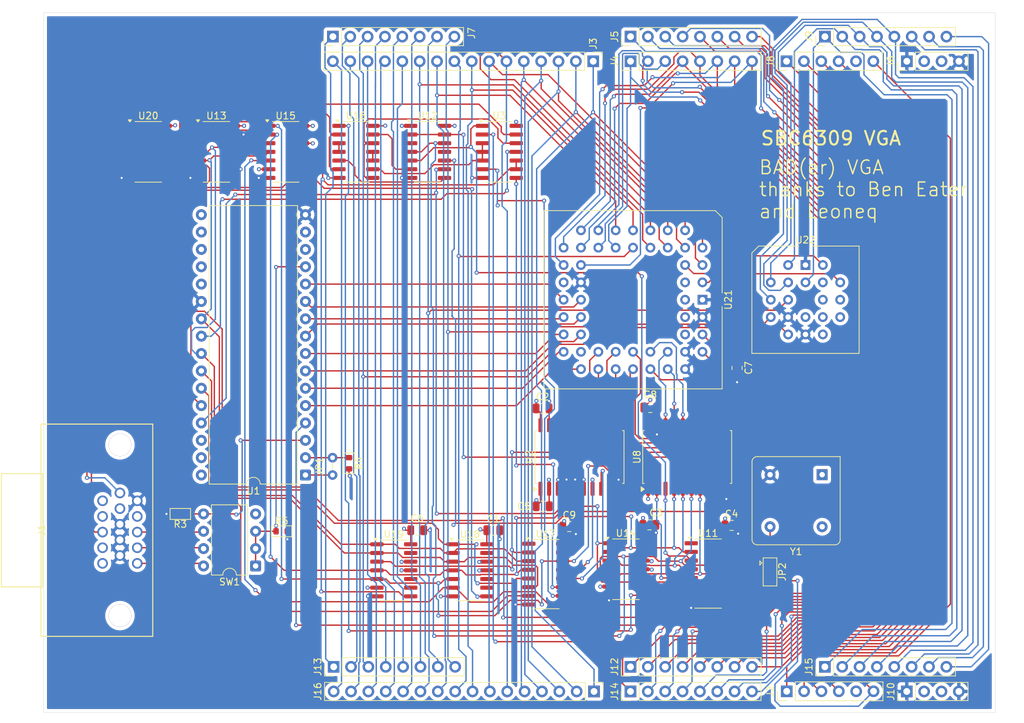
<source format=kicad_pcb>
(kicad_pcb (version 20241229) (generator "pcbnew") (generator_version "9.0")
  (layers (0 "F.Cu" signal) (4 "In1.Cu" signal) (6 "In2.Cu" signal) (2 "B.Cu" signal) (13 "F.Paste" user) (15 "B.Paste" user) (5 "F.SilkS" user "F.Silkscreen") (7 "B.SilkS" user "B.Silkscreen") (1 "F.Mask" user) (3 "B.Mask" user) (25 "Edge.Cuts" user))
  (net 0 "")
  (net 1 "CP438")
  (net 2 "+5V")
  (net 3 "GND")
  (net 4 "INV")
  (net 5 "BLUE")
  (net 6 "RED")
  (net 7 "GREEN")
  (net 9 "VB3")
  (net 10 "Net-(U1-~{OE})")
  (net 13 "HB10")
  (net 18 "D7")
  (net 19 "D4")
  (net 20 "D0")
  (net 21 "D2")
  (net 22 "D5")
  (net 23 "D1")
  (net 24 "D3")
  (net 25 "D6")
  (net 26 "Net-(U16-Pad9)")
  (net 27 "HB6")
  (net 28 "HB1")
  (net 29 "~{VBlk}")
  (net 30 "~{HBlk}")
  (net 33 "VCLK")
  (net 34 "RST")
  (net 36 "Net-(U19-Pad8)")
  (net 39 "A1")
  (net 40 "A0")
  (net 41 "A2")
  (net 42 "A4")
  (net 43 "A9")
  (net 44 "A7")
  (net 45 "A6")
  (net 46 "A3")
  (net 47 "A8")
  (net 48 "A10")
  (net 49 "A5")
  (net 50 "VB6")
  (net 51 "HB2")
  (net 52 "HB3")
  (net 53 "HB5")
  (net 54 "VB5")
  (net 55 "HB0")
  (net 56 "HB4")
  (net 57 "VB7")
  (net 58 "VB8")
  (net 59 "VB9")
  (net 62 "HB12")
  (net 63 "CLK")
  (net 64 "HB11")
  (net 65 "Net-(U12-Pad6)")
  (net 66 "Net-(U12-Pad8)")
  (net 68 "VB4")
  (net 69 "Net-(U13-Pad6)")
  (net 70 "Net-(U14-Pad8)")
  (net 71 "Net-(U15-Pad8)")
  (net 72 "VB0")
  (net 73 "Net-(U16-Pad10)")
  (net 74 "Net-(U16-Pad3)")
  (net 75 "HSYNC")
  (net 77 "VB2")
  (net 79 "VB1")
  (net 80 "Net-(U18-Pad8)")
  (net 81 "Net-(U20-Pad3)")
  (net 82 "VSYNC")
  (net 83 "Net-(U20-Pad10)")
  (net 86 "AX3")
  (net 87 "AX0")
  (net 88 "DX0")
  (net 89 "AX6")
  (net 90 "AX2")
  (net 91 "AX5")
  (net 92 "DX1")
  (net 93 "AX10")
  (net 94 "DX5")
  (net 95 "DX2")
  (net 96 "AX9")
  (net 97 "DX6")
  (net 98 "DX3")
  (net 99 "DX4")
  (net 100 "AX8")
  (net 101 "AX7")
  (net 102 "DX7")
  (net 103 "AX1")
  (net 104 "AX4")
  (net 111 "/AX11")
  (net 112 "/~{CS}X")
  (net 113 "/~{OE}X")
  (net 114 "/R{slash}~{W}X")
  (net 116 "/interface/AX14")
  (net 117 "/interface/AX13")
  (net 118 "/interface/AX12")
  (net 119 "/interface/AX11")
  (net 121 "/interface/AX15")
  (net 125 "Net-(JP2-A)")
  (net 127 "/pixel")
  (net 128 "LIC")
  (net 129 "BA")
  (net 130 "BS")
  (net 131 "TSC")
  (net 132 "AVMA")
  (net 133 "BUSY")
  (net 134 "Q")
  (net 135 "E")
  (net 136 "~{HALT}")
  (net 137 "~{RESET}")
  (net 138 "R{slash}~{W}")
  (net 139 "~{FIRQ}")
  (net 140 "~{IRQ}")
  (net 141 "~{NMI}")
  (net 142 "~{Q}")
  (net 143 "~{E}")
  (net 144 "CLK15")
  (net 145 "CLK3")
  (net 146 "CLK6")
  (net 147 "CLK12")
  (net 149 "CLK24")
  (net 150 "DEV0")
  (net 151 "DEV1")
  (net 152 "DEV2")
  (net 153 "DEV3")
  (net 154 "DEV4")
  (net 155 "DEV5")
  (net 156 "DEV6")
  (net 157 "DEV7")
  (footprint "Package_SO:SOIC-14_3.9x8.7mm_P1.27mm" (layer "F.Cu") (at 98.106 72.5932)
    (property "Reference" "U20")
    (property "Value" "74LS00")
  )
  (footprint "Package_SO:SOIC-14_3.9x8.7mm_P1.27mm" (layer "F.Cu") (at 168.0098 133.6802)
    (property "Reference" "U14")
    (property "Value" "74LS30")
  )
  (footprint "Connector_PinHeader_2.54mm:PinHeader_1x04_P2.54mm_Vertical" (layer "F.Cu") (at 209.1082 151.5618 90)
    (property "Reference" "J10")
    (property "Value" "Conn_01x04")
  )
  (footprint "PCM_Resistor_SMD_AKL:R_0603_1608Metric" (layer "F.Cu") (at 117.6274 128.1176)
    (property "Reference" "R5")
    (property "Value" "1K" (hide yes))
  )
  (footprint "Jumper:SolderJumper-3_P1.3mm_Bridged12_Pad1.0x1.5mm" (layer "F.Cu") (at 189.0931 134.0612 -90)
    (property "Reference" "JP2")
    (property "Value" "videoclock source")
  )
  (footprint "PCM_Jumper_AKL:Jumper_P2.54mm_D0.7mm" (layer "F.Cu") (at 125.0696 119.8888 90)
    (property "Reference" "JP1")
    (property "Value" "ZWORKA" (hide yes))
  )
  (footprint "PCM_Resistor_SMD_AKL:R_0603_1608Metric" (layer "F.Cu") (at 102.7938 125.5776 180)
    (property "Reference" "R3")
    (property "Value" "10K" (hide yes))
  )
  (footprint "Package_DIP:DIP-32_W15.24mm" (layer "F.Cu") (at 121.1072 119.888 180)
    (property "Reference" "U1")
    (property "Value" "27C010")
  )
  (footprint "Package_SO:SOIC-14_3.9x8.7mm_P1.27mm" (layer "F.Cu") (at 134.0358 133.8339)
    (property "Reference" "U19")
    (property "Value" "74LS30")
  )
  (footprint "Package_LCC:PLCC-52_THT-Socket" (layer "F.Cu") (at 179.2082 94.234 -90)
    (property "Reference" "U21")
    (property "Value" "IDT71342")
  )
  (footprint "Connector_PinHeader_2.54mm:PinHeader_1x08_P2.54mm_Vertical" (layer "F.Cu") (at 168.6714 151.5618 90)
    (property "Reference" "J14")
    (property "Value" "Conn_01x08")
  )
  (footprint "Capacitor_SMD:C_0805_2012Metric" (layer "F.Cu") (at 184.277 104.2162 -90)
    (property "Reference" "C7")
    (property "Value" "10nF")
  )
  (footprint "Capacitor_SMD:C_0805_2012Metric" (layer "F.Cu") (at 159.7152 127.4318)
    (property "Reference" "C9")
    (property "Value" "10nF")
  )
  (footprint "Capacitor_SMD:C_0805_2012Metric" (layer "F.Cu") (at 171.45 127.1778)
    (property "Reference" "C3")
    (property "Value" "10nF")
  )
  (footprint "Connector_PinHeader_2.54mm:PinHeader_1x08_P2.54mm_Vertical" (layer "F.Cu") (at 125.1204 55.7276 90)
    (property "Reference" "J7")
    (property "Value" "Conn_01x08")
  )
  (footprint "Package_LCC:PLCC-20_THT-Socket" (layer "F.Cu") (at 194.2846 89.154)
    (property "Reference" "U22")
    (property "Value" "GAL16V8")
  )
  (footprint "Connector_PinHeader_2.54mm:PinHeader_1x04_P2.54mm_Vertical" (layer "F.Cu") (at 209.1182 59.3344 90)
    (property "Reference" "J6")
    (property "Value" "Conn_01x04")
  )
  (footprint "Package_SO:SOIC-14_3.9x8.7mm_P1.27mm" (layer "F.Cu") (at 138.98208 72.5945)
    (property "Reference" "U12")
    (property "Value" "74LS20")
  )
  (footprint "Connector_PinHeader_2.54mm:PinHeader_1x08_P2.54mm_Vertical" (layer "F.Cu") (at 168.6814 55.7276 90)
    (property "Reference" "J5")
    (property "Value" "Conn_01x08")
  )
  (footprint "Package_SO:SOIC-16_3.9x9.9mm_P1.27mm" (layer "F.Cu") (at 180.0352 134.3152)
    (property "Reference" "U11")
    (property "Value" "CD74HC4040")
  )
  (footprint "Package_SO:SOIC-20W_7.5x12.8mm_P1.27mm" (layer "F.Cu") (at 161.2138 117.2464 90)
    (property "Reference" "U2")
    (property "Value" "74HC245")
  )
  (footprint "Package_SO:SOIC-20W_7.5x12.8mm_P1.27mm" (layer "F.Cu") (at 176.973 117.2464 90)
    (property "Reference" "U8")
    (property "Value" "74HC245")
  )
  (footprint "Package_SO:SOIC-14_3.9x8.7mm_P1.27mm" (layer "F.Cu") (at 108.077 72.5945)
    (property "Reference" "U13")
    (property "Value" "74LS20")
  )
  (footprint "Connector_PinHeader_2.54mm:PinHeader_1x08_P2.54mm_Vertical" (layer "F.Cu") (at 125.2374 147.955 90)
    (property "Reference" "J13")
    (property "Value" "Conn_01x08")
  )
  (footprint "Connector_PinHeader_2.54mm:PinHeader_1x08_P2.54mm_Vertical" (layer "F.Cu") (at 168.6714 147.955 90)
    (property "Reference" "J12")
    (property "Value" "Conn_01x08")
  )
  (footprint "Connector_PinHeader_2.54mm:PinHeader_1x08_P2.54mm_Vertical" (layer "F.Cu") (at 197.1194 147.955 90)
    (property "Reference" "J15")
    (property "Value" "Conn_01x08")
  )
  (footprint "Connector_PinHeader_2.54mm:PinHeader_1x06_P2.54mm_Vertical" (layer "F.Cu") (at 191.516 59.3344 90)
    (property "Reference" "J8")
    (property "Value" "Conn_01x06")
  )
  (footprint "Capacitor_SMD:C_0805_2012Metric" (layer "F.Cu") (at 183.4642 127.254)
    (property "Reference" "C4")
    (property "Value" "10nF")
  )
  (footprint "Package_SO:SOIC-14_3.9x8.7mm_P1.27mm" (layer "F.Cu") (at 118.2116 72.5945)
    (property "Reference" "U15")
    (property "Value" "74LS30")
  )
  (footprint "Capacitor_SMD:C_0805_2012Metric" (layer "F.Cu") (at 171.577 110.0074)
    (property "Reference" "C8")
    (property "Value" "10nF")
  )
  (footprint "Library:CONN_AHDF15A-KG-TAXB_ASM" (layer "F.Cu") (at 82.5246 127.9666 90)
    (property "Reference" "J1")
    (property "Value" "VGA")
  )
  (footprint "Oscillator:Oscillator_DIP-8" (layer "F.Cu") (at 196.723001 119.8372 180)
    (property "Reference" "Y1")
    (property "Value" "TFT660")
  )
  (footprint "Capacitor_SMD:C_0805_2012Metric" (layer "F.Cu") (at 155.8148 110.1344)
    (property "Reference" "C2")
    (property "Value" "10nF")
  )
  (footprint "Capacitor_SMD:C_0805_2012Metric" (layer "F.Cu") (at 148.600199 127.9652)
    (property "Reference" "C1")
    (property "Value" "10nF")
  )
  (footprint "Package_SO:SOIC-14_3.9x8.7mm_P1.27mm" (layer "F.Cu") (at 145.1864 133.8339)
    (property "Reference" "U18")
    (property "Value" "74LS30")
  )
  (footprint "Connector_PinHeader_2.54mm:PinHeader_1x08_P2.54mm_Vertical" (layer "F.Cu") (at 168.6814 59.3344 90)
    (property "Reference" "J4")
    (property "Value" "Conn_01x08")
  )
  (footprint "Capacitor_SMD:C_0805_2012Metric" (layer "F.Cu") (at 137.4648 127.9652)
    (property "Reference" "C6")
    (property "Value" "10nF")
  )
  (footprint "Connector_PinHeader_2.54mm:PinHeader_1x16_P2.54mm_Vertical" (layer "F.Cu") (at 163.2204 59.3344 -90)
    (property "Reference" "J3")
    (property "Value" "Conn_01x16")
  )
  (footprint "Capacitor_SMD:C_0805_2012Metric" (layer "F.Cu") (at 155.829 124.46)
    (property "Reference" "C5")
    (property "Value" "10nF")
  )
  (footprint "Package_SO:SOIC-14_3.9x8.7mm_P1.27mm" (layer "F.Cu") (at 128.4874 72.5945)
    (property "Reference" "U16")
    (property "Value" "74LS00")
  )
  (footprint "Connector_PinHeader_2.54mm:PinHeader_1x08_P2.54mm_Vertical" (layer "F.Cu") (at 197.1294 55.7276 90)
    (property "Reference" "J9")
    (property "Value" "Conn_01x08")
  )
  (footprint "Package_DIP:DIP-8_W7.62mm" (layer "F.Cu") (at 113.8124 133.1976 180)
    (property "Reference" "SW1")
    (property "Value" "SW_DIP_x04")
  )
  (footprint "Connector_PinHeader_2.54mm:PinHeader_1x16_P2.54mm_Vertical" (layer "F.Cu") (at 163.3374 151.5618 -90)
    (property "Reference" "J16")
    (property "Value" "Conn_01x16")
  )
  (footprint "Package_SO:SOIC-16_3.9x9.9mm_P1.27mm" (layer "F.Cu") (at 156.275 134.3914)
    (property "Reference" "U17")
    (property "Value" "CD74HC4040")
  )
  (footprint "PCM_Resistor_SMD_AKL:R_0603_1608Metric" (layer "F.Cu") (at 127.4826 118.1608 -90)
    (property "Reference" "R4")
    (property "Value" "10K" (hide yes))
  )
  (footprint "Package_SO:SOIC-14_3.9x8.7mm_P1.27mm" (layer "F.Cu") (at 149.47676 72.5945)
    (property "Reference" "U3")
    (property "Value" "74LS00")
  )
  (footprint "Connector_PinHeader_2.54mm:PinHeader_1x06_P2.54mm_Vertical" (layer "F.Cu") (at 191.5414 151.5364 90)
    (property "Reference" "J2")
    (property "Value" "Conn_01x06")
  )
  (gr_rect (start 82.7786 52.2478) (end 222.0468 154.6352) (stroke (width 0.05)) (fill no) (layer "Edge.Cuts"))
  (gr_text "BAD(er) VGA\nthanks to Ben Eater\nand Leoneq" (at 187.3504 82.4738 0) (layer "F.SilkS") (effects (font (size 2 2) (thickness 0.2)) (justify left bottom)))
  (gr_text "SBC6309 VGA" (at 187.579 71.7804 0) (layer "F.SilkS") (effects (font (size 2 2) (thickness 0.3)) (justify left bottom)))
  (segment (start 125.0696 117.3488) (end 127.4696 117.3488) (width 0.2) (layer "F.Cu") (net 1))
  (segment (start 121.1072 117.348) (end 125.0688 117.348) (width 0.2) (layer "F.Cu") (net 1))
  (segment (start 125.0688 117.348) (end 125.0696 117.3488) (width 0.2) (layer "F.Cu") (net 1))
  (segment (start 127.4696 117.3488) (end 127.4826 117.3358) (width 0.2) (layer "F.Cu") (net 1))
  (segment (start 171.258 123.382) (end 171.2468 123.3932) (width 0.2) (layer "F.Cu") (net 2))
  (segment (start 136.5108 132.5639) (end 135.2029 132.5639) (width 0.2) (layer "F.Cu") (net 2))
  (segment (start 171.258 110.6384) (end 170.627 110.0074) (width 0.2) (layer "F.Cu") (net 2))
  (segment (start 147.6502 127.9652) (end 146.8374 127.9652) (width 0.2) (layer "F.Cu") (net 2))
  (segment (start 170.4848 132.4102) (end 171.671496 132.4102) (width 0.2) (layer "F.Cu") (net 2))
  (segment (start 132.7541 68.7845) (end 132.7808 68.7578) (width 0.2) (layer "F.Cu") (net 2))
  (segment (start 130.9624 68.7845) (end 132.7541 68.7845) (width 0.2) (layer "F.Cu") (net 2))
  (segment (start 135.763 127.9652) (end 135.5344 127.7366) (width 0.2) (layer "F.Cu") (net 2))
  (segment (start 121.1072 119.888) (end 125.0688 119.888) (width 0.2) (layer "F.Cu") (net 2))
  (segment (start 147.6502 130.0127) (end 147.6614 130.0239) (width 0.2) (layer "F.Cu") (net 2))
  (segment (start 120.6866 71.3245) (end 120.6866 72.5945) (width 0.2) (layer "F.Cu") (net 2))
  (segment (start 171.7312 133.6802) (end 171.7802 133.7292) (width 0.2) (layer "F.Cu") (net 2))
  (segment (start 182.5102 129.8702) (end 182.5102 127.258) (width 0.2) (layer "F.Cu") (net 2))
  (segment (start 112.1143 68.7845) (end 112.1156 68.7832) (width 0.2) (layer "F.Cu") (net 2))
  (segment (start 170.4848 133.6802) (end 171.7312 133.6802) (width 0.2) (layer "F.Cu") (net 2))
  (segment (start 131.5608 136.3739) (end 130.2017 136.3739) (width 0.2) (layer "F.Cu") (net 2))
  (segment (start 171.258 121.8964) (end 171.258 123.382) (width 0.2) (layer "F.Cu") (net 2))
  (segment (start 154.879 124.46) (end 154.879 123.5953) (width 0.2) (layer "F.Cu") (net 2))
  (segment (start 151.95176 68.7845) (end 151.95176 68.20796) (width 0.2) (layer "F.Cu") (net 2))
  (segment (start 146.5717 133.8339) (end 146.5476 133.858) (width 0.2) (layer "F.Cu") (net 2))
  (segment (start 142.9245 68.7845) (end 142.9258 68.7832) (width 0.2) (layer "F.Cu") (net 2))
  (segment (start 155.4988 123.8402) (end 154.879 124.46) (width 0.2) (layer "F.Cu") (net 2))
  (segment (start 171.671496 132.4102) (end 171.762696 132.5014) (width 0.2) (layer "F.Cu") (net 2))
  (segment (start 183.160402 103.266201) (end 184.277 103.266201) (width 0.2) (layer "F.Cu") (net 2))
  (segment (start 136.5108 133.8339) (end 135.1801 133.8339) (width 0.2) (layer "F.Cu") (net 2))
  (segment (start 130.2017 136.3739) (end 130.2004 136.3726) (width 0.2) (layer "F.Cu") (net 2))
  (segment (start 151.95176 68.20796) (end 151.9428 68.199) (width 0.2) (layer "F.Cu") (net 2))
  (segment (start 170.5 127.1778) (end 170.5 126.1974) (width 0.2) (layer "F.Cu") (net 2))
  (segment (start 147.6614 132.5639) (end 146.5907 132.5639) (width 0.2) (layer "F.Cu") (net 2))
  (segment (start 170.4848 129.8702) (end 170.4848 127.193) (width 0.2) (layer "F.Cu") (net 2))
  (segment (start 110.552 68.7845) (end 112.1143 68.7845) (width 0.2) (layer "F.Cu") (net 2))
  (segment (start 158.7652 126.7068) (end 158.83656 126.63544) (width 0.2) (layer "F.Cu") (net 2))
  (segment (start 154.8648 109.0816) (end 154.9042 109.0422) (width 0.2) (layer "F.Cu") (net 2))
  (segment (start 122.1499 71.3245) (end 122.174 71.3486) (width 0.2) (layer "F.Cu") (net 2))
  (segment (start 114.3013 75.1345) (end 114.3 75.1332) (width 0.2) (layer "F.Cu") (net 2))
  (segment (start 120.6866 68.7845) (end 122.1727 68.7845) (width 0.2) (layer "F.Cu") (net 2))
  (segment (start 141.45708 68.7845) (end 142.9245 68.7845) (width 0.2) (layer "F.Cu") (net 2))
  (segment (start 158.83656 126.63544) (end 158.96964 126.63544) (width 0.2) (layer "F.Cu") (net 2))
  (segment (start 136.5108 127.969201) (end 136.514801 127.9652) (width 0.2) (layer "F.Cu") (net 2))
  (segment (start 136.5108 130.0239) (end 136.5108 127.969201) (width 0.2) (layer "F.Cu") (net 2))
  (segment (start 101.9556 68.7832) (end 102.0318 68.707) (width 0.2) (layer "F.Cu") (net 2))
  (segment (start 165.5348 136.2202) (end 164.2618 136.2202) (width 0.2) (layer "F.Cu") (net 2))
  (segment (start 146.8374 127.9652) (end 146.7104 127.8382) (width 0.2) (layer "F.Cu") (net 2))
  (segment (start 100.581 68.7832) (end 101.9556 68.7832) (width 0.2) (layer "F.Cu") (net 2))
  (segment (start 182.5142 126.2736) (end 182.5244 126.2634) (width 0.2) (layer "F.Cu") (net 2))
  (segment (start 170.5 126.1974) (end 170.5102 126.1872) (width 0.2) (layer "F.Cu") (net 2))
  (segment (start 136.514801 127.9652) (end 135.763 127.9652) (width 0.2) (layer "F.Cu") (net 2))
  (segment (start 147.6502 127.9652) (end 147.6502 130.0127) (width 0.2) (layer "F.Cu") (net 2))
  (segment (start 155.4988 121.8964) (end 155.4988 123.8402) (width 0.2) (layer "F.Cu") (net 2))
  (segment (start 179.2082 99.313999) (end 183.160402 103.266201) (width 0.2) (layer "F.Cu") (net 2))
  (segment (start 155.4988 110.7684) (end 154.8648 110.1344) (width 0.2) (layer "F.Cu") (net 2))
  (segment (start 158.75 129.9464) (end 158.75 127.447) (width 0.2) (layer "F.Cu") (net 2))
  (segment (start 155.4988 112.5964) (end 155.4988 110.7684) (width 0.2) (layer "F.Cu") (net 2))
  (segment (start 170.4848 127.193) (end 170.5 127.1778) (width 0.2) (layer "F.Cu") (net 2))
  (segment (start 120.6866 71.3245) (end 122.1499 71.3245) (width 0.2) (layer "F.Cu") (net 2))
  (segment (start 154.879 123.5953) (end 154.9042 123.5701) (width 0.2) (layer "F.Cu") (net 2))
  (segment (start 158.7652 127.4318) (end 158.7652 126.7068) (width 0.2) (layer "F.Cu") (net 2))
  (segment (start 158.75 127.447) (end 158.7652 127.4318) (width 0.2) (layer "F.Cu") (net 2))
  (segment (start 125.0688 119.888) (end 125.0696 119.8888) (width 0.2) (layer "F.Cu") (net 2))
  (segment (start 182.5102 127.258) (end 182.5142 127.254) (width 0.2) (layer "F.Cu") (net 2))
  (segment (start 147.6614 133.8339) (end 146.5717 133.8339) (width 0.2) (layer "F.Cu") (net 2))
  (segment (start 146.5907 132.5639) (end 146.5476 132.607) (width 0.2) (layer "F.Cu") (net 2))
  (segment (start 135.2205 68.7845) (end 135.2192 68.7832) (width 0.2) (layer "F.Cu") (net 2))
  (segment (start 171.258 112.5964) (end 171.258 110.6384) (width 0.2) (layer "F.Cu") (net 2))
  (segment (start 170.627 110.0074) (end 171.577 109.0574) (width 0.2) (layer "F.Cu") (net 2))
  (segment (start 182.5142 127.254) (end 182.5142 126.2736) (width 0.2) (layer "F.Cu") (net 2))
  (segment (start 122.1727 68.7845) (end 122.174 68.7832) (width 0.2) (layer "F.Cu") (net 2))
  (segment (start 135.2029 132.5639) (end 135.1788 132.588) (width 0.2) (layer "F.Cu") (net 2))
  (segment (start 154.8648 110.1344) (end 154.8648 109.0816) (width 0.2) (layer "F.Cu") (net 2))
  (segment (start 171.577 109.0574) (end 171.577 108.8898) (width 0.2) (layer "F.Cu") (net 2))
  (segment (start 115.7366 75.1345) (end 114.3013 75.1345) (width 0.2) (layer "F.Cu") (net 2))
  (segment (start 136.50708 68.7845) (end 135.2205 68.7845) (width 0.2) (layer "F.Cu") (net 2))
  (segment (start 135.1801 133.8339) (end 135.1788 133.8326) (width 0.2) (layer "F.Cu") (net 2))
  (via (at 154.9042 123.5701) (size 0.6) (drill 0.3) (layers "F.Cu" "B.Cu") (net 2))
  (via (at 171.7802 133.7292) (size 0.6) (drill 0.3) (layers "F.Cu" "B.Cu") (net 2))
  (via (at 122.174 71.3486) (size 0.6) (drill 0.3) (layers "F.Cu" "B.Cu") (net 2))
  (via (at 135.1788 132.588) (size 0.6) (drill 0.3) (layers "F.Cu" "B.Cu") (net 2))
  (via (at 151.9428 68.199) (size 0.6) (drill 0.3) (layers "F.Cu" "B.Cu") (net 2))
  (via (at 146.5476 133.858) (size 0.6) (drill 0.3) (layers "F.Cu" "B.Cu") (net 2))
  (via (at 146.5476 132.607) (size 0.6) (drill 0.3) (layers "F.Cu" "B.Cu") (net 2))
  (via (at 132.7808 68.7578) (size 0.6) (drill 0.3) (layers "F.Cu" "B.Cu") (net 2))
  (via (at 112.1156 68.7832) (size 0.6) (drill 0.3) (layers "F.Cu" "B.Cu") (net 2))
  (via (at 171.762696 132.5014) (size 0.6) (drill 0.3) (layers "F.Cu" "B.Cu") (net 2))
  (via (at 158.96964 126.63544) (size 0.6) (drill 0.3) (layers "F.Cu" "B.Cu") (net 2))
  (via (at 142.9258 68.7832) (size 0.6) (drill 0.3) (layers "F.Cu" "B.Cu") (net 2))
  (via (at 182.5244 126.2634) (size 0.6) (drill 0.3) (layers "F.Cu" "B.Cu") (net 2))
  (via (at 102.0318 68.707) (size 0.6) (drill 0.3) (layers "F.Cu" "B.Cu") (net 2))
  (via (at 135.5344 127.7366) (size 0.6) (drill 0.3) (layers "F.Cu" "B.Cu") (net 2))
  (via (at 135.2192 68.7832) (size 0.6) (drill 0.3) (layers "F.Cu" "B.Cu") (net 2))
  (via (at 122.174 68.7832) (size 0.6) (drill 0.3) (layers "F.Cu" "B.Cu") (net 2))
  (via (at 130.2004 136.3726) (size 0.6) (drill 0.3) (layers "F.Cu" "B.Cu") (net 2))
  (via (at 164.2618 136.2202) (size 0.6) (drill 0.3) (layers "F.Cu" "B.Cu") (net 2))
  (via (at 154.9042 109.0422) (size 0.6) (drill 0.3) (layers "F.Cu" "B.Cu") (net 2))
  (via (at 146.7104 127.8382) (size 0.6) (drill 0.3) (layers "F.Cu" "B.Cu") (net 2))
  (via (at 114.3 75.1332) (size 0.6) (drill 0.3) (layers "F.Cu" "B.Cu") (net 2))
  (via (at 171.2468 123.3932) (size 0.6) (drill 0.3) (layers "F.Cu" "B.Cu") (net 2))
  (via (at 135.1788 133.8326) (size 0.6) (drill 0.3) (layers "F.Cu" "B.Cu") (net 2))
  (via (at 171.577 108.8898) (size 0.6) (drill 0.3) (layers "F.Cu" "B.Cu") (net 2))
  (via (at 170.5102 126.1872) (size 0.6) (drill 0.3) (layers "F.Cu" "B.Cu") (net 2))
  (segment (start 136.50708 76.4045) (end 135.2205 76.4045) (width 0.2) (layer "F.Cu") (net 3))
  (segment (start 124.454875 76.4045) (end 124.443832 76.415543) (width 0.2) (layer "F.Cu") (net 3))
  (segment (start 160.6652 128.5088) (end 160.6804 128.524) (width 0.2) (layer "F.Cu") (net 3))
  (segment (start 139.3086 127.9652) (end 138.414799 127.9652) (width 0.2) (layer "F.Cu") (net 3))
  (segment (start 112.0381 70.0545) (end 112.0394 70.0532) (width 0.2) (layer "F.Cu") (net 3))
  (segment (start 184.4142 128.458) (end 184.4294 128.4732) (width 0.2) (layer "F.Cu") (net 3))
  (segment (start 145.5029 76.4045) (end 145.5016 76.4032) (width 0.2) (layer "F.Cu") (net 3))
  (segment (start 149.550198 127.9652) (end 149.550198 129.240202) (width 0.2) (layer "F.Cu") (net 3))
  (segment (start 147.00176 76.4045) (end 145.5029 76.4045) (width 0.2) (layer "F.Cu") (net 3))
  (segment (start 156.779 123.505) (end 156.779 124.46) (width 0.2) (layer "F.Cu") (net 3))
  (segment (start 160.6652 127.4318) (end 160.6652 128.5088) (width 0.2) (layer "F.Cu") (net 3))
  (segment (start 182.688 121.8964) (end 182.688 123.379) (width 0.2) (layer "F.Cu") (net 3))
  (segment (start 95.631 76.4032) (end 94.2086 76.4032) (width 0.2) (layer "F.Cu") (net 3))
  (segment (start 131.5608 137.6439) (end 130.2779 137.6439) (width 0.2) (layer "F.Cu") (net 3))
  (segment (start 156.7688 121.8964) (end 156.7688 120.6142) (width 0.2) (layer "F.Cu") (net 3))
  (segment (start 158.0388 121.896401) (end 158.0388 120.639893) (width 0.2) (layer "F.Cu") (net 3))
  (segment (start 156.7688 110.1384) (end 156.7648 110.1344) (width 0.2) (layer "F.Cu") (net 3))
  (segment (start 161.8488 120.5738) (end 161.8234 120.5484) (width 0.2) (layer "F.Cu") (net 3))
  (segment (start 101.9688 125.5776) (end 100.7618 125.5776) (width 0.2) (layer "F.Cu") (net 3))
  (segment (start 156.7688 123.4948) (end 156.779 123.505) (width 0.2) (layer "F.Cu") (net 3))
  (segment (start 159.3088 121.8964) (end 159.3088 120.5484) (width 0.2) (layer "F.Cu") (net 3))
  (segment (start 161.8488 121.8964) (end 161.8488 120.5738) (width 0.2) (layer "F.Cu") (net 3))
  (segment (start 110.552 70.0545) (end 112.0381 70.0545) (width 0.2) (layer "F.Cu") (net 3))
  (segment (start 184.4142 127.254) (end 184.4142 128.458) (width 0.2) (layer "F.Cu") (net 3))
  (segment (start 142.7114 137.6439) (end 140.9119 137.6439) (width 0.2) (layer "F.Cu") (net 3))
  (segment (start 111.6167 75.1345) (end 111.618 75.1332) (width 0.2) (layer "F.Cu") (net 3))
  (segment (start 140.9119 137.6439) (end 140.9106 137.6426) (width 0.2) (layer "F.Cu") (net 3))
  (segment (start 172.528 112.5964) (end 172.528 113.9302) (width 0.2) (layer "F.Cu") (net 3))
  (segment (start 165.5348 138.2238) (end 165.5318 138.2268) (width 0.2) (layer "F.Cu") (net 3))
  (segment (start 172.4 128.3106) (end 172.3898 128.3208) (width 0.2) (layer "F.Cu") (net 3))
  (segment (start 172.528 112.5964) (end 172.528 110.0084) (width 0.2) (layer "F.Cu") (net 3))
  (segment (start 156.7648 110.1344) (end 156.7648 109.0716) (width 0.2) (layer "F.Cu") (net 3))
  (segment (start 156.7688 121.8964) (end 156.7688 123.4948) (width 0.2) (layer "F.Cu") (net 3))
  (segment (start 135.2205 76.4045) (end 135.2192 76.4032) (width 0.2) (layer "F.Cu") (net 3))
  (segment (start 158.0388 120.639893) (end 158.102845 120.575848) (width 0.2) (layer "F.Cu") (net 3))
  (segment (start 127.4826 119.8984) (end 127.5992 120.015) (width 0.2) (layer "F.Cu") (net 3))
  (segment (start 177.5602 138.7602) (end 177.5602 139.3152) (width 0.2) (layer "F.Cu") (net 3))
  (segment (start 156.7688 112.5964) (end 156.7688 110.1384) (width 0.2) (layer "F.Cu") (net 3))
  (segment (start 182.688 123.379) (end 182.7022 123.3932) (width 0.2) (layer "F.Cu") (net 3))
  (segment (start 127.4826 118.9858) (end 127.4826 119.8984) (width 0.2) (layer "F.Cu") (net 3))
  (segment (start 149.550198 129.240202) (end 149.5298 129.2606) (width 0.2) (layer "F.Cu") (net 3))
  (segment (start 156.7648 109.0716) (end 156.7688 109.0676) (width 0.2) (layer "F.Cu") (net 3))
  (segment (start 172.528 110.0084) (end 172.527 110.0074) (width 0.2) (layer "F.Cu") (net 3))
  (segment (start 156.7688 120.6142) (end 156.7359 120.5813) (width 0.2) (layer "F.Cu") (net 3))
  (segment (start 166.9288 121.8964) (end 166.9288 120.5738) (width 0.2) (layer "F.Cu") (net 3))
  (segment (start 184.277 105.166199) (end 184.277 106.299) (width 0.2) (layer "F.Cu") (net 3))
  (segment (start 165.5348 137.4902) (end 165.5348 138.2238) (width 0.2) (layer "F.Cu") (net 3))
  (segment (start 151.8412 138.8364) (end 153.8 138.8364) (width 0.2) (layer "F.Cu") (net 3))
  (segment (start 130.2779 137.6439) (end 130.2512 137.6172) (width 0.2) (layer "F.Cu") (net 3))
  (segment (start 105.602 76.4045) (end 104.2683 76.4045) (width 0.2) (layer "F.Cu") (net 3))
  (segment (start 115.7366 76.4045) (end 114.2759 76.4045) (width 0.2) (layer "F.Cu") (net 3))
  (segment (start 110.552 73.8645) (end 110.552 75.1345) (width 0.2) (layer "F.Cu") (net 3))
  (segment (start 126.0124 76.4045) (end 124.454875 76.4045) (width 0.2) (layer "F.Cu") (net 3))
  (segment (start 110.552 75.1345) (end 111.6167 75.1345) (width 0.2) (layer "F.Cu") (net 3))
  (segment (start 160.5788 121.8964) (end 160.5788 120.5484) (width 0.2) (layer "F.Cu") (net 3))
  (segment (start 110.552 70.0545) (end 110.552 71.3245) (width 0.2) (layer "F.Cu") (net 3))
  (segment (start 118.4524 129.2728) (end 118.4656 129.286) (width 0.2) (layer "F.Cu") (net 3))
  (segment (start 172.528 113.9302) (end 172.5422 113.9444) (width 0.2) (layer "F.Cu") (net 3))
  (segment (start 172.4 127.1778) (end 172.4 128.3106) (width 0.2) (layer "F.Cu") (net 3))
  (segment (start 104.2683 76.4045) (end 104.267 76.4032) (width 0.2) (layer "F.Cu") (net 3))
  (segment (start 114.2759 76.4045) (end 114.2746 76.4032) (width 0.2) (layer "F.Cu") (net 3))
  (segment (start 118.4524 128.1176) (end 118.4524 129.2728) (width 0.2) (layer "F.Cu") (net 3))
  (segment (start 177.5602 139.3152) (end 177.546 139.3294) (width 0.2) (layer "F.Cu") (net 3))
  (via (at 111.618 75.1332) (size 0.6) (drill 0.3) (layers "F.Cu" "B.Cu") (net 3))
  (via (at 172.5422 113.9444) (size 0.6) (drill 0.3) (layers "F.Cu" "B.Cu") (net 3))
  (via (at 182.7022 123.3932) (size 0.6) (drill 0.3) (layers "F.Cu" "B.Cu") (net 3))
  (via (at 94.2086 76.4032) (size 0.6) (drill 0.3) (layers "F.Cu" "B.Cu") (net 3))
  (via (at 124.443832 76.415543) (size 0.6) (drill 0.3) (layers "F.Cu" "B.Cu") (net 3))
  (via (at 156.7359 120.5813) (size 0.6) (drill 0.3) (layers "F.Cu" "B.Cu") (net 3))
  (via (at 177.546 139.3294) (size 0.6) (drill 0.3) (layers "F.Cu" "B.Cu") (net 3))
  (via (at 140.9106 137.6426) (size 0.6) (drill 0.3) (layers "F.Cu" "B.Cu") (net 3))
  (via (at 145.5016 76.4032) (size 0.6) (drill 0.3) (layers "F.Cu" "B.Cu") (net 3))
  (via (at 130.2512 137.6172) (size 0.6) (drill 0.3) (layers "F.Cu" "B.Cu") (net 3))
  (via (at 135.2192 76.4032) (size 0.6) (drill 0.3) (layers "F.Cu" "B.Cu") (net 3))
  (via (at 165.5318 138.2268) (size 0.6) (drill 0.3) (layers "F.Cu" "B.Cu") (net 3))
  (via (at 118.4656 129.286) (size 0.6) (drill 0.3) (layers "F.Cu" "B.Cu") (net 3))
  (via (at 139.3086 127.9652) (size 0.6) (drill 0.3) (layers "F.Cu" "B.Cu") (net 3))
  (via (at 159.3088 120.5484) (size 0.6) (drill 0.3) (layers "F.Cu" "B.Cu") (net 3))
  (via (at 149.5298 129.2606) (size 0.6) (drill 0.3) (layers "F.Cu" "B.Cu") (net 3))
  (via (at 172.3898 128.3208) (size 0.6) (drill 0.3) (layers "F.Cu" "B.Cu") (net 3))
  (via (at 127.5992 120.015) (size 0.6) (drill 0.3) (layers "F.Cu" "B.Cu") (net 3))
  (via (at 151.8412 138.8364) (size 0.6) (drill 0.3) (layers "F.Cu" "B.Cu") (net 3))
  (via (at 104.267 76.4032) (size 0.6) (drill 0.3) (layers "F.Cu" "B.Cu") (net 3))
  (via (at 166.9288 120.5738) (size 0.6) (drill 0.3) (layers "F.Cu" "B.Cu") (net 3))
  (via (at 160.6804 128.524) (size 0.6) (drill 0.3) (layers "F.Cu" "B.Cu") (net 3))
  (via (at 184.277 106.299) (size 0.6) (drill 0.3) (layers "F.Cu" "B.Cu") (net 3))
  (via (at 160.5788 120.5484) (size 0.6) (drill 0.3) (layers "F.Cu" "B.Cu") (net 3))
  (via (at 158.102845 120.575848) (size 0.6) (drill 0.3) (layers "F.Cu" "B.Cu") (net 3))
  (via (at 161.8234 120.5484) (size 0.6) (drill 0.3) (layers "F.Cu" "B.Cu") (net 3))
  (via (at 100.7618 125.5776) (size 0.6) (drill 0.3) (layers "F.Cu" "B.Cu") (net 3))
  (via (at 112.0394 70.0532) (size 0.6) (drill 0.3) (layers "F.Cu" "B.Cu") (net 3))
  (via (at 184.4294 128.4732) (size 0.6) (drill 0.3) (layers "F.Cu" "B.Cu") (net 3))
  (via (at 156.7688 109.0676) (size 0.6) (drill 0.3) (layers "F.Cu" "B.Cu") (net 3))
  (via (at 114.2746 76.4032) (size 0.6) (drill 0.3) (layers "F.Cu" "B.Cu") (net 3))
  (segment (start 111.618 114.808) (end 121.1072 114.808) (width 0.2) (layer "F.Cu") (net 4))
  (segment (start 103.6188 125.5776) (end 106.1924 125.5776) (width 0.2) (layer "F.Cu") (net 4))
  (segment (start 110.889051 125.5776) (end 110.983 125.671549) (width 0.2) (layer "F.Cu") (net 4))
  (segment (start 106.1924 125.5776) (end 110.889051 125.5776) (width 0.2) (layer "F.Cu") (net 4))
  (via (at 111.618 114.808) (size 0.6) (drill 0.3) (layers "F.Cu" "B.Cu") (net 4))
  (via (at 110.983 125.671549) (size 0.6) (drill 0.3) (layers "F.Cu" "B.Cu") (net 4))
  (segment (start 111.618 114.808) (end 111.8426 114.808) (width 0.2) (layer "B.Cu") (net 4))
  (segment (start 111.8426 114.808) (end 111.8426 125.116749) (width 0.2) (layer "B.Cu") (net 4))
  (segment (start 111.2878 125.671549) (end 110.983 125.671549) (width 0.2) (layer "B.Cu") (net 4))
  (segment (start 111.8426 125.116749) (end 111.2878 125.671549) (width 0.2) (layer "B.Cu") (net 4))
  (segment (start 96.4946 128.236599) (end 106.073401 128.236599) (width 0.2) (layer "F.Cu") (net 5))
  (segment (start 106.073401 128.236599) (end 106.1924 128.1176) (width 0.2) (layer "F.Cu") (net 5))
  (segment (start 105.8114 132.8166) (end 106.1924 133.1976) (width 0.2) (layer "F.Cu") (net 6))
  (segment (start 96.4946 132.8166) (end 105.8114 132.8166) (width 0.2) (layer "F.Cu") (net 6))
  (segment (start 106.0614 130.5266) (end 106.1924 130.6576) (width 0.2) (layer "F.Cu") (net 7))
  (segment (start 96.4946 130.5266) (end 106.0614 130.5266) (width 0.2) (layer "F.Cu") (net 7))
  (segment (start 140.55735 129.17815) (end 141.4031 130.0239) (width 0.2) (layer "F.Cu") (net 9))
  (segment (start 139.6267 126.9392) (end 140.55735 127.86985) (width 0.2) (layer "F.Cu") (net 9))
  (segment (start 107.0089 73.8645) (end 107.061 73.8124) (width 0.2) (layer "F.Cu") (net 9))
  (segment (start 108.5088 99.6696) (end 108.5088 120.4468) (width 0.2) (layer "F.Cu") (net 9))
  (segment (start 105.8672 97.028) (end 108.5088 99.6696) (width 0.2) (layer "F.Cu") (net 9))
  (segment (start 142.7114 130.0239) (end 146.1249 130.0239) (width 0.2) (layer "F.Cu") (net 9))
  (segment (start 140.55735 127.86985) (end 140.55735 129.17815) (width 0.2) (layer "F.Cu") (net 9))
  (segment (start 105.602 73.8645) (end 107.0089 73.8645) (width 0.2) (layer "F.Cu") (net 9))
  (segment (start 152.019 135.0264) (end 151.3078 135.7376) (width 0.2) (layer "F.Cu") (net 9))
  (segment (start 115.7366 72.5945) (end 115.1356 73.1955) (width 0.2) (layer "F.Cu") (net 9))
  (segment (start 115.1356 73.1955) (end 107.6779 73.1955) (width 0.2) (layer "F.Cu") (net 9))
  (segment (start 120.4722 122.0724) (end 125.339 126.9392) (width 0.2) (layer "F.Cu") (net 9))
  (segment (start 153.8 135.0264) (end 152.019 135.0264) (width 0.2) (layer "F.Cu") (net 9))
  (segment (start 125.339 126.9392) (end 139.6267 126.9392) (width 0.2) (layer "F.Cu") (net 9))
  (segment (start 110.1344 122.0724) (end 120.4722 122.0724) (width 0.2) (layer "F.Cu") (net 9))
  (segment (start 151.3078 135.7376) (end 146.304 135.7376) (width 0.2) (layer "F.Cu") (net 9))
  (segment (start 146.1249 130.0239) (end 146.1262 130.0226) (width 0.2) (layer "F.Cu") (net 9))
  (segment (start 108.5088 120.4468) (end 110.1344 122.0724) (width 0.2) (layer "F.Cu") (net 9))
  (segment (start 141.4031 130.0239) (end 142.7114 130.0239) (width 0.2) (layer "F.Cu") (net 9))
  (segment (start 107.6779 73.1955) (end 107.061 73.8124) (width 0.2) (layer "F.Cu") (net 9))
  (via (at 146.1262 130.0226) (size 0.6) (drill 0.3) (layers "F.Cu" "B.Cu") (net 9))
  (via (at 107.061 73.8124) (size 0.6) (drill 0.3) (layers "F.Cu" "B.Cu") (net 9))
  (via (at 146.304 135.7376) (size 0.6) (drill 0.3) (layers "F.Cu" "B.Cu") (net 9))
  (segment (start 145.8976 135.3312) (end 145.8976 130.2512) (width 0.2) (layer "B.Cu") (net 9))
  (segment (start 107.315 74.0664) (end 107.061 73.8124) (width 0.2) (layer "B.Cu") (net 9))
  (segment (start 105.8672 97.028) (end 107.315 95.5802) (width 0.2) (layer "B.Cu") (net 9))
  (segment (start 146.304 135.7376) (end 145.8976 135.3312) (width 0.2) (layer "B.Cu") (net 9))
  (segment (start 145.8976 130.2512) (end 146.1262 130.0226) (width 0.2) (layer "B.Cu") (net 9))
  (segment (start 107.315 95.5802) (end 107.315 74.0664) (width 0.2) (layer "B.Cu") (net 9))
  (segment (start 141.7932 78.7042) (end 140.97 79.5274) (width 0.2) (layer "F.Cu") (net 10))
  (segment (start 150.6487 72.5945) (end 150.6474 72.5932) (width 0.2) (layer "F.Cu") (net 10))
  (segment (start 150.1498 78.7042) (end 141.7932 78.7042) (width 0.2) (layer "F.Cu") (net 10))
  (segment (start 151.95176 72.5945) (end 150.6487 72.5945) (width 0.2) (layer "F.Cu") (net 10))
  (segment (start 140.97 79.5274) (end 108.966 79.5274) (width 0.2) (layer "F.Cu") (net 10))
  (segment (start 150.5966 78.2574) (end 150.1498 78.7042) (width 0.2) (layer "F.Cu") (net 10))
  (via (at 150.6474 72.5932) (size 0.6) (drill 0.3) (layers "F.Cu" "B.Cu") (net 10))
  (via (at 150.5966 78.2574) (size 0.6) (drill 0.3) (layers "F.Cu" "B.Cu") (net 10))
  (via (at 108.966 79.5274) (size 0.6) (drill 0.3) (layers "F.Cu" "B.Cu") (net 10))
  (segment (start 108.6612 79.8322) (end 108.966 79.5274) (width 0.2) (layer "B.Cu") (net 10))
  (segment (start 107.315 99.568) (end 108.6612 98.2218) (width 0.2) (layer "B.Cu") (net 10))
  (segment (start 108.6612 98.2218) (end 108.6612 79.8322) (width 0.2) (layer "B.Cu") (net 10))
  (segment (start 105.8672 99.568) (end 107.315 99.568) (width 0.2) (layer "B.Cu") (net 10))
  (segment (start 150.6474 72.5932) (end 150.6474 78.2066) (width 0.2) (layer "B.Cu") (net 10))
  (segment (start 150.6474 78.2066) (end 150.5966 78.2574) (width 0.2) (layer "B.Cu") (net 10))
  (segment (start 173.575 138.1592) (end 169.8752 141.859) (width 0.2) (layer "F.Cu") (net 13))
  (segment (start 169.8752 141.859) (end 119.7356 141.859) (width 0.2) (layer "F.Cu") (net 13))
  (segment (start 181.2036 138.7602) (end 180.6026 138.1592) (width 0.2) (layer "F.Cu") (net 13))
  (segment (start 182.5102 138.7602) (end 181.2036 138.7602) (width 0.2) (layer "F.Cu") (net 13))
  (segment (start 180.6026 138.1592) (end 173.575 138.1592) (width 0.2) (layer "F.Cu") (net 13))
  (via (at 119.7356 141.859) (size 0.6) (drill 0.3) (layers "F.Cu" "B.Cu") (net 13))
  (segment (start 119.7356 113.6396) (end 121.1072 112.268) (width 0.2) (layer "B.Cu") (net 13))
  (segment (start 119.7356 141.859) (end 119.7356 113.6396) (width 0.2) (layer "B.Cu") (net 13))
  (segment (start 151.9936 109.728) (end 157.327601 104.393999) (width 0.2) (layer "F.Cu") (net 18))
  (segment (start 121.1072 109.728) (end 151.9936 109.728) (width 0.2) (layer "F.Cu") (net 18))
  (segment (start 157.327601 104.393999) (end 161.4282 104.393999) (width 0.2) (layer "F.Cu") (net 18))
  (segment (start 157.607 99.314) (end 158.8882 99.314) (width 0.2) (layer "F.Cu") (net 19))
  (segment (start 121.1072 102.108) (end 154.813 102.108) (width 0.2) (layer "F.Cu") (net 19))
  (segment (start 154.813 102.108) (end 157.607 99.314) (width 0.2) (layer "F.Cu") (net 19))
  (segment (start 156.6022 91.948) (end 158.8882 94.234) (width 0.2) (layer "F.Cu") (net 20))
  (segment (start 121.1072 91.948) (end 156.6022 91.948) (width 0.2) (layer "F.Cu") (net 20))
  (segment (start 158.6342 97.028) (end 158.8882 96.774) (width 0.2) (layer "F.Cu") (net 21))
  (segment (start 121.1072 97.028) (end 158.6342 97.028) (width 0.2) (layer "F.Cu") (net 21))
  (segment (start 157.6324 100.3554) (end 153.3398 104.648) (width 0.2) (layer "F.Cu") (net 22))
  (segment (start 161.4282 99.314) (end 160.3868 100.3554) (width 0.2) (layer "F.Cu") (net 22))
  (segment (start 160.3868 100.3554) (end 157.6324 100.3554) (width 0.2) (layer "F.Cu") (net 22))
  (segment (start 153.3398 104.648) (end 121.1072 104.648) (width 0.2) (layer "F.Cu") (net 22))
  (segment (start 160.3742 95.287999) (end 161.428199 94.234) (width 0.2) (layer "F.Cu") (net 23))
  (segment (start 121.907199 95.287999) (end 160.3742 95.287999) (width 0.2) (layer "F.Cu") (net 23))
  (segment (start 121.1072 94.488) (end 121.907199 95.287999) (width 0.2) (layer "F.Cu") (net 23))
  (segment (start 160.416 97.7862) (end 161.4282 96.774) (width 0.2) (layer "F.Cu") (net 24))
  (segment (start 122.889 97.7862) (end 160.416 97.7862) (width 0.2) (layer "F.Cu") (net 24))
  (segment (start 121.1072 99.568) (end 122.889 97.7862) (width 0.2) (layer "F.Cu") (net 24))
  (segment (start 121.1072 107.188) (end 152.8826 107.188) (width 0.2) (layer "F.Cu") (net 25))
  (segment (start 158.2166 101.854) (end 158.8882 101.854) (width 0.2) (layer "F.Cu") (net 25))
  (segment (start 152.8826 107.188) (end 158.2166 101.854) (width 0.2) (layer "F.Cu") (net 25))
  (segment (start 145.6169 73.8645) (end 147.00176 73.8645) (width 0.2) (layer "F.Cu") (net 26))
  (segment (start 139.8851 74.4655) (end 145.0159 74.4655) (width 0.2) (layer "F.Cu") (net 26))
  (segment (start 132.6896 75.7682) (end 138.5824 75.7682) (width 0.2) (layer "F.Cu") (net 26))
  (segment (start 145.0159 74.4655) (end 145.6169 73.8645) (width 0.2) (layer "F.Cu") (net 26))
  (segment (start 138.5824 75.7682) (end 139.8851 74.4655) (width 0.2) (layer "F.Cu") (net 26))
  (segment (start 147.00176 71.3245) (end 147.00176 73.8645) (width 0.2) (layer "F.Cu") (net 26))
  (segment (start 132.0559 75.1345) (end 132.6896 75.7682) (width 0.2) (layer "F.Cu") (net 26))
  (segment (start 130.9624 75.1345) (end 132.0559 75.1345) (width 0.2) (layer "F.Cu") (net 26))
  (segment (start 173.228 139.9794) (end 183.6166 139.9794) (width 0.2) (layer "F.Cu") (net 27))
  (segment (start 148.5887 70.0545) (end 148.59 70.0532) (width 0.2) (layer "F.Cu") (net 27))
  (segment (start 181.1782 137.205232) (end 181.562232 136.8212) (width 0.2) (layer "F.Cu") (net 27))
  (segment (start 183.7862 132.711201) (end 183.485199 132.4102) (width 0.2) (layer "F.Cu") (net 27))
  (segment (start 183.6166 139.9794) (end 183.7862 139.8098) (width 0.2) (layer "F.Cu") (net 27))
  (segment (start 168.9354 144.272) (end 173.228 139.9794) (width 0.2) (layer "F.Cu") (net 27))
  (segment (start 148.9202 144.272) (end 168.9354 144.272) (width 0.2) (layer "F.Cu") (net 27))
  (segment (start 181.562232 136.8212) (end 183.6678 136.8212) (width 0.2) (layer "F.Cu") (net 27))
  (segment (start 183.517568 138.1506) (end 181.553632 138.1506) (width 0.2) (layer "F.Cu") (net 27))
  (segment (start 183.7862 138.419232) (end 183.517568 138.1506) (width 0.2) (layer "F.Cu") (net 27))
  (segment (start 181.553632 138.1506) (end 181.1782 137.775168) (width 0.2) (layer "F.Cu") (net 27))
  (segment (start 183.485199 132.4102) (end 182.5102 132.4102) (width 0.2) (layer "F.Cu") (net 27))
  (segment (start 147.00176 70.0545) (end 148.5887 70.0545) (width 0.2) (layer "F.Cu") (net 27))
  (segment (start 181.1782 137.775168) (end 181.1782 137.205232) (width 0.2) (layer "F.Cu") (net 27))
  (segment (start 183.7862 139.8098) (end 183.7862 138.419232) (width 0.2) (layer "F.Cu") (net 27))
  (segment (start 183.6678 136.8212) (end 183.7862 136.7028) (width 0.2) (layer "F.Cu") (net 27))
  (segment (start 183.7862 136.7028) (end 183.7862 132.711201) (width 0.2) (layer "F.Cu") (net 27))
  (via (at 148.9202 144.272) (size 0.6) (drill 0.3) (layers "F.Cu" "B.Cu") (net 27))
  (via (at 148.59 70.0532) (size 0.6) (drill 0.3) (layers "F.Cu" "B.Cu") (net 27))
  (segment (start 148.59 143.9418) (end 148.9202 144.272) (width 0.2) (layer "B.Cu") (net 27))
  (segment (start 148.59 70.0532) (end 148.59 143.9418) (width 0.2) (layer "B.Cu") (net 27))
  (segment (start 169.799 90.2716) (end 146.1516 90.2716) (width 0.2) (layer "F.Cu") (net 28))
  (segment (start 174.2608 131.7412) (end 176.8912 131.7412) (width 0.2) (layer "F.Cu") (net 28))
  (segment (start 173.7868 131.2672) (end 174.2608 131.7412) (width 0.2) (layer "F.Cu") (net 28))
  (segment (start 147.00176 68.7845) (end 145.7693 68.7845) (width 0.2) (layer "F.Cu") (net 28))
  (segment (start 145.3134 69.2404) (end 145.3134 71.882) (width 0.2) (layer "F.Cu") (net 28))
  (segment (start 176.8912 131.7412) (end 177.5602 132.4102) (width 0.2) (layer "F.Cu") (net 28))
  (segment (start 144.9578 71.9836) (end 145.0594 71.882) (width 0.2) (layer "F.Cu") (net 28))
  (segment (start 136.50708 73.8645) (end 137.9969 73.8645) (width 0.2) (layer "F.Cu") (net 28))
  (segment (start 137.9969 73.8645) (end 139.8778 71.9836) (width 0.2) (layer "F.Cu") (net 28))
  (segment (start 173.798 121.896401) (end 173.798 123.6106) (width 0.2) (layer "F.Cu") (net 28))
  (segment (start 145.7693 68.7845) (end 145.3134 69.2404) (width 0.2) (layer "F.Cu") (net 28))
  (segment (start 145.0594 71.882) (end 145.3134 71.882) (width 0.2) (layer "F.Cu") (net 28))
  (segment (start 173.798 123.6106) (end 173.7868 123.6218) (width 0.2) (layer "F.Cu") (net 28))
  (segment (start 170.3324 90.805) (end 169.799 90.2716) (width 0.2) (layer "F.Cu") (net 28))
  (segment (start 139.8778 71.9836) (end 144.9578 71.9836) (width 0.2) (layer "F.Cu") (net 28))
  (via (at 173.7868 131.2672) (size 0.6) (drill 0.3) (layers "F.Cu" "B.Cu") (net 28))
  (via (at 170.3324 90.805) (size 0.6) (drill 0.3) (layers "F.Cu" "B.Cu") (net 28))
  (via (at 173.7868 123.6218) (size 0.6) (drill 0.3) (layers "F.Cu" "B.Cu") (net 28))
  (via (at 145.3134 71.882) (size 0.6) (drill 0.3) (layers "F.Cu" "B.Cu") (net 28))
  (via (at 146.1516 90.2716) (size 0.6) (drill 0.3) (layers "F.Cu" "B.Cu") (net 28))
  (segment (start 173.7868 123.6218) (end 173.7868 131.2672) (width 0.2) (layer "B.Cu") (net 28))
  (segment (start 173.7868 123.6218) (end 173.7868 118.0338) (width 0.2) (layer "B.Cu") (net 28))
  (segment (start 169.8244 109.2454) (end 170.3324 108.7374) (width 0.2) (layer "B.Cu") (net 28))
  (segment (start 146.1516 72.7202) (end 145.3134 71.882) (width 0.2) (layer "B.Cu") (net 28))
  (segment (start 146.1516 90.2716) (end 146.1516 72.7202) (width 0.2) (layer "B.Cu") (net 28))
  (segment (start 173.7868 118.0338) (end 169.8244 114.0714) (width 0.2) (layer "B.Cu") (net 28))
  (segment (start 169.8244 114.0714) (end 169.8244 109.2454) (width 0.2) (layer "B.Cu") (net 28))
  (segment (start 170.3324 108.7374) (end 170.3324 90.805) (width 0.2) (layer "B.Cu") (net 28))
  (segment (start 99.2378 76.4032) (end 100.581 76.4032) (width 0.2) (layer "F.Cu") (net 29))
  (segment (start 104.4448 65.6082) (end 102.724 67.329) (width 0.2) (layer "F.Cu") (net 29))
  (segment (start 102.724 67.329) (end 102.724 70.155199) (width 0.2) (layer "F.Cu") (net 29))
  (segment (start 101.555999 71.3232) (end 100.581 71.3232) (width 0.2) (layer "F.Cu") (net 29))
  (segment (start 100.581 71.3232) (end 99.3902 71.3232) (width 0.2) (layer "F.Cu") (net 29))
  (segment (start 150.1407 70.0545) (end 149.7584 69.6722) (width 0.2) (layer "F.Cu") (net 29))
  (segment (start 146.4818 65.6082) (end 104.4448 65.6082) (width 0.2) (layer "F.Cu") (net 29))
  (segment (start 98.806 75.9714) (end 99.2378 76.4032) (width 0.2) (layer "F.Cu") (net 29))
  (segment (start 99.3902 71.3232) (end 98.806 71.9074) (width 0.2) (layer "F.Cu") (net 29))
  (segment (start 149.7584 69.6722) (end 149.7584 68.8848) (width 0.2) (layer "F.Cu") (net 29))
  (segment (start 98.806 71.9074) (end 98.806 75.9714) (width 0.2) (layer "F.Cu") (net 29))
  (segment (start 102.724 70.155199) (end 101.555999 71.3232) (width 0.2) (layer "F.Cu") (net 29))
  (segment (start 149.7584 68.8848) (end 146.4818 65.6082) (width 0.2) (layer "F.Cu") (net 29))
  (segment (start 151.95176 70.0545) (end 150.1407 70.0545) (width 0.2) (layer "F.Cu") (net 29))
  (segment (start 129.987401 71.3245) (end 130.9624 71.3245) (width 0.2) (layer "F.Cu") (net 30))
  (segment (start 129.6864 76.103499) (end 129.987401 76.4045) (width 0.2) (layer "F.Cu") (net 30))
  (segment (start 147.8534 67.7926) (end 131.0386 67.7926) (width 0.2) (layer "F.Cu") (net 30))
  (segment (start 149.2758 70.5612) (end 149.2758 69.215) (width 0.2) (layer "F.Cu") (net 30))
  (segment (start 150.0391 71.3245) (end 149.2758 70.5612) (width 0.2) (layer "F.Cu") (net 30))
  (segment (start 131.0132 67.7672) (end 130.362732 67.7672) (width 0.2) (layer "F.Cu") (net 30))
  (segment (start 129.6864 71.023499) (end 129.987401 71.3245) (width 0.2) (layer "F.Cu") (net 30))
  (segment (start 129.6864 71.625501) (end 129.6864 76.103499) (width 0.2) (layer "F.Cu") (net 30))
  (segment (start 129.6864 68.443532) (end 129.6864 71.023499) (width 0.2) (layer "F.Cu") (net 30))
  (segment (start 129.987401 71.3245) (end 129.6864 71.625501) (width 0.2) (layer "F.Cu") (net 30))
  (segment (start 131.0386 67.7926) (end 131.0132 67.7672) (width 0.2) (layer "F.Cu") (net 30))
  (segment (start 129.987401 76.4045) (end 130.9624 76.4045) (width 0.2) (layer "F.Cu") (net 30))
  (segment (start 149.2758 69.215) (end 147.8534 67.7926) (width 0.2) (layer "F.Cu") (net 30))
  (segment (start 130.362732 67.7672) (end 129.6864 68.443532) (width 0.2) (layer "F.Cu") (net 30))
  (segment (start 151.95176 71.3245) (end 150.0391 71.3245) (width 0.2) (layer "F.Cu") (net 30))
  (segment (start 181.1274 136.2202) (end 180.4584 136.8892) (width 0.2) (layer "F.Cu") (net 33))
  (segment (start 156.0322 79.7306) (end 149.261898 79.7306) (width 0.2) (layer "F.Cu") (net 33))
  (segment (start 149.261898 79.7306) (end 149.177626 79.814872) (width 0.2) (layer "F.Cu") (net 33))
  (segment (start 162.941 138.8618) (end 161.6456 137.5664) (width 0.2) (layer "F.Cu") (net 33))
  (segment (start 149.177626 80.370161) (end 149.24 80.432535) (width 0.2) (layer "F.Cu") (net 33))
  (segment (start 148.969161 75.1345) (end 149.190722 75.356061) (width 0.2) (layer "F.Cu") (net 33))
  (segment (start 171.45 138.8618) (end 162.941 138.8618) (width 0.2) (layer "F.Cu") (net 33))
  (segment (start 173.4226 136.8892) (end 171.45 138.8618) (width 0.2) (layer "F.Cu") (net 33))
  (segment (start 180.4584 136.8892) (end 173.4226 136.8892) (width 0.2) (layer "F.Cu") (net 33))
  (segment (start 158.75 137.5664) (end 157.3022 137.5664) (width 0.2) (layer "F.Cu") (net 33))
  (segment (start 149.177626 79.814872) (end 149.177626 80.370161) (width 0.2) (layer "F.Cu") (net 33))
  (segment (start 161.6456 137.5664) (end 158.75 137.5664) (width 0.2) (layer "F.Cu") (net 33))
  (segment (start 147.00176 75.1345) (end 148.969161 75.1345) (width 0.2) (layer "F.Cu") (net 33))
  (segment (start 182.5102 136.2202) (end 181.1274 136.2202) (width 0.2) (layer "F.Cu") (net 33))
  (via (at 149.190722 75.356061) (size 0.6) (drill 0.3) (layers "F.Cu" "B.Cu") (net 33))
  (via (at 157.3022 137.5664) (size 0.6) (drill 0.3) (layers "F.Cu" "B.Cu") (net 33))
  (via (at 156.0322 79.7306) (size 0.6) (drill 0.3) (layers "F.Cu" "B.Cu") (net 33))
  (via (at 149.24 80.432535) (size 0.6) (drill 0.3) (layers "F.Cu" "B.Cu") (net 33))
  (segment (start 156.0322 105.6132) (end 156.0322 79.7306) (width 0.2) (layer "B.Cu") (net 33))
  (segment (start 149.1932 80.416961) (end 149.208774 80.432535) (width 0.2) (layer "B.Cu") (net 33))
  (segment (start 157.5308 107.1118) (end 156.0322 105.6132) (width 0.2) (layer "B.Cu") (net 33))
  (segment (start 149.208774 80.432535) (end 149.24 80.432535) (width 0.2) (layer "B.Cu") (net 33))
  (segment (start 157.3022 137.5664) (end 156.6164 136.8806) (width 0.2) (layer "B.Cu") (net 33))
  (segment (start 149.190722 75.356061) (end 149.1932 75.358539) (width 0.2) (layer "B.Cu") (net 33))
  (segment (start 156.1084 111.6584) (end 157.5308 110.236) (width 0.2) (layer "B.Cu") (net 33))
  (segment (start 156.1084 128.1938) (end 156.1084 111.6584) (width 0.2) (layer "B.Cu") (net 33))
  (segment (start 156.6164 128.7018) (end 156.1084 128.1938) (width 0.2) (layer "B.Cu") (net 33))
  (segment (start 156.6164 136.8806) (end 156.6164 128.7018) (width 0.2) (layer "B.Cu") (net 33))
  (segment (start 157.5308 110.236) (end 157.5308 107.1118) (width 0.2) (layer "B.Cu") (net 33))
  (segment (start 149.1932 75.358539) (end 149.1932 80.416961) (width 0.2) (layer "B.Cu") (net 33))
  (segment (start 151.9682 118.491) (end 152.1206 118.3386) (width 0.2) (layer "F.Cu") (net 34))
  (segment (start 158.75 136.2964) (end 157.2514 136.2964) (width 0.2) (layer "F.Cu") (net 34))
  (segment (start 151.95176 76.4045) (end 151.95176 77.28324) (width 0.2) (layer "F.Cu") (net 34))
  (segment (start 152.1206 118.3386) (end 157.353 118.3386) (width 0.2) (layer "F.Cu") (net 34))
  (segment (start 151.95176 77.28324) (end 151.9428 77.2922) (width 0.2) (layer "F.Cu") (net 34))
  (via (at 151.9682 118.491) (size 0.6) (drill 0.3) (layers "F.Cu" "B.Cu") (net 34))
  (via (at 151.9428 77.2922) (size 0.6) (drill 0.3) (layers "F.Cu" "B.Cu") (net 34))
  (via (at 157.353 118.3386) (size 0.6) (drill 0.3) (layers "F.Cu" "B.Cu") (net 34))
  (via (at 157.2514 136.2964) (size 0.6) (drill 0.3) (layers "F.Cu" "B.Cu") (net 34))
  (segment (start 157.4038 118.3894) (end 157.4038 128.5748) (width 0.2) (layer "B.Cu") (net 34))
  (segment (start 157.353 118.3386) (end 157.4038 118.3894) (width 0.2) (layer "B.Cu") (net 34))
  (segment (start 151.9428 77.2922) (end 151.9682 77.3176) (width 0.2) (layer "B.Cu") (net 34))
  (segment (start 151.9682 77.3176) (end 151.9682 118.491) (width 0.2) (layer "B.Cu") (net 34))
  (segment (start 157.2514 128.7272) (end 157.2514 136.2964) (width 0.2) (layer "B.Cu") (net 34))
  (segment (start 157.4038 128.5748) (end 157.2514 128.7272) (width 0.2) (layer "B.Cu") (net 34))
  (segment (start 122.2502 66.548) (end 123.6218 67.9196) (width 0.2) (layer "F.Cu") (net 36))
  (segment (start 105.029 66.548) (end 122.2502 66.548) (width 0.2) (layer "F.Cu") (net 36))
  (segment (start 148.6154 77.4192) (end 150.9001 75.1345) (width 0.2) (layer "F.Cu") (net 36))
  (segment (start 103.759 67.818) (end 105.029 66.548) (width 0.2) (layer "F.Cu") (net 36))
  (segment (start 135.4074 137.6426) (end 134.7397 136.9749) (width 0.2) (layer "F.Cu") (net 36))
  (segment (start 150.9001 75.1345) (end 151.95176 75.1345) (width 0.2) (layer "F.Cu") (net 36))
  (segment (start 134.7397 136.9749) (end 123.4621 136.9749) (width 0.2) (layer "F.Cu") (net 36))
  (segment (start 100.581 75.1332) (end 102.2096 75.1332) (width 0.2) (layer "F.Cu") (net 36))
  (segment (start 102.2096 75.1332) (end 103.759 73.5838) (width 0.2) (layer "F.Cu") (net 36))
  (segment (start 136.5108 137.6439) (end 136.5095 137.6426) (width 0.2) (layer "F.Cu") (net 36))
  (segment (start 151.95176 73.8645) (end 151.95176 75.1345) (width 0.2) (layer "F.Cu") (net 36))
  (segment (start 123.6218 67.9196) (end 123.6218 76.6318) (width 0.2) (layer "F.Cu") (net 36))
  (segment (start 123.6218 76.6318) (end 124.4092 77.4192) (width 0.2) (layer "F.Cu") (net 36))
  (segment (start 124.4092 77.4192) (end 148.6154 77.4192) (width 0.2) (layer "F.Cu") (net 36))
  (segment (start 123.4621 136.9749) (end 123.4186 136.9314) (width 0.2) (layer "F.Cu") (net 36))
  (segment (start 136.5095 137.6426) (end 135.4074 137.6426) (width 0.2) (layer "F.Cu") (net 36))
  (segment (start 103.759 73.5838) (end 103.759 67.818) (width 0.2) (layer "F.Cu") (net 36))
  (via (at 123.4186 136.9314) (size 0.6) (drill 0.3) (layers "F.Cu" "B.Cu") (net 36))
  (via (at 123.6218 76.631802) (size 0.6) (drill 0.3) (layers "F.Cu" "B.Cu") (net 36))
  (segment (start 123.4186 136.9314) (end 123.4186 76.835002) (width 0.2) (layer "B.Cu") (net 36))
  (segment (start 123.4186 76.835002) (end 123.6218 76.631802) (width 0.2) (layer "B.Cu") (net 36))
  (segment (start 175.068 112.5964) (end 175.068 109.458067) (width 0.2) (layer "F.Cu") (net 39))
  (segment (start 175.068 109.458067) (end 175.077467 109.4486) (width 0.2) (layer "F.Cu") (net 39))
  (via (at 175.077467 109.4486) (size 0.6) (drill 0.3) (layers "F.Cu" "B.Cu") (net 39))
  (segment (start 174.1282 104.393999) (end 175.077467 105.343266) (width 0.2) (layer "B.Cu") (net 39))
  (segment (start 175.077467 105.343266) (end 175.077467 109.4486) (width 0.2) (layer "B.Cu") (net 39))
  (segment (start 173.798 110.851802) (end 173.8122 110.837602) (width 0.2) (layer "F.Cu") (net 40))
  (segment (start 173.798 112.596399) (end 173.798 111.063) (width 0.2) (layer "F.Cu") (net 40))
  (via (at 173.8122 111.037602) (size 0.6) (drill 0.3) (layers "F.Cu" "B.Cu") (net 40))
  (segment (start 172.847 103.1352) (end 174.1282 101.854) (width 0.2) (layer "B.Cu") (net 40))
  (segment (start 173.8122 106.8578) (end 172.847 105.8926) (width 0.2) (layer "B.Cu") (net 40))
  (segment (start 172.847 105.8926) (end 172.847 103.1352) (width 0.2) (layer "B.Cu") (net 40))
  (segment (start 173.8122 111.037602) (end 173.8122 106.8578) (width 0.2) (layer "B.Cu") (net 40))
  (segment (start 176.338 110.902602) (end 176.403 110.837602) (width 0.2) (layer "F.Cu") (net 41))
  (segment (start 176.338 112.5964) (end 176.338 111.2154) (width 0.2) (layer "F.Cu") (net 41))
  (via (at 176.342733 111.037602) (size 0.6) (drill 0.3) (layers "F.Cu" "B.Cu") (net 41))
  (segment (start 175.477467 105.17758) (end 175.387 105.087113) (width 0.2) (layer "B.Cu") (net 41))
  (segment (start 175.477467 105.754467) (end 175.477467 105.17758) (width 0.2) (layer "B.Cu") (net 41))
  (segment (start 176.342733 111.037602) (end 176.342733 106.619733) (width 0.2) (layer "B.Cu") (net 41))
  (segment (start 172.9344 100.5078) (end 171.5882 101.854) (width 0.2) (layer "B.Cu") (net 41))
  (segment (start 174.6758 100.5078) (end 172.9344 100.5078) (width 0.2) (layer "B.Cu") (net 41))
  (segment (start 176.342733 106.619733) (end 175.477467 105.754467) (width 0.2) (layer "B.Cu") (net 41))
  (segment (start 175.387 101.219) (end 174.6758 100.5078) (width 0.2) (layer "B.Cu") (net 41))
  (segment (start 175.387 105.087113) (end 175.387 101.219) (width 0.2) (layer "B.Cu") (net 41))
  (segment (start 169.0482 101.854) (end 170.1292 102.935) (width 0.2) (layer "F.Cu") (net 42))
  (segment (start 169.3672 113.919) (end 170.0022 114.554) (width 0.2) (layer "F.Cu") (net 42))
  (segment (start 170.0022 114.554) (end 178.4858 114.554) (width 0.2) (layer "F.Cu") (net 42))
  (segment (start 170.1292 102.935) (end 170.1292 107.9246) (width 0.2) (layer "F.Cu") (net 42))
  (segment (start 178.878 114.1618) (end 178.878 112.5964) (width 0.2) (layer "F.Cu") (net 42))
  (segment (start 169.3672 108.6866) (end 169.3672 113.919) (width 0.2) (layer "F.Cu") (net 42))
  (segment (start 170.1292 107.9246) (end 169.3672 108.6866) (width 0.2) (layer "F.Cu") (net 42))
  (segment (start 178.4858 114.554) (end 178.878 114.1618) (width 0.2) (layer "F.Cu") (net 42))
  (segment (start 163.9682 104.394) (end 163.9824 104.4082) (width 0.2) (layer "F.Cu") (net 43))
  (segment (start 163.9824 107.6452) (end 165.6588 109.3216) (width 0.2) (layer "F.Cu") (net 43))
  (segment (start 163.9824 104.4082) (end 163.9824 107.6452) (width 0.2) (layer "F.Cu") (net 43))
  (segment (start 165.6588 109.3216) (end 165.6588 110.998) (width 0.2) (layer "F.Cu") (net 43))
  (segment (start 165.6588 110.998) (end 165.6588 112.5964) (width 0.2) (layer "F.Cu") (net 43))
  (segment (start 166.5082 108.0374) (end 167.9448 109.474) (width 0.2) (layer "F.Cu") (net 44))
  (segment (start 182.688 114.2888) (end 182.688 112.5964) (width 0.2) (layer "F.Cu") (net 44))
  (segment (start 168.8592 115.9002) (end 181.0766 115.9002) (width 0.2) (layer "F.Cu") (net 44))
  (segment (start 181.0766 115.9002) (end 182.688 114.2888) (width 0.2) (layer "F.Cu") (net 44))
  (segment (start 166.5082 104.394) (end 166.5082 108.0374) (width 0.2) (layer "F.Cu") (net 44))
  (segment (start 167.9448 109.474) (end 167.9448 114.9858) (width 0.2) (layer "F.Cu") (net 44))
  (segment (start 167.9448 114.9858) (end 168.8592 115.9002) (width 0.2) (layer "F.Cu") (net 44))
  (segment (start 181.418 112.5964) (end 181.418 104.0638) (width 0.2) (layer "F.Cu") (net 45))
  (segment (start 181.418 104.0638) (end 179.2082 101.854) (width 0.2) (layer "F.Cu") (net 45))
  (segment (start 177.608 106.5388) (end 177.608 111.037602) (width 0.2) (layer "F.Cu") (net 46))
  (segment (start 171.5882 104.394) (end 173.1376 105.9434) (width 0.2) (layer "F.Cu") (net 46))
  (segment (start 177.0126 105.9434) (end 177.608 106.5388) (width 0.2) (layer "F.Cu") (net 46))
  (segment (start 173.1376 105.9434) (end 177.0126 105.9434) (width 0.2) (layer "F.Cu") (net 46))
  (segment (start 177.608 112.5964) (end 177.608 111.0376) (width 0.2) (layer "F.Cu") (net 46))
  (segment (start 164.3888 110.9726) (end 164.3888 112.596399) (width 0.2) (layer "F.Cu") (net 47))
  (segment (start 162.7124 107.7976) (end 164.3888 109.474) (width 0.2) (layer "F.Cu") (net 47))
  (segment (start 162.7124 103.1098) (end 162.7124 107.7976) (width 0.2) (layer "F.Cu") (net 47))
  (segment (start 164.3888 109.474) (end 164.3888 110.9726) (width 0.2) (layer "F.Cu") (net 47))
  (segment (start 163.9682 101.854) (end 162.7124 103.1098) (width 0.2) (layer "F.Cu") (net 47))
  (segment (start 166.9288 109.6518) (end 166.9288 112.5964) (width 0.2) (layer "F.Cu") (net 48))
  (segment (start 166.5082 101.854) (end 165.227 103.1352) (width 0.2) (layer "F.Cu") (net 48))
  (segment (start 165.227 107.95) (end 166.9288 109.6518) (width 0.2) (layer "F.Cu") (net 48))
  (segment (start 165.227 103.1352) (end 165.227 107.95) (width 0.2) (layer "F.Cu") (net 48))
  (segment (start 169.4942 115.189) (end 168.6306 114.3254) (width 0.2) (layer "F.Cu") (net 49))
  (segment (start 179.2732 115.189) (end 169.4942 115.189) (width 0.2) (layer "F.Cu") (net 49))
  (segment (start 168.6306 114.3254) (end 168.6306 104.8116) (width 0.2) (layer "F.Cu") (net 49))
  (segment (start 180.148 114.3142) (end 179.2732 115.189) (width 0.2) (layer "F.Cu") (net 49))
  (segment (start 180.148 112.596399) (end 180.148 114.3142) (width 0.2) (layer "F.Cu") (net 49))
  (segment (start 168.6306 104.8116) (end 169.0482 104.394) (width 0.2) (layer "F.Cu") (net 49))
  (segment (start 131.5608 133.8339) (end 117.9843 133.8339) (width 0.2) (layer "F.Cu") (net 50))
  (segment (start 117.9843 133.8339) (end 116.0018 131.8514) (width 0.2) (layer "F.Cu") (net 50))
  (segment (start 131.5621 133.8326) (end 132.8674 133.8326) (width 0.2) (layer "F.Cu") (net 50))
  (segment (start 140.8176 134.493) (end 141.4767 133.8339) (width 0.2) (layer "F.Cu") (net 50))
  (segment (start 181.418 125.1092) (end 181.3052 125.222) (width 0.2) (layer "F.Cu") (net 50))
  (segment (start 157.5562 126.1618) (end 151.9428 126.1618) (width 0.2) (layer "F.Cu") (net 50))
  (segment (start 153.8 133.7564) (end 152.6286 133.7564) (width 0.2) (layer "F.Cu") (net 50))
  (segment (start 144.64 134.508) (end 146.693882 134.508) (width 0.2) (layer "F.Cu") (net 50))
  (segment (start 151.9428 134.4422) (end 152.019 134.366) (width 0.2) (layer "F.Cu") (net 50))
  (segment (start 113.919 69.4182) (end 107.569 69.4182) (width 0.2) (layer "F.Cu") (net 50))
  (segment (start 133.5278 134.493) (end 140.8176 134.493) (width 0.2) (layer "F.Cu") (net 50))
  (segment (start 131.5608 133.8339) (end 131.5621 133.8326) (width 0.2) (layer "F.Cu") (net 50))
  (segment (start 132.8674 133.8326) (end 133.5278 134.493) (width 0.2) (layer "F.Cu") (net 50))
  (segment (start 141.4767 133.8339) (end 142.7114 133.8339) (width 0.2) (layer "F.Cu") (net 50))
  (segment (start 106.934 70.0532) (end 105.6033 70.0532) (width 0.2) (layer "F.Cu") (net 50))
  (segment (start 116.9279 70.0545) (end 116.952 70.0786) (width 0.2) (layer "F.Cu") (net 50))
  (segment (start 107.569 69.4182) (end 106.934 70.0532) (width 0.2) (layer "F.Cu") (net 50))
  (segment (start 181.3052 125.222) (end 158.496 125.222) (width 0.2) (layer "F.Cu") (net 50))
  (segment (start 115.7366 70.0545) (end 116.9279 70.0545) (width 0.2) (layer "F.Cu") (net 50))
  (segment (start 105.6033 70.0532) (end 105.602 70.0545) (width 0.2) (layer "F.Cu") (net 50))
  (segment (start 143.9659 133.8339) (end 144.64 134.508) (width 0.2) (layer "F.Cu") (net 50))
  (segment (start 115.7366 70.0545) (end 114.5553 70.0545) (width 0.2) (layer "F.Cu") (net 50))
  (segment (start 158.496 125.222) (end 157.5562 126.1618) (width 0.2) (layer "F.Cu") (net 50))
  (segment (start 146.693882 134.508) (end 146.759682 134.4422) (width 0.2) (layer "F.Cu") (net 50))
  (segment (start 181.418 121.8964) (end 181.418 125.1092) (width 0.2) (layer "F.Cu") (net 50))
  (segment (start 152.6286 133.7564) (end 152.019 134.366) (width 0.2) (layer "F.Cu") (net 50))
  (segment (start 146.759682 134.4422) (end 151.9428 134.4422) (width 0.2) (layer "F.Cu") (net 50))
  (segment (start 114.5553 70.0545) (end 113.919 69.4182) (width 0.2) (layer "F.Cu") (net 50))
  (segment (start 142.7114 133.8339) (end 143.9659 133.8339) (width 0.2) (layer "F.Cu") (net 50))
  (via (at 116.952 70.0786) (size 0.6) (drill 0.3) (layers "F.Cu" "B.Cu") (net 50))
  (via (at 116.0018 131.8514) (size 0.6) (drill 0.3) (layers "F.Cu" "B.Cu") (net 50))
  (via (at 151.9428 126.1618) (size 0.6) (drill 0.3) (layers "F.Cu" "B.Cu") (net 50))
  (via (at 152.019 134.366) (size 0.6) (drill 0.3) (layers "F.Cu" "B.Cu") (net 50))
  (segment (start 151.9428 126.1618) (end 152.019 126.238) (width 0.2) (layer "B.Cu") (net 50))
  (segment (start 116.952 70.0786) (end 116.0018 71.0288) (width 0.2) (layer "B.Cu") (net 50))
  (segment (start 116.0018 71.0288) (end 116.0018 131.8514) (width 0.2) (layer "B.Cu") (net 50))
  (segment (start 152.019 126.238) (end 152.019 134.366) (width 0.2) (layer "B.Cu") (net 50))
  (segment (start 175.068 121.8964) (end 175.068 123.4074) (width 0.2) (layer "F.Cu") (net 51))
  (segment (start 176.3776 131.1402) (end 175.7766 130.5392) (width 0.2) (layer "F.Cu") (net 51))
  (segment (start 158.72724 125.9586) (end 168.783 125.9586) (width 0.2) (layer "F.Cu") (net 51))
  (segment (start 175.0568 130.5392) (end 168.7068 130.5392) (width 0.2) (layer "F.Cu") (net 51))
  (segment (start 157.74664 126.9392) (end 158.72724 125.9586) (width 0.2) (layer "F.Cu") (net 51))
  (segment (start 141.45708 73.8645) (end 142.8737 73.8645) (width 0.2) (layer "F.Cu") (net 51))
  (segment (start 167.3012 130.5392) (end 166.7002 131.1402) (width 0.2) (layer "F.Cu") (net 51))
  (segment (start 142.8737 73.8645) (end 142.875 73.8632) (width 0.2) (layer "F.Cu") (net 51))
  (segment (start 166.7002 131.1402) (end 165.5348 131.1402) (width 0.2) (layer "F.Cu") (net 51))
  (segment (start 175.7766 130.5392) (end 175.0568 130.5392) (width 0.2) (layer "F.Cu") (net 51))
  (segment (start 142.7734 127.1778) (end 143.012 126.9392) (width 0.2) (layer "F.Cu") (net 51))
  (segment (start 143.012 126.9392) (end 157.74664 126.9392) (width 0.2) (layer "F.Cu") (net 51))
  (segment (start 175.068 123.4074) (end 175.0568 123.4186) (width 0.2) (layer "F.Cu") (net 51))
  (segment (start 177.5602 131.1402) (end 176.3776 131.1402) (width 0.2) (layer "F.Cu") (net 51))
  (segment (start 168.7068 130.5392) (end 167.3012 130.5392) (width 0.2) (layer "F.Cu") (net 51))
  (via (at 168.7068 130.5392) (size 0.6) (drill 0.3) (layers "F.Cu" "B.Cu") (net 51))
  (via (at 142.875 73.8632) (size 0.6) (drill 0.3) (layers "F.Cu" "B.Cu") (net 51))
  (via (at 175.0568 123.4186) (size 0.6) (drill 0.3) (layers "F.Cu" "B.Cu") (net 51))
  (via (at 142.7734 127.1778) (size 0.6) (drill 0.3) (layers "F.Cu" "B.Cu") (net 51))
  (via (at 168.783 125.9586) (size 0.6) (drill 0.3) (layers "F.Cu" "B.Cu") (net 51))
  (via (at 175.0568 130.5392) (size 0.6) (drill 0.3) (layers "F.Cu" "B.Cu") (net 51))
  (segment (start 143.0782 126.873) (end 142.7734 127.1778) (width 0.2) (layer "B.Cu") (net 51))
  (segment (start 168.783 130.463) (end 168.783 125.9586) (width 0.2) (layer "B.Cu") (net 51))
  (segment (start 143.0782 97.1804) (end 143.0782 97.7646) (width 0.2) (layer "B.Cu") (net 51))
  (segment (start 142.5702 96.5708) (end 142.5194 96.6216) (width 0.2) (layer "B.Cu") (net 51))
  (segment (start 143.0782 97.7646) (end 143.0782 126.873) (width 0.2) (layer "B.Cu") (net 51))
  (segment (start 142.875 73.8632) (end 142.875 86.7918) (width 0.2) (layer "B.Cu") (net 51))
  (segment (start 142.5702 87.0966) (end 142.5702 96.5708) (width 0.2) (layer "B.Cu") (net 51))
  (segment (start 175.0568 123.4186) (end 175.0568 130.5392) (width 0.2) (layer "B.Cu") (net 51))
  (segment (start 142.875 86.7918) (end 142.5702 87.0966) (width 0.2) (layer "B.Cu") (net 51))
  (segment (start 142.5194 96.6216) (end 143.0782 97.1804) (width 0.2) (layer "B.Cu") (net 51))
  (segment (start 168.7068 130.5392) (end 168.783 130.463) (width 0.2) (layer "B.Cu") (net 51))
  (segment (start 165.5348 132.4102) (end 166.7256 132.4102) (width 0.2) (layer "F.Cu") (net 52))
  (segment (start 175.1502 133.1282) (end 175.1584 133.1364) (width 0.2) (layer "F.Cu") (net 52))
  (segment (start 176.338 123.4044) (end 176.3522 123.4186) (width 0.2) (layer "F.Cu") (net 52))
  (segment (start 166.7256 132.4102) (end 167.3946 133.0792) (width 0.2) (layer "F.Cu") (net 52))
  (segment (start 177.5602 133.6802) (end 176.3776 133.6802) (width 0.2) (layer "F.Cu") (net 52))
  (segment (start 171.549768 133.1282) (end 175.1502 133.1282) (width 0.2) (layer "F.Cu") (net 52))
  (segment (start 175.2156 133.0792) (end 175.1584 133.1364) (width 0.2) (layer "F.Cu") (net 52))
  (segment (start 167.3946 133.0792) (end 171.500768 133.0792) (width 0.2) (layer "F.Cu") (net 52))
  (segment (start 171.500768 133.0792) (end 171.549768 133.1282) (width 0.2) (layer "F.Cu") (net 52))
  (segment (start 176.3776 133.6802) (end 175.7766 133.0792) (width 0.2) (layer "F.Cu") (net 52))
  (segment (start 176.338 121.8964) (end 176.338 123.4044) (width 0.2) (layer "F.Cu") (net 52))
  (segment (start 175.7766 133.0792) (end 175.2156 133.0792) (width 0.2) (layer "F.Cu") (net 52))
  (via (at 176.3522 123.4186) (size 0.6) (drill 0.3) (layers "F.Cu" "B.Cu") (net 52))
  (via (at 175.1584 133.1364) (size 0.6) (drill 0.3) (layers "F.Cu" "B.Cu") (net 52))
  (segment (start 176.3522 130.9116) (end 175.1584 132.1054) (width 0.2) (layer "B.Cu") (net 52))
  (segment (start 176.3522 123.4186) (end 176.3522 130.9116) (width 0.2) (layer "B.Cu") (net 52))
  (segment (start 175.1584 132.1054) (end 175.1584 133.1364) (width 0.2) (layer "B.Cu") (net 52))
  (segment (start 166.7002 134.9502) (end 165.5348 134.9502) (width 0.2) (layer "F.Cu") (net 53))
  (segment (start 175.8442 117.2718) (end 144.272 117.2718) (width 0.2) (layer "F.Cu") (net 53))
  (segment (start 144.1971 70.0545) (end 144.2212 70.0786) (width 0.2) (layer "F.Cu") (net 53))
  (segment (start 178.878 121.8964) (end 178.878 120.3056) (width 0.2) (layer "F.Cu") (net 53))
  (segment (start 181.3306 134.9502) (end 180.7296 134.3492) (width 0.2) (layer "F.Cu") (net 53))
  (segment (start 141.45708 70.0545) (end 144.1971 70.0545) (width 0.2) (layer "F.Cu") (net 53))
  (segment (start 167.3012 134.3492) (end 166.7002 134.9502) (width 0.2) (layer "F.Cu") (net 53))
  (segment (start 178.878 121.8964) (end 178.878 123.4328) (width 0.2) (layer "F.Cu") (net 53))
  (segment (start 178.878 120.3056) (end 175.8442 117.2718) (width 0.2) (layer "F.Cu") (net 53))
  (segment (start 178.878 123.4328) (end 178.8414 123.4694) (width 0.2) (layer "F.Cu") (net 53))
  (segment (start 180.7296 134.3492) (end 167.3012 134.3492) (width 0.2) (layer "F.Cu") (net 53))
  (segment (start 182.5102 134.9502) (end 181.3306 134.9502) (width 0.2) (layer "F.Cu") (net 53))
  (segment (start 136.50708 70.0545) (end 140.1318 70.0545) (width 0.2) (layer "F.Cu") (net 53))
  (segment (start 140.1318 70.0545) (end 141.45708 70.0545) (width 0.2) (layer "F.Cu") (net 53))
  (via (at 178.849549 134.341173) (size 0.6) (drill 0.3) (layers "F.Cu" "B.Cu") (net 53))
  (via (at 144.2212 70.0786) (size 0.6) (drill 0.3) (layers "F.Cu" "B.Cu") (net 53))
  (via (at 178.8414 123.4694) (size 0.6) (drill 0.3) (layers "F.Cu" "B.Cu") (net 53))
  (via (at 144.272 117.2718) (size 0.6) (drill 0.3) (layers "F.Cu" "B.Cu") (net 53))
  (segment (start 144.272 117.2718) (end 144.2212 117.221) (width 0.2) (layer "B.Cu") (net 53))
  (segment (start 178.8414 134.333024) (end 178.849549 134.341173) (width 0.2) (layer "B.Cu") (net 53))
  (segment (start 178.8414 123.4694) (end 178.8414 134.333024) (width 0.2) (layer "B.Cu") (net 53))
  (segment (start 144.2212 117.221) (end 144.2212 70.0786) (width 0.2) (layer "B.Cu") (net 53))
  (segment (start 176.4538 116.5606) (end 151.3332 116.5606) (width 0.2) (layer "F.Cu") (net 54))
  (segment (start 151.384 133.7056) (end 150.9113 133.2329) (width 0.2) (layer "F.Cu") (net 54))
  (segment (start 151.6888 131.2164) (end 151.3078 130.8354) (width 0.2) (layer "F.Cu") (net 54))
  (segment (start 134.2489 133.2329) (end 133.5799 132.5639) (width 0.2) (layer "F.Cu") (net 54))
  (segment (start 153.8 131.2164) (end 151.6888 131.2164) (width 0.2) (layer "F.Cu") (net 54))
  (segment (start 180.148 120.2548) (end 176.4538 116.5606) (width 0.2) (layer "F.Cu") (net 54))
  (segment (start 133.5799 132.5639) (end 131.5608 132.5639) (width 0.2) (layer "F.Cu") (net 54))
  (segment (start 150.9113 133.2329) (end 134.2489 133.2329) (width 0.2) (layer "F.Cu") (net 54))
  (segment (start 180.148 121.896401) (end 180.148 120.2548) (width 0.2) (layer "F.Cu") (net 54))
  (via (at 151.384 133.7056) (size 0.6) (drill 0.3) (layers "F.Cu" "B.Cu") (net 54))
  (via (at 151.3078 130.8354) (size 0.6) (drill 0.3) (layers "F.Cu" "B.Cu") (net 54))
  (via (at 151.3332 116.5606) (size 0.6) (drill 0.3) (layers "F.Cu" "B.Cu") (net 54))
  (segment (start 151.3332 130.81) (end 151.3332 116.5606) (width 0.2) (layer "B.Cu") (net 54))
  (segment (start 151.3078 130.8354) (end 151.3332 130.81) (width 0.2) (layer "B.Cu") (net 54))
  (segment (start 151.384 130.9116) (end 151.3078 130.8354) (width 0.2) (layer "B.Cu") (net 54))
  (segment (start 151.384 133.7056) (end 151.384 130.9116) (width 0.2) (layer "B.Cu") (net 54))
  (segment (start 172.528 123.4836) (end 172.5168 123.4948) (width 0.2) (layer "F.Cu") (net 55))
  (segment (start 172.528 121.8964) (end 172.528 123.4836) (width 0.2) (layer "F.Cu") (net 55))
  (segment (start 173.1772 134.9502) (end 177.5602 134.9502) (width 0.2) (layer "F.Cu") (net 55))
  (via (at 173.1772 134.9502) (size 0.6) (drill 0.3) (layers "F.Cu" "B.Cu") (net 55))
  (via (at 172.5168 123.4948) (size 0.6) (drill 0.3) (layers "F.Cu" "B.Cu") (net 55))
  (segment (start 173.1772 127.2032) (end 173.1772 134.9502) (width 0.2) (layer "B.Cu") (net 55))
  (segment (start 172.5168 126.5428) (end 172.9232 126.9492) (width 0.2) (layer "B.Cu") (net 55))
  (segment (start 172.9232 126.9492) (end 173.1772 127.2032) (width 0.2) (layer "B.Cu") (net 55))
  (segment (start 172.5168 123.4948) (end 172.5168 126.5428) (width 0.2) (layer "B.Cu") (net 55))
  (segment (start 164.2588 132.069232) (end 164.2588 133.3978) (width 0.2) (layer "F.Cu") (net 56))
  (segment (start 177.608 123.3566) (end 177.5714 123.3932) (width 0.2) (layer "F.Cu") (net 56))
  (segment (start 139.3177 71.3245) (end 140.1318 71.3245) (width 0.2) (layer "F.Cu") (net 56))
  (segment (start 176.022 132.4864) (end 172.766032 132.4864) (width 0.2) (layer "F.Cu") (net 56))
  (segment (start 180.3486 133.0792) (end 180.9496 133.6802) (width 0.2) (layer "F.Cu") (net 56))
  (segment (start 164.2588 133.3978) (end 164.5412 133.6802) (width 0.2) (layer "F.Cu") (net 56))
  (segment (start 139.954 143.4338) (end 167.0304 143.4338) (width 0.2) (layer "F.Cu") (net 56))
  (segment (start 172.088832 131.8092) (end 167.64 131.8092) (width 0.2) (layer "F.Cu") (net 56))
  (segment (start 176.022 132.488968) (end 176.612232 133.0792) (width 0.2) (layer "F.Cu") (net 56))
  (segment (start 136.50708 72.5945) (end 138.0477 72.5945) (width 0.2) (layer "F.Cu") (net 56))
  (segment (start 164.518832 131.8092) (end 164.2588 132.069232) (width 0.2) (layer "F.Cu") (net 56))
  (segment (start 177.608 121.8964) (end 177.608 123.3566) (width 0.2) (layer "F.Cu") (net 56))
  (segment (start 140.1318 71.3245) (end 141.45708 71.3245) (width 0.2) (layer "F.Cu") (net 56))
  (segment (start 164.5412 133.6802) (end 165.5348 133.6802) (width 0.2) (layer "F.Cu") (net 56))
  (segment (start 172.766032 132.4864) (end 172.088832 131.8092) (width 0.2) (layer "F.Cu") (net 56))
  (segment (start 180.9496 133.6802) (end 182.5102 133.6802) (width 0.2) (layer "F.Cu") (net 56))
  (segment (start 176.022 132.4864) (end 176.022 132.488968) (width 0.2) (layer "F.Cu") (net 56))
  (segment (start 167.64 131.8092) (end 164.518832 131.8092) (width 0.2) (layer "F.Cu") (net 56))
  (segment (start 138.0477 72.5945) (end 139.3177 71.3245) (width 0.2) (layer "F.Cu") (net 56))
  (segment (start 176.612232 133.0792) (end 180.3486 133.0792) (width 0.2) (layer "F.Cu") (net 56))
  (via (at 140.1318 71.3245) (size 0.6) (drill 0.3) (layers "F.Cu" "B.Cu") (net 56))
  (via (at 177.5714 123.3932) (size 0.6) (drill 0.3) (layers "F.Cu" "B.Cu") (net 56))
  (via (at 167.0304 143.4338) (size 0.6) (drill 0.3) (layers "F.Cu" "B.Cu") (net 56))
  (via (at 167.64 131.8092) (size 0.6) (drill 0.3) (layers "F.Cu" "B.Cu") (net 56))
  (via (at 139.954 143.4338) (size 0.6) (drill 0.3) (layers "F.Cu" "B.Cu") (net 56))
  (via (at 176.022 132.4864) (size 0.6) (drill 0.3) (layers "F.Cu" "B.Cu") (net 56))
  (segment (start 140.1826 127.3556) (end 140.1826 134.0358) (width 0.2) (layer "B.Cu") (net 56))
  (segment (start 139.827 124.3584) (end 139.6746 124.5108) (width 0.2) (layer "B.Cu") (net 56))
  (segment (start 140.1826 134.7216) (end 139.827 135.0772) (width 0.2) (layer "B.Cu") (net 56))
  (segment (start 139.9794 127.1524) (end 140.1826 127.3556) (width 0.2) (layer "B.Cu") (net 56))
  (segment (start 140.1826 134.0358) (end 140.1826 134.7216) (width 0.2) (layer "B.Cu") (net 56))
  (segment (start 139.7508 74.1934) (end 139.4968 74.4474) (width 0.2) (layer "B.Cu") (net 56))
  (segment (start 167.64 131.8092) (end 167.767 131.9362) (width 0.2) (layer "B.Cu") (net 56))
  (segment (start 139.827 143.3068) (end 139.954 143.4338) (width 0.2) (layer "B.Cu") (net 56))
  (segment (start 139.6746 126.8476) (end 139.9794 127.1524) (width 0.2) (layer "B.Cu") (net 56))
  (segment (start 167.767 131.9362) (end 167.767 142.6972) (width 0.2) (layer "B.Cu") (net 56))
  (segment (start 139.4968 95.3008) (end 139.6746 95.4786) (width 0.2) (layer "B.Cu") (net 56))
  (segment (start 139.827 95.631) (end 139.827 97.2566) (width 0.2) (layer "B.Cu") (net 56))
  (segment (start 139.827 97.2566) (end 139.827 124.3584) (width 0.2) (layer "B.Cu") (net 56))
  (segment (start 139.6746 95.4786) (end 139.827 95.631) (width 0.2) (layer "B.Cu") (net 56))
  (segment (start 177.5714 130.937) (end 176.022 132.4864) (width 0.2) (layer "B.Cu") (net 56))
  (segment (start 140.1318 73.8124) (end 139.7508 74.1934) (width 0.2) (layer "B.Cu") (net 56))
  (segment (start 140.1318 71.3245) (end 140.1318 73.8124) (width 0.2) (layer "B.Cu") (net 56))
  (segment (start 139.6746 124.5108) (end 139.6746 126.8476) (width 0.2) (layer "B.Cu") (net 56))
  (segment (start 177.5714 123.3932) (end 177.5714 130.937) (width 0.2) (layer "B.Cu") (net 56))
  (segment (start 139.4968 74.4474) (end 139.4968 78.8924) (width 0.2) (layer "B.Cu") (net 56))
  (segment (start 167.767 142.6972) (end 167.0304 143.4338) (width 0.2) (layer "B.Cu") (net 56))
  (segment (start 139.4968 78.8924) (end 139.4968 95.3008) (width 0.2) (layer "B.Cu") (net 56))
  (segment (start 139.827 135.0772) (end 139.827 143.3068) (width 0.2) (layer "B.Cu") (net 56))
  (segment (start 161.29 133.7564) (end 162.4203 132.6261) (width 0.2) (layer "F.Cu") (net 57))
  (segment (start 158.75 133.7564) (end 161.29 133.7564) (width 0.2) (layer "F.Cu") (net 57))
  (segment (start 163.1188 121.8964) (end 163.1188 120.5738) (width 0.2) (layer "F.Cu") (net 57))
  (via (at 162.4203 132.6261) (size 0.6) (drill 0.3) (layers "F.Cu" "B.Cu") (net 57))
  (via (at 163.1188 120.5738) (size 0.6) (drill 0.3) (layers "F.Cu" "B.Cu") (net 57))
  (segment (start 163.1188 131.9276) (end 162.4203 132.6261) (width 0.2) (layer "B.Cu") (net 57))
  (segment (start 163.1188 120.5738) (end 163.1188 131.9276) (width 0.2) (layer "B.Cu") (net 57))
  (segment (start 158.75 135.0264) (end 161.5694 135.0264) (width 0.2) (layer "F.Cu") (net 58))
  (segment (start 164.3888 119.507) (end 164.6174 119.2784) (width 0.2) (layer "F.Cu") (net 58))
  (segment (start 164.3888 121.896401) (end 164.3888 119.507) (width 0.2) (layer "F.Cu") (net 58))
  (via (at 161.5694 135.0264) (size 0.6) (drill 0.3) (layers "F.Cu" "B.Cu") (net 58))
  (via (at 164.6174 119.2784) (size 0.6) (drill 0.3) (layers "F.Cu" "B.Cu") (net 58))
  (segment (start 164.6174 131.9784) (end 164.6174 119.2784) (width 0.2) (layer "B.Cu") (net 58))
  (segment (start 161.5694 135.0264) (end 164.6174 131.9784) (width 0.2) (layer "B.Cu") (net 58))
  (segment (start 158.75 132.4864) (end 160.401 132.4864) (width 0.2) (layer "F.Cu") (net 59))
  (segment (start 115.7366 68.7845) (end 117.0419 68.7845) (width 0.2) (layer "F.Cu") (net 59))
  (segment (start 140.9265 135.7049) (end 141.5275 135.1039) (width 0.2) (layer "F.Cu") (net 59))
  (segment (start 158.75 132.4864) (end 155.7274 132.4864) (width 0.2) (layer "F.Cu") (net 59))
  (segment (start 131.5608 135.1039) (end 132.8941 135.1039) (width 0.2) (layer "F.Cu") (net 59))
  (segment (start 117.6033 135.1039) (end 117.602 135.1026) (width 0.2) (layer "F.Cu") (net 59))
  (segment (start 131.5608 135.1039) (end 117.6033 135.1039) (width 0.2) (layer "F.Cu") (net 59))
  (segment (start 133.4951 135.7049) (end 140.5636 135.7049) (width 0.2) (layer "F.Cu") (net 59))
  (segment (start 132.8941 135.1039) (end 133.4951 135.7049) (width 0.2) (layer "F.Cu") (net 59))
  (segment (start 165.6588 119.4562) (end 164.7698 118.5672) (width 0.2) (layer "F.Cu") (net 59))
  (segment (start 155.7274 132.4864) (end 155.702 132.5118) (width 0.2) (layer "F.Cu") (net 59))
  (segment (start 150.1394 139.1412) (end 148.8186 140.462) (width 0.2) (layer "F.Cu") (net 59))
  (segment (start 151.0452 138.2354) (end 150.1394 139.1412) (width 0.2) (layer "F.Cu") (net 59))
  (segment (start 115.7366 68.7845) (end 114.5807 68.7845) (width 0.2) (layer "F.Cu") (net 59))
  (segment (start 148.8186 140.462) (end 140.5636 140.462) (width 0.2) (layer "F.Cu") (net 59))
  (segment (start 141.5275 135.1039) (end 142.7114 135.1039) (width 0.2) (layer "F.Cu") (net 59))
  (segment (start 155.702 138.8364) (end 155.101 138.2354) (width 0.2) (layer "F.Cu") (net 59))
  (segment (start 117.0419 68.7845) (end 117.0432 68.7832) (width 0.2) (layer "F.Cu") (net 59))
  (segment (start 155.101 138.2354) (end 151.0452 138.2354) (width 0.2) (layer "F.Cu") (net 59))
  (segment (start 140.5636 135.7049) (end 140.9265 135.7049) (width 0.2) (layer "F.Cu") (net 59))
  (segment (start 107.4829 68.1835) (end 106.8819 68.7845) (width 0.2) (layer "F.Cu") (net 59))
  (segment (start 114.5807 68.7845) (end 113.9797 68.1835) (width 0.2) (layer "F.Cu") (net 59))
  (segment (start 106.8819 68.7845) (end 105.602 68.7845) (width 0.2) (layer "F.Cu") (net 59))
  (segment (start 113.9797 68.1835) (end 107.4829 68.1835) (width 0.2) (layer "F.Cu") (net 59))
  (segment (start 165.6588 121.8964) (end 165.6588 119.4562) (width 0.2) (layer "F.Cu") (net 59))
  (segment (start 164.7698 118.5672) (end 162.4838 118.5672) (width 0.2) (layer "F.Cu") (net 59))
  (via (at 117.602 135.1026) (size 0.6) (drill 0.3) (layers "F.Cu" "B.Cu") (net 59))
  (via (at 155.702 132.5118) (size 0.6) (drill 0.3) (layers "F.Cu" "B.Cu") (net 59))
  (via (at 155.702 138.8364) (size 0.6) (drill 0.3) (layers "F.Cu" "B.Cu") (net 59))
  (via (at 140.5636 135.7049) (size 0.6) (drill 0.3) (layers "F.Cu" "B.Cu") (net 59))
  (via (at 140.5636 140.462) (size 0.6) (drill 0.3) (layers "F.Cu" "B.Cu") (net 59))
  (via (at 162.4838 118.5672) (size 0.6) (drill 0.3) (layers "F.Cu" "B.Cu") (net 59))
  (via (at 160.401 132.4864) (size 0.6) (drill 0.3) (layers "F.Cu" "B.Cu") (net 59))
  (via (at 117.0432 68.7832) (size 0.6) (drill 0.3) (layers "F.Cu" "B.Cu") (net 59))
  (segment (start 160.401 132.4864) (end 162.5092 130.3782) (width 0.2) (layer "B.Cu") (net 59))
  (segment (start 117.602 69.4182) (end 117.602 135.1026) (width 0.2) (layer "B.Cu") (net 59))
  (segment (start 140.2606 137.373361) (end 140.5636 137.070361) (width 0.2) (layer "B.Cu") (net 59))
  (segment (start 162.5092 130.3782) (end 162.5092 118.5926) (width 0.2) (layer "B.Cu") (net 59))
  (segment (start 117.0432 68.7832) (end 117.0432 68.8086) (width 0.2) (layer "B.Cu") (net 59))
  (segment (start 162.5092 118.5926) (end 162.4838 118.5672) (width 0.2) (layer "B.Cu") (net 59))
  (segment (start 117.0432 68.8086) (end 117.6274 69.3928) (width 0.2) (layer "B.Cu") (net 59))
  (segment (start 140.5636 138.214839) (end 140.2606 137.911839) (width 0.2) (layer "B.Cu") (net 59))
  (segment (start 117.6274 69.3928) (end 117.602 69.4182) (width 0.2) (layer "B.Cu") (net 59))
  (segment (start 140.5636 140.462) (end 140.5636 138.214839) (width 0.2) (layer "B.Cu") (net 59))
  (segment (start 140.2606 137.911839) (end 140.2606 137.373361) (width 0.2) (layer "B.Cu") (net 59))
  (segment (start 155.702 132.5118) (end 155.702 138.8364) (width 0.2) (layer "B.Cu") (net 59))
  (segment (start 140.5636 137.070361) (end 140.5636 135.7049) (width 0.2) (layer "B.Cu") (net 59))
  (segment (start 163.83 129.8702) (end 165.5348 129.8702) (width 0.2) (layer "F.Cu") (net 62))
  (segment (start 176.3776 136.2202) (end 175.7086 135.5512) (width 0.2) (layer "F.Cu") (net 62))
  (segment (start 157.5816 125.5268) (end 140.3246 125.5268) (width 0.2) (layer "F.Cu") (net 62))
  (segment (start 175.7086 135.5512) (end 164.518832 135.5512) (width 0.2) (layer "F.Cu") (net 62))
  (segment (start 140.3337 75.1345) (end 140.2588 75.2094) (width 0.2) (layer "F.Cu") (net 62))
  (segment (start 177.5602 136.2202) (end 176.3776 136.2202) (width 0.2) (layer "F.Cu") (net 62))
  (segment (start 164.518832 135.5512) (end 164.2588 135.291168) (width 0.2) (layer "F.Cu") (net 62))
  (segment (start 158.6484 124.46) (end 157.5816 125.5268) (width 0.2) (layer "F.Cu") (net 62))
  (segment (start 164.2588 135.291168) (end 164.2588 134.1344) (width 0.2) (layer "F.Cu") (net 62))
  (segment (start 163.83 124.46) (end 158.6484 124.46) (width 0.2) (layer "F.Cu") (net 62))
  (segment (start 141.45708 75.1345) (end 140.3337 75.1345) (width 0.2) (layer "F.Cu") (net 62))
  (segment (start 140.2334 78.5772) (end 139.969 78.8416) (width 0.2) (layer "F.Cu") (net 62))
  (segment (start 163.83 133.7056) (end 163.83 129.8702) (width 0.2) (layer "F.Cu") (net 62))
  (segment (start 139.969 78.8416) (end 110.8456 78.8416) (width 0.2) (layer "F.Cu") (net 62))
  (segment (start 164.2588 134.1344) (end 163.83 133.7056) (width 0.2) (layer "F.Cu") (net 62))
  (via (at 163.83 129.8702) (size 0.6) (drill 0.3) (layers "F.Cu" "B.Cu") (net 62))
  (via (at 140.2334 78.5772) (size 0.6) (drill 0.3) (layers "F.Cu" "B.Cu") (net 62))
  (via (at 140.3246 125.5268) (size 0.6) (drill 0.3) (layers "F.Cu" "B.Cu") (net 62))
  (via (at 163.83 124.46) (size 0.6) (drill 0.3) (layers "F.Cu" "B.Cu") (net 62))
  (via (at 140.2588 75.2094) (size 0.6) (drill 0.3) (layers "F.Cu" "B.Cu") (net 62))
  (via (at 110.8456 78.8416) (size 0.6) (drill 0.3) (layers "F.Cu" "B.Cu") (net 62))
  (segment (start 163.83 124.46) (end 163.83 129.8702) (width 0.2) (layer "B.Cu") (net 62))
  (segment (start 140.2334 125.4356) (end 140.3246 125.5268) (width 0.2) (layer "B.Cu") (net 62))
  (segment (start 140.2588 78.5518) (end 140.2334 78.5772) (width 0.2) (layer "B.Cu") (net 62))
  (segment (start 109.4994 108.6358) (end 109.4994 80.1878) (width 0.2) (layer "B.Cu") (net 62))
  (segment (start 140.2334 78.5772) (end 140.2334 125.4356) (width 0.2) (layer "B.Cu") (net 62))
  (segment (start 140.2588 75.2094) (end 140.2588 78.5518) (width 0.2) (layer "B.Cu") (net 62))
  (segment (start 109.4994 80.1878) (end 110.8456 78.8416) (width 0.2) (layer "B.Cu") (net 62))
  (segment (start 105.8672 112.268) (end 109.4994 108.6358) (width 0.2) (layer "B.Cu") (net 62))
  (segment (start 184.1754 137.4902) (end 182.5102 137.4902) (width 0.2) (layer "F.Cu") (net 63))
  (segment (start 189.0931 134.0612) (end 187.6044 134.0612) (width 0.2) (layer "F.Cu") (net 63))
  (segment (start 187.6044 134.0612) (end 184.1754 137.4902) (width 0.2) (layer "F.Cu") (net 63))
  (segment (start 150.0632 140.716) (end 150.0378 140.7414) (width 0.2) (layer "F.Cu") (net 64))
  (segment (start 121.031 121.6406) (end 110.3884 121.6406) (width 0.2) (layer "F.Cu") (net 64))
  (segment (start 108.9152 120.1674) (end 108.9152 98.51895) (width 0.2) (layer "F.Cu") (net 64))
  (segment (start 125.9296 126.5392) (end 121.031 121.6406) (width 0.2) (layer "F.Cu") (net 64))
  (segment (start 173.4312 137.4902) (end 172.847 138.0744) (width 0.2) (layer "F.Cu") (net 64))
  (segment (start 110.3884 121.6406) (end 108.9152 120.1674) (width 0.2) (layer "F.Cu") (net 64))
  (segment (start 172.847 138.0744) (end 170.2054 140.716) (width 0.2) (layer "F.Cu") (net 64))
  (segment (start 150.9014 140.716) (end 150.0632 140.716) (width 0.2) (layer "F.Cu") (net 64))
  (segment (start 149.6604 126.5392) (end 125.9296 126.5392) (width 0.2) (layer "F.Cu") (net 64))
  (segment (start 104.3432 108.204) (end 105.8672 109.728) (width 0.2) (layer "F.Cu") (net 64))
  (segment (start 177.5602 137.4902) (end 173.4312 137.4902) (width 0.2) (layer "F.Cu") (net 64))
  (segment (start 104.3432 96.5962) (end 104.3432 108.204) (width 0.2) (layer "F.Cu") (net 64))
  (segment (start 170.2054 140.716) (end 150.9014 140.716) (width 0.2) (layer "F.Cu") (net 64))
  (segment (start 149.987 126.2126) (end 149.6604 126.5392) (width 0.2) (layer "F.Cu") (net 64))
  (segment (start 108.9152 98.51895) (end 106.32325 95.927) (width 0.2) (layer "F.Cu") (net 64))
  (segment (start 106.32325 95.927) (end 105.0124 95.927) (width 0.2) (layer "F.Cu") (net 64))
  (segment (start 105.0124 95.927) (end 104.3432 96.5962) (width 0.2) (layer "F.Cu") (net 64))
  (via (at 150.0378 140.7414) (size 0.6) (drill 0.3) (layers "F.Cu" "B.Cu") (net 64))
  (via (at 149.987 126.2126) (size 0.6) (drill 0.3) (layers "F.Cu" "B.Cu") (net 64))
  (segment (start 150.1394 126.365) (end 149.987 126.2126) (width 0.2) (layer "B.Cu") (net 64))
  (segment (start 150.0378 140.7414) (end 150.1394 140.6398) (width 0.2) (layer "B.Cu") (net 64))
  (segment (start 150.1394 140.6398) (end 150.1394 126.365) (width 0.2) (layer "B.Cu") (net 64))
  (segment (start 136.50708 75.1345) (end 134.3419 75.1345) (width 0.2) (layer "F.Cu") (net 65))
  (segment (start 133.7818 74.5744) (end 133.7818 70.6755) (width 0.2) (layer "F.Cu") (net 65))
  (segment (start 131.9797 70.0545) (end 130.9624 70.0545) (width 0.2) (layer "F.Cu") (net 65))
  (segment (start 131.981 70.0532) (end 131.9797 70.0545) (width 0.2) (layer "F.Cu") (net 65))
  (segment (start 133.1595 70.0532) (end 131.981 70.0532) (width 0.2) (layer "F.Cu") (net 65))
  (segment (start 134.3419 75.1345) (end 133.7818 74.5744) (width 0.2) (layer "F.Cu") (net 65))
  (segment (start 133.7818 70.6755) (end 133.1595 70.0532) (width 0.2) (layer "F.Cu") (net 65))
  (segment (start 129.3549 77.0055) (end 128.3208 75.9714) (width 0.2) (layer "F.Cu") (net 66))
  (segment (start 141.45708 76.4045) (end 140.85608 77.0055) (width 0.2) (layer "F.Cu") (net 66))
  (segment (start 128.3208 74.8538) (end 127.3315 73.8645) (width 0.2) (layer "F.Cu") (net 66))
  (segment (start 128.3208 75.9714) (end 128.3208 74.8538) (width 0.2) (layer "F.Cu") (net 66))
  (segment (start 140.85608 77.0055) (end 129.3549 77.0055) (width 0.2) (layer "F.Cu") (net 66))
  (segment (start 127.3315 73.8645) (end 126.0124 73.8645) (width 0.2) (layer "F.Cu") (net 66))
  (segment (start 107.4493 71.9255) (end 107.4293 71.9455) (width 0.2) (layer "F.Cu") (net 68))
  (segment (start 153.8 132.4864) (end 152.019 132.4864) (width 0.2) (layer "F.Cu") (net 68))
  (segment (start 134.2403 130.0239) (end 134.8486 130.6322) (width 0.2) (layer "F.Cu") (net 68))
  (segment (start 142.7101 131.2926) (end 142.7114 131.2939) (width 0.2) (layer "F.Cu") (net 68))
  (segment (start 109.3216 122.8852) (end 107.7682 121.3318) (width 0.2) (layer "F.Cu") (net 68))
  (segment (start 134.8486 130.6322) (end 140.843 130.6322) (width 0.2) (layer "F.Cu") (net 68))
  (segment (start 131.5608 130.0239) (end 134.2403 130.0239) (width 0.2) (layer "F.Cu") (net 68))
  (segment (start 115.7366 71.3245) (end 114.667 71.3245) (width 0.2) (layer "F.Cu") (net 68))
  (segment (start 150.2156 130.683) (end 148.687268 130.683) (width 0.2) (layer "F.Cu") (net 68))
  (segment (start 148.677368 130.6929) (end 143.3124 130.6929) (width 0.2) (layer "F.Cu") (net 68))
  (segment (start 140.843 130.6322) (end 141.5034 131.2926) (width 0.2) (layer "F.Cu") (net 68))
  (segment (start 152.019 132.4864) (end 150.2156 130.683) (width 0.2) (layer "F.Cu") (net 68))
  (segment (start 126.3155 130.0239) (end 119.1768 122.8852) (width 0.2) (layer "F.Cu") (net 68))
  (segment (start 114.667 71.3245) (end 114.066 71.9255) (width 0.2) (layer "F.Cu") (net 68))
  (segment (start 148.687268 130.683) (end 148.677368 130.6929) (width 0.2) (layer "F.Cu") (net 68))
  (segment (start 131.5608 130.0239) (end 126.3155 130.0239) (width 0.2) (layer "F.Cu") (net 68))
  (segment (start 119.1768 122.8852) (end 109.3216 122.8852) (width 0.2) (layer "F.Cu") (net 68))
  (segment (start 107.4293 71.9455) (end 106.7803 72.5945) (width 0.2) (layer "F.Cu") (net 68))
  (segment (start 114.066 71.9255) (end 107.4493 71.9255) (width 0.2) (layer "F.Cu") (net 68))
  (segment (start 107.7682 104.009) (end 105.8672 102.108) (width 0.2) (layer "F.Cu") (net 68))
  (segment (start 107.7682 121.3318) (end 107.7682 104.009) (width 0.2) (layer "F.Cu") (net 68))
  (segment (start 106.7803 72.5945) (end 105.602 72.5945) (width 0.2) (layer "F.Cu") (net 68))
  (segment (start 141.5034 131.2926) (end 142.7101 131.2926) (width 0.2) (layer "F.Cu") (net 68))
  (segment (start 143.3124 130.6929) (end 142.7114 131.2939) (width 0.2) (layer "F.Cu") (net 68))
  (via (at 107.4293 71.9455) (size 0.6) (drill 0.3) (layers "F.Cu" "B.Cu") (net 68))
  (segment (start 107.9246 97.0788) (end 106.7054 98.298) (width 0.2) (layer "B.Cu") (net 68))
  (segment (start 107.9246 72.4408) (end 107.9246 97.0788) (width 0.2) (layer "B.Cu") (net 68))
  (segment (start 104.9782 98.298) (end 104.4448 98.8314) (width 0.2) (layer "B.Cu") (net 68))
  (segment (start 104.4448 98.8314) (end 104.4448 101.5238) (width 0.2) (layer "B.Cu") (net 68))
  (segment (start 107.4293 71.9455) (end 107.9246 72.4408) (width 0.2) (layer "B.Cu") (net 68))
  (segment (start 104.4448 101.5238) (end 105.029 102.108) (width 0.2) (layer "B.Cu") (net 68))
  (segment (start 106.7054 98.298) (end 104.9782 98.298) (width 0.2) (layer "B.Cu") (net 68))
  (segment (start 105.029 102.108) (end 105.8672 102.108) (width 0.2) (layer "B.Cu") (net 68))
  (segment (start 98.9076 70.0532) (end 98.3234 70.6374) (width 0.2) (layer "F.Cu") (net 69))
  (segment (start 98.3234 70.6374) (end 98.3234 76.2508) (width 0.2) (layer "F.Cu") (net 69))
  (segment (start 100.581 70.0532) (end 98.9076 70.0532) (width 0.2) (layer "F.Cu") (net 69))
  (segment (start 102.269 77.0042) (end 104.1387 75.1345) (width 0.2) (layer "F.Cu") (net 69))
  (segment (start 104.1387 75.1345) (end 105.602 75.1345) (width 0.2) (layer "F.Cu") (net 69))
  (segment (start 99.0768 77.0042) (end 102.269 77.0042) (width 0.2) (layer "F.Cu") (net 69))
  (segment (start 98.3234 76.2508) (end 99.0768 77.0042) (width 0.2) (layer "F.Cu") (net 69))
  (segment (start 168.656 142.6972) (end 168.7322 142.621) (width 0.2) (layer "F.Cu") (net 70))
  (segment (start 126.0124 68.7845) (end 127.4051 68.7845) (width 0.2) (layer "F.Cu") (net 70))
  (segment (start 169.509801 137.4902) (end 168.7322 137.4902) (width 0.2) (layer "F.Cu") (net 70))
  (segment (start 168.7322 142.621) (end 168.7322 142.5194) (width 0.2) (layer "F.Cu") (net 70))
  (segment (start 127.4318 142.6972) (end 168.656 142.6972) (width 0.2) (layer "F.Cu") (net 70))
  (segment (start 127.4051 68.7845) (end 127.4064 68.7832) (width 0.2) (layer "F.Cu") (net 70))
  (segment (start 170.4848 137.4902) (end 169.509801 137.4902) (width 0.2) (layer "F.Cu") (net 70))
  (via (at 168.7322 142.5194) (size 0.6) (drill 0.3) (layers "F.Cu" "B.Cu") (net 70))
  (via (at 168.7322 137.4902) (size 0.6) (drill 0.3) (layers "F.Cu" "B.Cu") (net 70))
  (via (at 127.4318 142.6972) (size 0.6) (drill 0.3) (layers "F.Cu" "B.Cu") (net 70))
  (via (at 127.4064 68.7832) (size 0.6) (drill 0.3) (layers "F.Cu" "B.Cu") (net 70))
  (segment (start 127.4318 124.0282) (end 127.4318 142.6972) (width 0.2) (layer "B.Cu") (net 70))
  (segment (start 168.7322 137.4902) (end 168.7322 142.5194) (width 0.2) (layer "B.Cu") (net 70))
  (segment (start 126.9492 79.0956) (end 126.9492 123.5456) (width 0.2) (layer "B.Cu") (net 70))
  (segment (start 127.4064 78.6384) (end 126.9492 79.0956) (width 0.2) (layer "B.Cu") (net 70))
  (segment (start 127.4064 68.7832) (end 127.4064 78.6384) (width 0.2) (layer "B.Cu") (net 70))
  (segment (start 126.9492 123.5456) (end 127.4318 124.0282) (width 0.2) (layer "B.Cu") (net 70))
  (segment (start 96.6724 73.8632) (end 95.631 73.8632) (width 0.2) (layer "F.Cu") (net 71))
  (segment (start 96.907 74.0978) (end 96.6724 73.8632) (width 0.2) (layer "F.Cu") (net 71))
  (segment (start 118.8849 78.2062) (end 98.0182 78.2062) (width 0.2) (layer "F.Cu") (net 71))
  (segment (start 96.901 76.056232) (end 96.901 75.480168) (width 0.2) (layer "F.Cu") (net 71))
  (segment (start 98.0182 78.2062) (end 96.907 77.095) (width 0.2) (layer "F.Cu") (net 71))
  (segment (start 120.6866 76.4045) (end 118.8849 78.2062) (width 0.2) (layer "F.Cu") (net 71))
  (segment (start 96.907 75.474168) (end 96.907 74.0978) (width 0.2) (layer "F.Cu") (net 71))
  (segment (start 96.907 77.095) (end 96.907 76.062232) (width 0.2) (layer "F.Cu") (net 71))
  (segment (start 96.901 75.480168) (end 96.907 75.474168) (width 0.2) (layer "F.Cu") (net 71))
  (segment (start 96.907 76.062232) (end 96.901 76.056232) (width 0.2) (layer "F.Cu") (net 71))
  (segment (start 143.0795 136.3739) (end 142.7114 136.3739) (width 0.2) (layer "F.Cu") (net 72))
  (segment (start 142.7114 136.3739) (end 141.2735 136.3739) (width 0.2) (layer "F.Cu") (net 72))
  (segment (start 139.2174 138.43) (end 115.4938 138.43) (width 0.2) (layer "F.Cu") (net 72))
  (segment (start 113.2091 73.8645) (end 113.1824 73.8378) (width 0.2) (layer "F.Cu") (net 72))
  (segment (start 115.4938 138.43) (end 113.792 136.7282) (width 0.2) (layer "F.Cu") (net 72))
  (segment (start 145.161 138.4554) (end 143.0795 136.3739) (width 0.2) (layer "F.Cu") (net 72))
  (segment (start 148.59 138.4808) (end 145.161 138.4808) (width 0.2) (layer "F.Cu") (net 72))
  (segment (start 115.7366 73.8645) (end 113.2091 73.8645) (width 0.2) (layer "F.Cu") (net 72))
  (segment (start 158.75 138.8364) (end 156.6926 138.8364) (width 0.2) (layer "F.Cu") (net 72))
  (segment (start 141.2735 136.3739) (end 139.2174 138.43) (width 0.2) (layer "F.Cu") (net 72))
  (segment (start 154.8216 136.9654) (end 150.1054 136.9654) (width 0.2) (layer "F.Cu") (net 72))
  (segment (start 145.161 138.4808) (end 145.161 138.4554) (width 0.2) (layer "F.Cu") (net 72))
  (segment (start 156.6926 138.8364) (end 154.8216 136.9654) (width 0.2) (layer "F.Cu") (net 72))
  (segment (start 150.1054 136.9654) (end 148.59 138.4808) (width 0.2) (layer "F.Cu") (net 72))
  (via (at 113.792 136.7282) (size 0.6) (drill 0.3) (layers "F.Cu" "B.Cu") (net 72))
  (via (at 113.1824 73.8378) (size 0.6) (drill 0.3) (layers "F.Cu" "B.Cu") (net 72))
  (segment (start 112.2426 74.7776) (end 112.2426 135.1788) (width 0.2) (layer "B.Cu") (net 72))
  (segment (start 112.2426 135.1788) (end 113.792 136.7282) (width 0.2) (layer "B.Cu") (net 72))
  (segment (start 113.1824 73.8378) (end 112.2426 74.7776) (width 0.2) (layer "B.Cu") (net 72))
  (segment (start 130.9624 72.5945) (end 130.9624 73.8645) (width 0.2) (layer "F.Cu") (net 73))
  (segment (start 126.0124 71.3245) (end 126.0124 72.5945) (width 0.2) (layer "F.Cu") (net 74))
  (segment (start 97.8662 76.6318) (end 97.8662 68.7324) (width 0.2) (layer "F.Cu") (net 75))
  (segment (start 104.6734 66.0908) (end 103.2256 67.5386) (width 0.2) (layer "F.Cu") (net 75))
  (segment (start 99.634447 75.8022) (end 102.582 75.8022) (width 0.2) (layer "F.Cu") (net 75))
  (segment (start 97.8662 68.7324) (end 97.2058 68.072) (width 0.2) (layer "F.Cu") (net 75))
  (segment (start 123.2154 66.0908) (end 104.6734 66.0908) (width 0.2) (layer "F.Cu") (net 75))
  (segment (start 99.565032 74.5322) (end 99.305 74.792232) (width 0.2) (layer "F.Cu") (net 75))
  (segment (start 125.037401 75.1345) (end 126.0124 75.1345) (width 0.2) (layer "F.Cu") (net 75))
  (segment (start 99.305 74.792232) (end 99.305 75.472753) (width 0.2) (layer "F.Cu") (net 75))
  (segment (start 124.6124 74.709499) (end 125.037401 75.1345) (width 0.2) (layer "F.Cu") (net 75))
  (segment (start 98.6406 77.4062) (end 97.8662 76.6318) (width 0.2) (layer "F.Cu") (net 75))
  (segment (start 93.7768 68.072) (end 89.1286 72.7202) (width 0.2) (layer "F.Cu") (net 75))
  (segment (start 89.1286 72.7202) (end 89.1286 120.2944) (width 0.2) (layer "F.Cu") (net 75))
  (segment (start 103.8507 74.5335) (end 106.617968 74.5335) (width 0.2) (layer "F.Cu") (net 75))
  (segment (start 124.6632 67.5386) (end 123.2154 66.0908) (width 0.2) (layer "F.Cu") (net 75))
  (segment (start 103.2256 67.5386) (end 103.2256 73.279) (width 0.2) (layer "F.Cu") (net 75))
  (segment (start 124.6124 70.479501) (end 124.6124 74.709499) (width 0.2) (layer "F.Cu") (net 75))
  (segment (start 107.061 76.835) (end 106.4898 77.4062) (width 0.2) (layer "F.Cu") (net 75))
  (segment (start 102.582 75.8022) (end 103.8507 74.5335) (width 0.2) (layer "F.Cu") (net 75))
  (segment (start 97.2058 68.072) (end 93.7768 68.072) (width 0.2) (layer "F.Cu") (net 75))
  (segment (start 99.305 75.472753) (end 99.634447 75.8022) (width 0.2) (layer "F.Cu") (net 75))
  (segment (start 106.617968 74.5335) (end 107.061 74.976532) (width 0.2) (layer "F.Cu") (net 75))
  (segment (start 103.2256 73.279) (end 101.9724 74.5322) (width 0.2) (layer "F.Cu") (net 75))
  (segment (start 107.061 74.976532) (end 107.061 76.835) (width 0.2) (layer "F.Cu") (net 75))
  (segment (start 106.4898 77.4062) (end 98.6406 77.4062) (width 0.2) (layer "F.Cu") (net 75))
  (segment (start 124.6632 69.680299) (end 124.6632 67.5386) (width 0.2) (layer "F.Cu") (net 75))
  (segment (start 126.0124 70.0545) (end 125.037401 70.0545) (width 0.2) (layer "F.Cu") (net 75))
  (segment (start 125.037401 70.0545) (end 124.6124 70.479501) (width 0.2) (layer "F.Cu") (net 75))
  (segment (start 125.037401 70.0545) (end 124.6632 69.680299) (width 0.2) (layer "F.Cu") (net 75))
  (segment (start 101.9724 74.5322) (end 99.565032 74.5322) (width 0.2) (layer "F.Cu") (net 75))
  (via (at 89.1286 120.2944) (size 0.6) (drill 0.3) (layers "F.Cu" "B.Cu") (net 75))
  (segment (start 93.9546 122.511599) (end 91.737401 120.2944) (width 0.2) (layer "B.Cu") (net 75))
  (segment (start 91.737401 120.2944) (end 89.1286 120.2944) (width 0.2) (layer "B.Cu") (net 75))
  (segment (start 140.843 131.953) (end 141.4539 132.5639) (width 0.2) (layer "F.Cu") (net 77))
  (segment (start 109.1184 123.2916) (end 118.7958 123.2916) (width 0.2) (layer "F.Cu") (net 77))
  (segment (start 134.6467 131.2939) (end 135.3058 131.953) (width 0.2) (layer "F.Cu") (net 77))
  (segment (start 107.3682 121.5414) (end 109.1184 123.2916) (width 0.2) (layer "F.Cu") (net 77))
  (segment (start 144.9538 131.957) (end 144.3469 132.5639) (width 0.2) (layer "F.Cu") (net 77))
  (segment (start 153.8 136.2964) (end 154.774999 136.2964) (width 0.2) (layer "F.Cu") (net 77))
  (segment (start 126.7981 131.2939) (end 131.5608 131.2939) (width 0.2) (layer "F.Cu") (net 77))
  (segment (start 155.076 135.995399) (end 155.076 133.415432) (width 0.2) (layer "F.Cu") (net 77))
  (segment (start 144.3469 132.5639) (end 142.7114 132.5639) (width 0.2) (layer "F.Cu") (net 77))
  (segment (start 135.3058 131.953) (end 140.843 131.953) (width 0.2) (layer "F.Cu") (net 77))
  (segment (start 155.076 133.415432) (end 154.747968 133.0874) (width 0.2) (layer "F.Cu") (net 77))
  (segment (start 131.5608 131.2939) (end 134.6467 131.2939) (width 0.2) (layer "F.Cu") (net 77))
  (segment (start 105.8672 104.648) (end 107.3682 106.149) (width 0.2) (layer "F.Cu") (net 77))
  (segment (start 150.3934 131.953) (end 148.675468 131.953) (width 0.2) (layer "F.Cu") (net 77))
  (segment (start 154.747968 133.0874) (end 151.5278 133.0874) (width 0.2) (layer "F.Cu") (net 77))
  (segment (start 148.675468 131.953) (end 148.671468 131.957) (width 0.2) (layer "F.Cu") (net 77))
  (segment (start 107.3682 106.149) (end 107.3682 121.5414) (width 0.2) (layer "F.Cu") (net 77))
  (segment (start 148.671468 131.957) (end 144.9538 131.957) (width 0.2) (layer "F.Cu") (net 77))
  (segment (start 141.4539 132.5639) (end 142.7114 132.5639) (width 0.2) (layer "F.Cu") (net 77))
  (segment (start 118.7958 123.2916) (end 126.7981 131.2939) (width 0.2) (layer "F.Cu") (net 77))
  (segment (start 151.5278 133.0874) (end 150.3934 131.953) (width 0.2) (layer "F.Cu") (net 77))
  (segment (start 154.774999 136.2964) (end 155.076 135.995399) (width 0.2) (layer "F.Cu") (net 77))
  (segment (start 111.633 124.5362) (end 110.998 123.9012) (width 0.2) (layer "F.Cu") (net 79))
  (segment (start 150.6474 137.5664) (end 148.3614 139.8524) (width 0.2) (layer "F.Cu") (net 79))
  (segment (start 108.9914 123.9012) (end 106.9682 121.878) (width 0.2) (layer "F.Cu") (net 79))
  (segment (start 112.3188 139.8524) (end 111.633 139.1666) (width 0.2) (layer "F.Cu") (net 79))
  (segment (start 110.998 123.9012) (end 108.9914 123.9012) (width 0.2) (layer "F.Cu") (net 79))
  (segment (start 111.633 139.1666) (end 111.633 124.5362) (width 0.2) (layer "F.Cu") (net 79))
  (segment (start 153.8 137.5664) (end 150.6474 137.5664) (width 0.2) (layer "F.Cu") (net 79))
  (segment (start 106.9682 108.289) (end 105.8672 107.188) (width 0.2) (layer "F.Cu") (net 79))
  (segment (start 106.9682 121.878) (end 106.9682 108.289) (width 0.2) (layer "F.Cu") (net 79))
  (segment (start 148.3614 139.8524) (end 112.3188 139.8524) (width 0.2) (layer "F.Cu") (net 79))
  (segment (start 146.3281 137.6439) (end 146.2786 137.6934) (width 0.2) (layer "F.Cu") (net 80))
  (segment (start 147.6614 137.6439) (end 146.3281 137.6439) (width 0.2) (layer "F.Cu") (net 80))
  (segment (start 95.631 68.7832) (end 96.605999 68.7832) (width 0.2) (layer "F.Cu") (net 80))
  (segment (start 118.7958 76.678332) (end 119.670632 75.8035) (width 0.2) (layer "F.Cu") (net 80))
  (segment (start 118.7958 76.7334) (end 118.7958 76.678332) (width 0.2) (layer "F.Cu") (net 80))
  (segment (start 123.8504 77.9272) (end 145.3746 77.9272) (width 0.2) (layer "F.Cu") (net 80))
  (segment (start 145.3746 77.9272) (end 145.501598 78.0542) (width 0.2) (layer "F.Cu") (net 80))
  (segment (start 97.3582 76.8604) (end 98.304 77.8062) (width 0.2) (layer "F.Cu") (net 80))
  (segment (start 97.3582 69.535401) (end 97.3582 76.8604) (width 0.2) (layer "F.Cu") (net 80))
  (segment (start 121.7267 75.8035) (end 123.8504 77.9272) (width 0.2) (layer "F.Cu") (net 80))
  (segment (start 119.670632 75.8035) (end 121.7267 75.8035) (width 0.2) (layer "F.Cu") (net 80))
  (segment (start 117.723 77.8062) (end 118.7958 76.7334) (width 0.2) (layer "F.Cu") (net 80))
  (segment (start 96.605999 68.7832) (end 97.3582 69.535401) (width 0.2) (layer "F.Cu") (net 80))
  (segment (start 98.304 77.8062) (end 117.723 77.8062) (width 0.2) (layer "F.Cu") (net 80))
  (via (at 145.501598 78.0542) (size 0.6) (drill 0.3) (layers "F.Cu" "B.Cu") (net 80))
  (via (at 146.2786 137.6934) (size 0.6) (drill 0.3) (layers "F.Cu" "B.Cu") (net 80))
  (segment (start 145.415 78.1408) (end 145.501598 78.0542) (width 0.2) (layer "B.Cu") (net 80))
  (segment (start 145.415 136.8298) (end 145.415 78.1408) (width 0.2) (layer "B.Cu") (net 80))
  (segment (start 146.2786 137.6934) (end 145.415 136.8298) (width 0.2) (layer "B.Cu") (net 80))
  (segment (start 95.631 71.3232) (end 95.631 72.5932) (width 0.2) (layer "F.Cu") (net 81))
  (segment (start 94.355 70.354201) (end 94.355 74.832199) (width 0.2) (layer "F.Cu") (net 82))
  (segment (start 94.355 74.832199) (end 94.656001 75.1332) (width 0.2) (layer "F.Cu") (net 82))
  (segment (start 94.656001 70.0532) (end 94.355 70.354201) (width 0.2) (layer "F.Cu") (net 82))
  (segment (start 95.631 75.1332) (end 93.9546 75.1332) (width 0.2) (layer "F.Cu") (net 82))
  (segment (start 89.789 79.2988) (end 89.789 127.7366) (width 0.2) (layer "F.Cu") (net 82))
  (segment (start 94.656001 75.1332) (end 95.631 75.1332) (width 0.2) (layer "F.Cu") (net 82))
  (segment (start 89.789 127.7366) (end 90.288999 128.236599) (width 0.2) (layer "F.Cu") (net 82))
  (segment (start 95.631 70.0532) (end 94.656001 70.0532) (width 0.2) (layer "F.Cu") (net 82))
  (segment (start 93.9546 75.1332) (end 89.789 79.2988) (width 0.2) (layer "F.Cu") (net 82))
  (segment (start 90.288999 128.236599) (end 91.4146 128.236599) (width 0.2) (layer "F.Cu") (net 82))
  (segment (start 100.581 72.5932) (end 100.581 73.8632) (width 0.2) (layer "F.Cu") (net 83))
  (segment (start 155.6004 63.3476) (end 155.6004 62.1792) (width 0.2) (layer "F.Cu") (net 86))
  (segment (start 174.1282 84.074001) (end 174.1282 81.8754) (width 0.2) (layer "F.Cu") (net 86))
  (segment (start 174.1282 81.8754) (end 155.6004 63.3476) (width 0.2) (layer "F.Cu") (net 86))
  (via (at 155.6004 62.1792) (size 0.6) (drill 0.3) (layers "F.Cu" "B.Cu") (net 86))
  (segment (start 155.6004 62.1792) (end 155.6004 59.3344) (width 0.2) (layer "B.Cu") (net 86))
  (segment (start 153.2128 64.5668) (end 153.2128 149.0572) (width 0.2) (layer "B.Cu") (net 86))
  (segment (start 155.6004 62.1792) (end 153.2128 64.5668) (width 0.2) (layer "B.Cu") (net 86))
  (segment (start 153.2128 149.0572) (end 155.7174 151.5618) (width 0.2) (layer "B.Cu") (net 86))
  (segment (start 179.2082 86.614) (end 179.2082 82.8002) (width 0.2) (layer "F.Cu") (net 87))
  (segment (start 179.2082 82.8002) (end 163.195 66.787) (width 0.2) (layer "F.Cu") (net 87))
  (via (at 163.195 66.787) (size 0.6) (drill 0.3) (layers "F.Cu" "B.Cu") (net 87))
  (segment (start 155.653 107.52) (end 155.653 128.304086) (width 0.2) (layer "B.Cu") (net 87))
  (segment (start 163.195 66.787) (end 163.195 66.8274) (width 0.2) (layer "B.Cu") (net 87))
  (segment (start 155.7782 128.429286) (end 155.7782 129.9464) (width 0.2) (layer "B.Cu") (net 87))
  (segment (start 155.7782 129.9464) (end 154.7368 130.9878) (width 0.2) (layer "B.Cu") (net 87))
  (segment (start 163.195 66.8274) (end 154.94 75.0824) (width 0.2) (layer "B.Cu") (net 87))
  (segment (start 155.653 128.304086) (end 155.7782 128.429286) (width 0.2) (layer "B.Cu") (net 87))
  (segment (start 154.7368 139.7254) (end 163.3374 148.326) (width 0.2) (layer "B.Cu") (net 87))
  (segment (start 163.2204 59.3344) (end 163.2204 66.7616) (width 0.2) (layer "B.Cu") (net 87))
  (segment (start 163.2204 66.7616) (end 163.195 66.787) (width 0.2) (layer "B.Cu") (net 87))
  (segment (start 154.94 75.0824) (end 154.94 106.807) (width 0.2) (layer "B.Cu") (net 87))
  (segment (start 163.3374 148.326) (end 163.3374 151.5618) (width 0.2) (layer "B.Cu") (net 87))
  (segment (start 154.7368 130.9878) (end 154.7368 139.7254) (width 0.2) (layer "B.Cu") (net 87))
  (segment (start 154.94 106.807) (end 155.653 107.52) (width 0.2) (layer "B.Cu") (net 87))
  (segment (start 201.9046 88.0872) (end 178.8795 65.0621) (width 0.2) (layer "F.Cu") (net 88))
  (segment (start 173.1454 141.0272) (end 184.9564 141.0272) (width 0.2) (layer "F.Cu") (net 88))
  (segment (start 184.9564 141.0272) (end 188.7728 137.2108) (width 0.2) (layer "F.Cu") (net 88))
  (segment (start 198.7804 137.2108) (end 201.9046 134.0866) (width 0.2) (layer "F.Cu") (net 88))
  (segment (start 167.5204 150.4108) (end 167.5204 146.6522) (width 0.2) (layer "F.Cu") (net 88))
  (segment (start 188.7728 137.2108) (end 198.7804 137.2108) (width 0.2) (layer "F.Cu") (net 88))
  (segment (start 168.6714 151.5618) (end 167.5204 150.4108) (width 0.2) (layer "F.Cu") (net 88))
  (segment (start 201.9046 134.0866) (end 201.9046 88.0872) (width 0.2) (layer "F.Cu") (net 88))
  (segment (start 167.5204 146.6522) (end 173.1454 141.0272) (width 0.2) (layer "F.Cu") (net 88))
  (via (at 178.8795 65.0621) (size 0.6) (drill 0.3) (layers "F.Cu" "B.Cu") (net 88))
  (segment (start 165.496 85.6018) (end 165.496 83.2462) (width 0.2) (layer "B.Cu") (net 88))
  (segment (start 168.6814 65.7098) (end 168.6814 59.3344) (width 0.2) (layer "B.Cu") (net 88))
  (segment (start 168.6814 59.3344) (end 168.6814 61.6458) (width 0.2) (layer "B.Cu") (net 88))
  (segment (start 166.5082 86.614) (end 165.496 85.6018) (width 0.2) (layer "B.Cu") (net 88))
  (segment (start 168.1734 80.5688) (end 168.1734 66.2178) (width 0.2) (layer "B.Cu") (net 88))
  (segment (start 165.496 83.2462) (end 168.1734 80.5688) (width 0.2) (layer "B.Cu") (net 88))
  (segment (start 168.1734 66.2178) (end 168.6814 65.7098) (width 0.2) (layer "B.Cu") (net 88))
  (segment (start 171.6024 64.5668) (end 178.3842 64.5668) (width 0.2) (layer "B.Cu") (net 88))
  (segment (start 178.3842 64.5668) (end 178.8795 65.0621) (width 0.2) (layer "B.Cu") (net 88))
  (segment (start 168.6814 61.6458) (end 171.6024 64.5668) (width 0.2) (layer "B.Cu") (net 88))
  (segment (start 156.6164 61.2902) (end 149.9362 61.2902) (width 0.2) (layer "F.Cu") (net 89))
  (segment (start 149.9362 61.2902) (end 147.9804 59.3344) (width 0.2) (layer "F.Cu") (net 89))
  (segment (start 178.181 88.126801) (end 178.181 82.8548) (width 0.2) (layer "F.Cu") (net 89))
  (segment (start 179.2082 89.154001) (end 178.181 88.126801) (width 0.2) (layer "F.Cu") (net 89))
  (segment (start 178.181 82.8548) (end 156.6164 61.2902) (width 0.2) (layer "F.Cu") (net 89))
  (segment (start 147.9804 59.3344) (end 147.9804 151.4448) (width 0.2) (layer "B.Cu") (net 89))
  (segment (start 147.9804 151.4448) (end 148.0974 151.5618) (width 0.2) (layer "B.Cu") (net 89))
  (segment (start 158.1404 63.754) (end 158.1404 65.1002) (width 0.2) (layer "F.Cu") (net 90))
  (segment (start 175.4124 82.3722) (end 175.4124 85.3582) (width 0.2) (layer "F.Cu") (net 90))
  (segment (start 175.4124 85.3582) (end 176.6682 86.614) (width 0.2) (layer "F.Cu") (net 90))
  (segment (start 158.1404 65.1002) (end 175.4124 82.3722) (width 0.2) (layer "F.Cu") (net 90))
  (via (at 158.1404 63.754) (size 0.6) (drill 0.3) (layers "F.Cu" "B.Cu") (net 90))
  (segment (start 153.7208 68.1736) (end 153.7208 147.0252) (width 0.2) (layer "B.Cu") (net 90))
  (segment (start 153.7208 147.0252) (end 158.2574 151.5618) (width 0.2) (layer "B.Cu") (net 90))
  (segment (start 158.1404 63.754) (end 158.1404 59.3344) (width 0.2) (layer "B.Cu") (net 90))
  (segment (start 158.1404 63.754) (end 153.7208 68.1736) (width 0.2) (layer "B.Cu") (net 90))
  (segment (start 151.6888 62.0268) (end 148.2598 62.0268) (width 0.2) (layer "F.Cu") (net 91))
  (segment (start 147.2946 58.0136) (end 149.1996 58.0136) (width 0.2) (layer "F.Cu") (net 91))
  (segment (start 148.2598 62.0268) (end 146.685 60.452) (width 0.2) (layer "F.Cu") (net 91))
  (segment (start 171.5882 81.9262) (end 151.6888 62.0268) (width 0.2) (layer "F.Cu") (net 91))
  (segment (start 149.1996 58.0136) (end 150.5204 59.3344) (width 0.2) (layer "F.Cu") (net 91))
  (segment (start 146.685 60.452) (end 146.685 58.6232) (width 0.2) (layer "F.Cu") (net 91))
  (segment (start 146.685 58.6232) (end 147.2946 58.0136) (width 0.2) (layer "F.Cu") (net 91))
  (segment (start 171.5882 84.074) (end 171.5882 81.9262) (width 0.2) (layer "F.Cu") (net 91))
  (segment (start 150.5204 59.3344) (end 150.5204 71.0438) (width 0.2) (layer "B.Cu") (net 91))
  (segment (start 149.8854 71.6788) (end 149.8854 80.518) (width 0.2) (layer "B.Cu") (net 91))
  (segment (start 150.6374 81.27) (end 150.6374 151.5618) (width 0.2) (layer "B.Cu") (net 91))
  (segment (start 150.5204 71.0438) (end 149.8854 71.6788) (width 0.2) (layer "B.Cu") (net 91))
  (segment (start 149.8854 80.518) (end 150.6374 81.27) (width 0.2) (layer "B.Cu") (net 91))
  (segment (start 185.0644 141.7066) (end 189.103 137.668) (width 0.2) (layer "F.Cu") (net 92))
  (segment (start 171.2214 59.3344) (end 170.462419 60.093381) (width 0.2) (layer "F.Cu") (net 92))
  (segment (start 189.103 137.668) (end 199.2376 137.668) (width 0.2) (layer "F.Cu") (net 92))
  (segment (start 174.0408 141.7066) (end 185.0644 141.7066) (width 0.2) (layer "F.Cu") (net 92))
  (segment (start 178.6636 63.8556) (end 176.2252 63.8556) (width 0.2) (layer "F.Cu") (net 92))
  (segment (start 202.565 87.757) (end 178.6636 63.8556) (width 0.2) (layer "F.Cu") (net 92))
  (segment (start 202.565 134.3406) (end 202.565 87.757) (width 0.2) (layer "F.Cu") (net 92))
  (segment (start 170.462419 60.093381) (end 170.462419 62.182219) (width 0.2) (layer "F.Cu") (net 92))
  (segment (start 199.2376 137.668) (end 202.565 134.3406) (width 0.2) (layer "F.Cu") (net 92))
  (segment (start 173.0502 142.6972) (end 174.0408 141.7066) (width 0.2) (layer "F.Cu") (net 92))
  (via (at 170.462419 62.182219) (size 0.6) (drill 0.3) (layers "F.Cu" "B.Cu") (net 92))
  (via (at 176.2252 63.8556) (size 0.6) (drill 0.3) (layers "F.Cu" "B.Cu") (net 92))
  (via (at 173.0502 142.6972) (size 0.6) (drill 0.3) (layers "F.Cu" "B.Cu") (net 92))
  (segment (start 171.2214 59.3344) (end 170.4276 58.5406) (width 0.2) (layer "B.Cu") (net 92))
  (segment (start 172.3624 143.385) (end 172.3624 150.4108) (width 0.2) (layer "B.Cu") (net 92))
  (segment (start 170.117085 57.7834) (end 167.482314 57.7834) (width 0.2) (layer "B.Cu") (net 92))
  (segment (start 166.9796 80.3402) (end 163.9682 83.3516) (width 0.2) (layer "B.Cu") (net 92))
  (segment (start 167.482314 57.7834) (end 166.9796 58.286114) (width 0.2) (layer "B.Cu") (net 92))
  (segment (start 172.3624 150.4108) (end 171.2114 151.5618) (width 0.2) (layer "B.Cu") (net 92))
  (segment (start 171.704 63.8556) (end 176.2252 63.8556) (width 0.2) (layer "B.Cu") (net 92))
  (segment (start 170.4276 58.5406) (end 170.4276 58.093915) (width 0.2) (layer "B.Cu") (net 92))
  (segment (start 166.9796 58.286114) (end 166.9796 80.3402) (width 0.2) (layer "B.Cu") (net 92))
  (segment (start 170.4276 58.093915) (end 170.117085 57.7834) (width 0.2) (layer "B.Cu") (net 92))
  (segment (start 173.0502 142.6972) (end 172.3624 143.385) (width 0.2) (layer "B.Cu") (net 92))
  (segment (start 163.9682 83.3516) (end 163.9682 84.074) (width 0.2) (layer "B.Cu") (net 92))
  (segment (start 170.462419 62.182219) (end 170.462419 62.614019) (width 0.2) (layer "B.Cu") (net 92))
  (segment (start 170.462419 62.614019) (end 171.704 63.8556) (width 0.2) (layer "B.Cu") (net 92))
  (segment (start 171.5882 86.614) (end 170.4594 85.4852) (width 0.2) (layer "F.Cu") (net 93))
  (segment (start 151.511 62.7888) (end 137.8966 62.7888) (width 0.2) (layer "F.Cu") (net 93))
  (segment (start 170.4594 85.4852) (end 170.4594 81.7372) (width 0.2) (layer "F.Cu") (net 93))
  (segment (start 170.4594 81.7372) (end 151.511 62.7888) (width 0.2) (layer "F.Cu") (net 93))
  (segment (start 137.8966 62.7888) (end 137.8204 62.7126) (width 0.2) (layer "F.Cu") (net 93))
  (via (at 137.8204 62.7126) (size 0.6) (drill 0.3) (layers "F.Cu" "B.Cu") (net 93))
  (segment (start 137.8204 134.7724) (end 138.6332 135.5852) (width 0.2) (layer "B.Cu") (net 93))
  (segment (start 137.8204 62.7126) (end 137.8204 134.7724) (width 0.2) (layer "B.Cu") (net 93))
  (segment (start 137.8204 59.3344) (end 137.8204 62.7126) (width 0.2) (layer "B.Cu") (net 93))
  (segment (start 139.192 150.3072) (end 137.9374 151.5618) (width 0.2) (layer "B.Cu") (net 93))
  (segment (start 139.192 146.558) (end 139.192 150.3072) (width 0.2) (layer "B.Cu") (net 93))
  (segment (start 138.6332 135.5852) (end 138.6332 145.9992) (width 0.2) (layer "B.Cu") (net 93))
  (segment (start 138.6332 145.9992) (end 139.192 146.558) (width 0.2) (layer "B.Cu") (net 93))
  (segment (start 181.3814 59.3344) (end 181.3814 62.992) (width 0.2) (layer "F.Cu") (net 94))
  (segment (start 190.7032 139.4714) (end 189.9158 140.2588) (width 0.2) (layer "F.Cu") (net 94))
  (segment (start 181.3814 62.992) (end 205.232 86.8426) (width 0.2) (layer "F.Cu") (net 94))
  (segment (start 205.232 135.5344) (end 201.295 139.4714) (width 0.2) (layer "F.Cu") (net 94))
  (segment (start 175.5902 61.1124) (end 175.2092 61.1124) (width 0.2) (layer "F.Cu") (net 94))
  (segment (start 167.1066 65.5066) (end 166.3446 66.2686) (width 0.2) (layer "F.Cu") (net 94))
  (segment (start 170.815 65.5066) (end 167.1066 65.5066) (width 0.2) (layer "F.Cu") (net 94))
  (segment (start 205.232 86.8426) (end 205.232 135.5344) (width 0.2) (layer "F.Cu") (net 94))
  (segment (start 201.295 139.4714) (end 190.7032 139.4714) (width 0.2) (layer "F.Cu") (net 94))
  (segment (start 175.2092 61.1124) (end 170.815 65.5066) (width 0.2) (layer "F.Cu") (net 94))
  (via (at 189.9158 140.2588) (size 0.6) (drill 0.3) (layers "F.Cu" "B.Cu") (net 94))
  (via (at 175.5902 61.1124) (size 0.6) (drill 0.3) (layers "F.Cu" "B.Cu") (net 94))
  (via (at 166.3446 66.2686) (size 0.6) (drill 0.3) (layers "F.Cu" "B.Cu") (net 94))
  (segment (start 181.3814 59.3344) (end 179.6034 61.1124) (width 0.2) (layer "B.Cu") (net 94))
  (segment (start 166.3446 80.0608) (end 166.3446 66.2686) (width 0.2) (layer "B.Cu") (net 94))
  (segment (start 179.6034 61.1124) (end 175.5902 61.1124) (width 0.2) (layer "B.Cu") (net 94))
  (segment (start 188.1886 149.86) (end 189.9158 148.1328) (width 0.2) (layer "B.Cu") (net 94))
  (segment (start 181.3714 151.5618) (end 183.0732 149.86) (width 0.2) (layer "B.Cu") (net 94))
  (segment (start 183.0732 149.86) (end 188.1886 149.86) (width 0.2) (layer "B.Cu") (net 94))
  (segment (start 161.4282 86.614) (end 162.6362 85.406) (width 0.2) (layer "B.Cu") (net 94))
  (segment (start 189.9158 148.1328) (end 189.9158 140.2588) (width 0.2) (layer "B.Cu") (net 94))
  (segment (start 162.6362 85.406) (end 162.6362 83.7692) (width 0.2) (layer "B.Cu") (net 94))
  (segment (start 162.6362 83.7692) (end 166.3446 80.0608) (width 0.2) (layer "B.Cu") (net 94))
  (segment (start 178.807765 63.110765) (end 178.807765 63.075706) (width 0.2) (layer "F.Cu") (net 95))
  (segment (start 203.2 87.503) (end 178.807765 63.110765) (width 0.2) (layer "F.Cu") (net 95))
  (segment (start 176.149 142.1638) (end 185.42 142.1638) (width 0.2) (layer "F.Cu") (net 95))
  (segment (start 203.2 134.7216) (end 203.2 87.503) (width 0.2) (layer "F.Cu") (net 95))
  (segment (start 175.5394 142.7734) (end 176.149 142.1638) (width 0.2) (layer "F.Cu") (net 95))
  (segment (start 185.42 142.1638) (end 189.465 138.1188) (width 0.2) (layer "F.Cu") (net 95))
  (segment (start 199.8028 138.1188) (end 203.2 134.7216) (width 0.2) (layer "F.Cu") (net 95))
  (segment (start 189.465 138.1188) (end 199.8028 138.1188) (width 0.2) (layer "F.Cu") (net 95))
  (via (at 178.807765 63.075706) (size 0.6) (drill 0.3) (layers "F.Cu" "B.Cu") (net 95))
  (via (at 175.5394 142.7734) (size 0.6) (drill 0.3) (layers "F.Cu" "B.Cu") (net 95))
  (segment (start 170.74464 60.4854) (end 171.1198 60.4854) (width 0.2) (layer "B.Cu") (net 95))
  (segment (start 167.5204 80.5868) (end 167.5204 58.312414) (width 0.2) (layer "B.Cu") (net 95))
  (segment (start 171.1198 62.273914) (end 172.066486 63.2206) (width 0.2) (layer "B.Cu") (net 95))
  (segment (start 174.9024 143.4104) (end 174.9024 150.4108) (width 0.2) (layer "B.Cu") (net 95))
  (segment (start 164.9804 83.1268) (end 167.5204 80.5868) (width 0.2) (layer "B.Cu") (net 95))
  (segment (start 169.7666 58.1844) (end 169.9514 58.3692) (width 0.2) (layer "B.Cu") (net 95))
  (segment (start 171.1198 60.4854) (end 171.1198 62.273914) (width 0.2) (layer "B.Cu") (net 95))
  (segment (start 163.9682 86.614) (end 164.9804 85.6018) (width 0.2) (layer "B.Cu") (net 95))
  (segment (start 167.648414 58.1844) (end 169.7666 58.1844) (width 0.2) (layer "B.Cu") (net 95))
  (segment (start 172.066486 63.2206) (end 178.662871 63.2206) (width 0.2) (layer "B.Cu") (net 95))
  (segment (start 175.5394 142.7734) (end 174.9024 143.4104) (width 0.2) (layer "B.Cu") (net 95))
  (segment (start 178.662871 63.2206) (end 178.807765 63.075706) (width 0.2) (layer "B.Cu") (net 95))
  (segment (start 173.7614 59.3344) (end 172.6104 60.4854) (width 0.2) (layer "B.Cu") (net 95))
  (segment (start 164.9804 85.6018) (end 164.9804 83.1268) (width 0.2) (layer "B.Cu") (net 95))
  (segment (start 174.9024 150.4108) (end 173.7514 151.5618) (width 0.2) (layer "B.Cu") (net 95))
  (segment (start 172.6104 60.4854) (end 171.1198 60.4854) (width 0.2) (layer "B.Cu") (net 95))
  (segment (start 169.9514 58.3692) (end 169.9514 59.69216) (width 0.2) (layer "B.Cu") (net 95))
  (segment (start 169.9514 59.69216) (end 170.74464 60.4854) (width 0.2) (layer "B.Cu") (net 95))
  (segment (start 167.5204 58.312414) (end 167.648414 58.1844) (width 0.2) (layer "B.Cu") (net 95))
  (segment (start 151.0284 64.3128) (end 166.5082 79.7926) (width 0.2) (layer "F.Cu") (net 96))
  (segment (start 166.5082 79.7926) (end 166.5082 84.074) (width 0.2) (layer "F.Cu") (net 96))
  (segment (start 140.3604 64.3128) (end 151.0284 64.3128) (width 0.2) (layer "F.Cu") (net 96))
  (via (at 140.3604 64.3128) (size 0.6) (drill 0.3) (layers "F.Cu" "B.Cu") (net 96))
  (segment (start 140.3604 68.6562) (end 141.3256 69.6214) (width 0.2) (layer "B.Cu") (net 96))
  (segment (start 140.3604 59.3344) (end 140.3604 64.3128) (width 0.2) (layer "B.Cu") (net 96))
  (segment (start 140.3604 64.3128) (end 140.3604 68.6562) (width 0.2) (layer "B.Cu") (net 96))
  (segment (start 141.6876 147.190886) (end 141.6876 150.3516) (width 0.2) (layer "B.Cu") (net 96))
  (segment (start 141.5606 135.0582) (end 141.5606 147.063886) (width 0.2) (layer "B.Cu") (net 96))
  (segment (start 141.5606 147.063886) (end 141.6876 147.190886) (width 0.2) (layer "B.Cu") (net 96))
  (segment (start 141.3256 134.8232) (end 141.5606 135.0582) (width 0.2) (layer "B.Cu") (net 96))
  (segment (start 141.3256 69.6214) (end 141.3256 134.8232) (width 0.2) (layer "B.Cu") (net 96))
  (segment (start 141.6876 150.3516) (end 140.4774 151.5618) (width 0.2) (layer "B.Cu") (net 96))
  (segment (start 205.867 135.7884) (end 201.7268 139.9286) (width 0.2) (layer "F.Cu") (net 97))
  (segment (start 201.7268 139.9286) (end 191.897 139.9286) (width 0.2) (layer "F.Cu") (net 97))
  (segment (start 171.899939 61.663939) (end 170.673478 62.8904) (width 0.2) (layer "F.Cu") (net 97))
  (segment (start 183.9214 64.7192) (end 205.867 86.6648) (width 0.2) (layer "F.Cu") (net 97))
  (segment (start 190.8302 140.9954) (end 190.8302 141.9606) (width 0.2) (layer "F.Cu") (net 97))
  (segment (start 165.1254 62.8904) (end 164.592 63.4238) (width 0.2) (layer "F.Cu") (net 97))
  (segment (start 191.897 139.9286) (end 190.8302 140.9954) (width 0.2) (layer "F.Cu") (net 97))
  (segment (start 170.673478 62.8904) (end 165.1254 62.8904) (width 0.2) (layer "F.Cu") (net 97))
  (segment (start 183.9214 59.3344) (end 183.9214 64.7192) (width 0.2) (layer "F.Cu") (net 97))
  (segment (start 205.867 86.6648) (end 205.867 135.7884) (width 0.2) (layer "F.Cu") (net 97))
  (via (at 164.592 63.4238) (size 0.6) (drill 0.3) (layers "F.Cu" "B.Cu") (net 97))
  (via (at 190.8302 141.9606) (size 0.6) (drill 0.3) (layers "F.Cu" "B.Cu") (net 97))
  (via (at 171.899939 61.663939) (size 0.6) (drill 0.3) (layers "F.Cu" "B.Cu") (net 97))
  (segment (start 164.1602 78.7908) (end 164.1602 63.8556) (width 0.2) (layer "B.Cu") (net 97))
  (segment (start 157.6832 85.2678) (end 164.1602 78.7908) (width 0.2) (layer "B.Cu") (net 97))
  (segment (start 171.95558 61.71958) (end 171.899939 61.663939) (width 0.2) (layer "B.Cu") (net 97))
  (segment (start 188.5696 150.2664) (end 190.8302 148.0058) (width 0.2) (layer "B.Cu") (net 97))
  (segment (start 183.9114 151.5618) (end 185.2068 150.2664) (width 0.2) (layer "B.Cu") (net 97))
  (segment (start 164.1602 63.8556) (end 164.592 63.4238) (width 0.2) (layer "B.Cu") (net 97))
  (segment (start 185.2068 150.2664) (end 188.5696 150.2664) (width 0.2) (layer "B.Cu") (net 97))
  (segment (start 183.9214 59.3344) (end 181.53622 61.71958) (width 0.2) (layer "B.Cu") (net 97))
  (segment (start 158.8882 89.154) (end 157.6832 87.949) (width 0.2) (layer "B.Cu") (net 97))
  (segment (start 157.6832 87.949) (end 157.6832 85.2678) (width 0.2) (layer "B.Cu") (net 97))
  (segment (start 190.8302 148.0058) (end 190.8302 141.9606) (width 0.2) (layer "B.Cu") (net 97))
  (segment (start 181.53622 61.71958) (end 171.95558 61.71958) (width 0.2) (layer "B.Cu") (net 97))
  (segment (start 203.8858 87.2744) (end 203.8858 135.0772) (width 0.2) (layer "F.Cu") (net 98))
  (segment (start 189.9032 138.5188) (end 185.6486 142.7734) (width 0.2) (layer "F.Cu") (net 98))
  (segment (start 176.3014 59.3344) (end 176.3014 59.69) (width 0.2) (layer "F.Cu") (net 98))
  (segment (start 171.4754 64.1604) (end 166.5478 64.1604) (width 0.2) (layer "F.Cu") (net 98))
  (segment (start 185.6486 142.7734) (end 177.7746 142.7734) (width 0.2) (layer "F.Cu") (net 98))
  (segment (start 176.3014 59.3344) (end 171.4754 64.1604) (width 0.2) (layer "F.Cu") (net 98))
  (segment (start 176.3014 59.69) (end 203.8858 87.2744) (width 0.2) (layer "F.Cu") (net 98))
  (segment (start 203.8858 135.0772) (end 200.4442 138.5188) (width 0.2) (layer "F.Cu") (net 98))
  (segment (start 166.5478 64.1604) (end 166.243 64.4652) (width 0.2) (layer "F.Cu") (net 98))
  (segment (start 200.4442 138.5188) (end 189.9032 138.5188) (width 0.2) (layer "F.Cu") (net 98))
  (via (at 166.243 64.4652) (size 0.6) (drill 0.3) (layers "F.Cu" "B.Cu") (net 98))
  (via (at 177.7746 142.7734) (size 0.6) (drill 0.3) (layers "F.Cu" "B.Cu") (net 98))
  (segment (start 165.7096 79.792601) (end 165.7096 64.9986) (width 0.2) (layer "B.Cu") (net 98))
  (segment (start 161.4282 84.074001) (end 165.7096 79.792601) (width 0.2) (layer "B.Cu") (net 98))
  (segment (start 177.6804 150.1728) (end 176.2914 151.5618) (width 0.2) (layer "B.Cu") (net 98))
  (segment (start 177.6804 142.8676) (end 177.6804 150.1728) (width 0.2) (layer "B.Cu") (net 98))
  (segment (start 165.7096 64.9986) (end 166.243 64.4652) (width 0.2) (layer "B.Cu") (net 98))
  (segment (start 177.7746 142.7734) (end 177.6804 142.8676) (width 0.2) (layer "B.Cu") (net 98))
  (segment (start 178.8414 61.3918) (end 204.5462 87.0966) (width 0.2) (layer "F.Cu") (net 99))
  (segment (start 204.5462 87.0966) (end 204.5462 135.3312) (width 0.2) (layer "F.Cu") (net 99))
  (segment (start 175.85804 57.912) (end 175.0314 58.73864) (width 0.2) (layer "F.Cu") (net 99))
  (segment (start 204.5462 135.3312) (end 200.9394 138.938) (width 0.2) (layer "F.Cu") (net 99))
  (segment (start 188.595 140.5636) (end 188.595 142.7988) (width 0.2) (layer "F.Cu") (net 99))
  (segment (start 166.1414 63.4238) (end 164.9476 64.6176) (width 0.2) (layer "F.Cu") (net 99))
  (segment (start 200.9394 138.938) (end 190.2206 138.938) (width 0.2) (layer "F.Cu") (net 99))
  (segment (start 178.8414 59.3344) (end 177.419 57.912) (width 0.2) (layer "F.Cu") (net 99))
  (segment (start 175.0314 58.73864) (end 175.0314 59.69216) (width 0.2) (layer "F.Cu") (net 99))
  (segment (start 171.29976 63.4238) (end 166.1414 63.4238) (width 0.2) (layer "F.Cu") (net 99))
  (segment (start 175.0314 59.69216) (end 171.29976 63.4238) (width 0.2) (layer "F.Cu") (net 99))
  (segment (start 177.419 57.912) (end 175.85804 57.912) (width 0.2) (layer "F.Cu") (net 99))
  (segment (start 190.2206 138.938) (end 188.595 140.5636) (width 0.2) (layer "F.Cu") (net 99))
  (segment (start 178.8414 59.3344) (end 178.8414 61.3918) (width 0.2) (layer "F.Cu") (net 99))
  (segment (start 164.9476 64.6176) (end 164.9476 65.4812) (width 0.2) (layer "F.Cu") (net 99))
  (via (at 164.9476 65.4812) (size 0.6) (drill 0.3) (layers "F.Cu" "B.Cu") (net 99))
  (via (at 188.595 142.7988) (size 0.6) (drill 0.3) (layers "F.Cu" "B.Cu") (net 99))
  (segment (start 164.9476 78.9686) (end 164.9476 65.4812) (width 0.2) (layer "B.Cu") (net 99))
  (segment (start 158.8882 85.028) (end 164.9476 78.9686) (width 0.2) (layer "B.Cu") (net 99))
  (segment (start 178.8314 151.5618) (end 181.219 149.1742) (width 0.2) (layer "B.Cu") (net 99))
  (segment (start 188.1124 149.1742) (end 188.595 148.6916) (width 0.2) (layer "B.Cu") (net 99))
  (segment (start 188.595 148.6916) (end 188.595 142.7988) (width 0.2) (layer "B.Cu") (net 99))
  (segment (start 158.8882 86.614) (end 158.8882 85.028) (width 0.2) (layer "B.Cu") (net 99))
  (segment (start 181.219 149.1742) (end 188.1124 149.1742) (width 0.2) (layer "B.Cu") (net 99))
  (segment (start 143.6116 87.9094) (end 143.5354 87.8332) (width 0.2) (layer "F.Cu") (net 100))
  (segment (start 167.7528 87.9094) (end 143.6116 87.9094) (width 0.2) (layer "F.Cu") (net 100))
  (segment (start 169.0482 86.614) (end 167.7528 87.9094) (width 0.2) (layer "F.Cu") (net 100))
  (via (at 143.5354 87.8332) (size 0.6) (drill 0.3) (layers "F.Cu" "B.Cu") (net 100))
  (segment (start 143.5354 87.8332) (end 143.5354 145.3896) (width 0.2) (layer "B.Cu") (net 100))
  (segment (start 143.7504 60.1844) (end 143.7504 69.447761) (width 0.2) (layer "B.Cu") (net 100))
  (segment (start 144.6022 146.4564) (end 144.6022 149.977) (width 0.2) (layer "B.Cu") (net 100))
  (segment (start 143.5354 145.3896) (end 144.6022 146.4564) (width 0.2) (layer "B.Cu") (net 100))
  (segment (start 143.7504 69.447761) (end 143.5354 69.662761) (width 0.2) (layer "B.Cu") (net 100))
  (segment (start 143.5354 69.662761) (end 143.5354 87.8332) (width 0.2) (layer "B.Cu") (net 100))
  (segment (start 144.6022 149.977) (end 143.0174 151.5618) (width 0.2) (layer "B.Cu") (net 100))
  (segment (start 142.9004 59.3344) (end 143.7504 60.1844) (width 0.2) (layer "B.Cu") (net 100))
  (segment (start 169.0482 84.074) (end 169.0482 81.1642) (width 0.2) (layer "F.Cu") (net 101))
  (segment (start 169.0482 81.1642) (end 151.4348 63.5508) (width 0.2) (layer "F.Cu") (net 101))
  (segment (start 151.4348 63.5508) (end 145.4658 63.5508) (width 0.2) (layer "F.Cu") (net 101))
  (via (at 145.4658 63.5508) (size 0.6) (drill 0.3) (layers "F.Cu" "B.Cu") (net 101))
  (segment (start 145.4658 63.5508) (end 145.4404 63.5254) (width 0.2) (layer "B.Cu") (net 101))
  (segment (start 144.907 78.378839) (end 144.907 144.9324) (width 0.2) (layer "B.Cu") (net 101))
  (segment (start 144.8816 71.394561) (end 144.6634 71.612761) (width 0.2) (layer "B.Cu") (net 101))
  (segment (start 145.5574 145.5828) (end 145.5574 151.5618) (width 0.2) (layer "B.Cu") (net 101))
  (segment (start 144.6634 78.135239) (end 144.907 78.378839) (width 0.2) (layer "B.Cu") (net 101))
  (segment (start 145.4658 63.5508) (end 145.4658 68.168761) (width 0.2) (layer "B.Cu") (net 101))
  (segment (start 145.4658 68.168761) (end 144.8816 68.752961) (width 0.2) (layer "B.Cu") (net 101))
  (segment (start 144.8816 68.752961) (end 144.8816 71.394561) (width 0.2) (layer "B.Cu") (net 101))
  (segment (start 145.4404 63.5254) (end 145.4404 59.3344) (width 0.2) (layer "B.Cu") (net 101))
  (segment (start 144.907 144.9324) (end 145.5574 145.5828) (width 0.2) (layer "B.Cu") (net 101))
  (segment (start 144.6634 71.612761) (end 144.6634 78.135239) (width 0.2) (layer "B.Cu") (net 101))
  (segment (start 186.4614 66.2686) (end 206.502 86.3092) (width 0.2) (layer "F.Cu") (net 102))
  (segment (start 206.502 86.3092) (end 206.502 136.0678) (width 0.2) (layer "F.Cu") (net 102))
  (segment (start 174.9044 62.5602) (end 171.2976 66.167) (width 0.2) (layer "F.Cu") (net 102))
  (segment (start 202.184 140.3858) (end 192.4558 140.3858) (width 0.2) (layer "F.Cu") (net 102))
  (segment (start 192.4558 140.3858) (end 192.2272 140.6144) (width 0.2) (layer "F.Cu") (net 102))
  (segment (start 206.502 136.0678) (end 202.184 140.3858) (width 0.2) (layer "F.Cu") (net 102))
  (segment (start 186.4614 59.3344) (end 186.4614 66.2686) (width 0.2) (layer "F.Cu") (net 102))
  (segment (start 171.2976 66.167) (end 170.1292 66.167) (width 0.2) (layer "F.Cu") (net 102))
  (via (at 170.1292 66.167) (size 0.6) (drill 0.3) (layers "F.Cu" "B.Cu") (net 102))
  (via (at 174.9044 62.5602) (size 0.6) (drill 0.3) (layers "F.Cu" "B.Cu") (net 102))
  (via (at 192.2272 140.6144) (size 0.6) (drill 0.3) (layers "F.Cu" "B.Cu") (net 102))
  (segment (start 175.038894 62.425706) (end 174.9044 62.5602) (width 0.2) (layer "B.Cu") (net 102))
  (segment (start 186.4614 59.3344) (end 183.370094 62.425706) (width 0.2) (layer "B.Cu") (net 102))
  (segment (start 161.4282 89.154) (end 168.5798 89.154) (width 0.2) (layer "B.Cu") (net 102))
  (segment (start 168.5798 89.154) (end 170.1292 87.6046) (width 0.2) (layer "B.Cu") (net 102))
  (segment (start 186.4514 151.5618) (end 187.8584 151.5618) (width 0.2) (layer "B.Cu") (net 102))
  (segment (start 170.1292 87.6046) (end 170.1292 66.167) (width 0.2) (layer "B.Cu") (net 102))
  (segment (start 187.8584 151.5618) (end 192.2272 147.193) (width 0.2) (layer "B.Cu") (net 102))
  (segment (start 192.2272 147.193) (end 192.2272 140.6144) (width 0.2) (layer "B.Cu") (net 102))
  (segment (start 183.370094 62.425706) (end 175.038894 62.425706) (width 0.2) (layer "B.Cu") (net 102))
  (segment (start 176.6682 84.074) (end 176.6682 82.7644) (width 0.2) (layer "F.Cu") (net 103))
  (segment (start 176.6682 82.7644) (end 160.6804 66.7766) (width 0.2) (layer "F.Cu") (net 103))
  (via (at 160.6804 66.7766) (size 0.6) (drill 0.3) (layers "F.Cu" "B.Cu") (net 103))
  (segment (start 154.2542 145.0186) (end 160.7974 151.5618) (width 0.2) (layer "B.Cu") (net 103))
  (segment (start 160.6804 66.7766) (end 154.2542 73.2028) (width 0.2) (layer "B.Cu") (net 103))
  (segment (start 154.2542 73.2028) (end 154.2542 145.0186) (width 0.2) (layer "B.Cu") (net 103))
  (segment (start 160.6804 59.3344) (end 160.6804 66.7766) (width 0.2) (layer "B.Cu") (net 103))
  (segment (start 172.8724 85.3582) (end 172.8724 81.8642) (width 0.2) (layer "F.Cu") (net 104))
  (segment (start 174.1282 86.614) (end 172.8724 85.3582) (width 0.2) (layer "F.Cu") (net 104))
  (segment (start 172.8724 81.8642) (end 153.0604 62.0522) (width 0.2) (layer "F.Cu") (net 104))
  (via (at 153.0604 62.0522) (size 0.6) (drill 0.3) (layers "F.Cu" "B.Cu") (net 104))
  (segment (start 153.0604 62.0522) (end 153.0604 59.3344) (width 0.2) (layer "B.Cu") (net 104))
  (segment (start 152.7048 151.0892) (end 153.1774 151.5618) (width 0.2) (layer "B.Cu") (net 104))
  (segment (start 153.0604 62.0522) (end 152.7048 62.4078) (width 0.2) (layer "B.Cu") (net 104))
  (segment (start 152.7048 62.4078) (end 152.7048 151.0892) (width 0.2) (layer "B.Cu") (net 104))
  (segment (start 182.6514 87.8078) (end 180.0606 90.3986) (width 0.2) (layer "F.Cu") (net 112))
  (segment (start 177.9128 90.3986) (end 176.6682 89.154) (width 0.2) (layer "F.Cu") (net 112))
  (segment (start 196.8246 89.154) (end 195.4784 87.8078) (width 0.2) (layer "F.Cu") (net 112))
  (segment (start 195.4784 87.8078) (end 182.6514 87.8078) (width 0.2) (layer "F.Cu") (net 112))
  (segment (start 180.0606 90.3986) (end 177.9128 90.3986) (width 0.2) (layer "F.Cu") (net 112))
  (segment (start 198.0946 90.424) (end 181.3814 90.424) (width 0.2) (layer "F.Cu") (net 113))
  (segment (start 181.3814 90.424) (end 180.1114 91.694) (width 0.2) (layer "F.Cu") (net 113))
  (segment (start 180.1114 91.694) (end 179.2082 91.694) (width 0.2) (layer "F.Cu") (net 113))
  (segment (start 199.3646 91.694) (end 198.0946 90.424) (width 0.2) (layer "F.Cu") (net 113))
  (segment (start 128.9154 147.46524) (end 128.9284 147.47824) (width 0.2) (layer "B.Cu") (net 116))
  (segment (start 128.9284 148.43176) (end 128.9154 148.44476) (width 0.2) (layer "B.Cu") (net 116))
  (segment (start 129.0828 147.2167) (end 128.9154 147.3841) (width 0.2) (layer "B.Cu") (net 116))
  (segment (start 128.9154 119.844861) (end 129.0828 120.012261) (width 0.2) (layer "B.Cu") (net 116))
  (segment (start 128.9154 147.3841) (end 128.9154 147.46524) (width 0.2) (layer "B.Cu") (net 116))
  (segment (start 128.9154 148.44476) (end 128.9154 150.4238) (width 0.2) (layer "B.Cu") (net 116))
  (segment (start 128.9154 61.791481) (end 128.9154 119.844861) (width 0.2) (layer "B.Cu") (net 116))
  (segment (start 127.6604 59.3344) (end 127.6604 60.536481) (width 0.2) (layer "B.Cu") (net 116))
  (segment (start 128.9284 147.47824) (end 128.9284 148.43176) (width 0.2) (layer "B.Cu") (net 116))
  (segment (start 129.0828 120.012261) (end 129.0828 147.2167) (width 0.2) (layer "B.Cu") (net 116))
  (segment (start 128.9154 150.4238) (end 127.7774 151.5618) (width 0.2) (layer "B.Cu") (net 116))
  (segment (start 127.6604 60.536481) (end 128.9154 61.791481) (width 0.2) (layer "B.Cu") (net 116))
  (segment (start 130.2004 134.4422) (end 131.4684 135.7102) (width 0.2) (layer "B.Cu") (net 117))
  (segment (start 130.2004 59.3344) (end 130.2004 134.4422) (width 0.2) (layer "B.Cu") (net 117))
  (segment (start 131.4684 135.7102) (end 131.4684 150.4108) (width 0.2) (layer "B.Cu") (net 117))
  (segment (start 131.4684 150.4108) (end 130.3174 151.5618) (width 0.2) (layer "B.Cu") (net 117))
  (segment (start 132.1308 59.944) (end 132.1308 134.7216) (width 0.2) (layer "B.Cu") (net 118))
  (segment (start 134.112 150.3072) (end 132.8574 151.5618) (width 0.2) (layer "B.Cu") (net 118))
  (segment (start 134.112 136.7028) (end 134.112 150.3072) (width 0.2) (layer "B.Cu") (net 118))
  (segment (start 132.7404 59.3344) (end 132.1308 59.944) (width 0.2) (layer "B.Cu") (net 118))
  (segment (start 132.1308 134.7216) (end 134.112 136.7028) (width 0.2) (layer "B.Cu") (net 118))
  (segment (start 136.652 136.8552) (end 136.652 150.3072) (width 0.2) (layer "B.Cu") (net 119))
  (segment (start 135.2804 59.3344) (end 135.2804 65.5066) (width 0.2) (layer "B.Cu") (net 119))
  (segment (start 134.5692 66.2178) (end 134.5692 134.7724) (width 0.2) (layer "B.Cu") (net 119))
  (segment (start 136.652 150.3072) (end 135.3974 151.5618) (width 0.2) (layer "B.Cu") (net 119))
  (segment (start 135.2804 65.5066) (end 134.5692 66.2178) (width 0.2) (layer "B.Cu") (net 119))
  (segment (start 134.5692 134.7724) (end 136.652 136.8552) (width 0.2) (layer "B.Cu") (net 119))
  (segment (start 126.3884 150.4108) (end 125.2374 151.5618) (width 0.2) (layer "B.Cu") (net 121))
  (segment (start 125.1204 59.3344) (end 126.3884 60.6024) (width 0.2) (layer "B.Cu") (net 121))
  (segment (start 126.3884 60.6024) (end 126.3884 150.4108) (width 0.2) (layer "B.Cu") (net 121))
  (segment (start 189.103001 132.751299) (end 189.0931 132.7612) (width 0.2) (layer "F.Cu") (net 125))
  (segment (start 189.103001 127.4572) (end 189.103001 132.751299) (width 0.2) (layer "F.Cu") (net 125))
  (segment (start 116.8532 89.408) (end 116.8024 89.4588) (width 0.2) (layer "F.Cu") (net 127))
  (segment (start 113.8124 128.1176) (end 113.8124 130.6576) (width 0.2) (layer "F.Cu") (net 127))
  (segment (start 121.1072 89.408) (end 116.8532 89.408) (width 0.2) (layer "F.Cu") (net 127))
  (segment (start 113.8124 130.6576) (end 113.8124 133.1976) (width 0.2) (layer "F.Cu") (net 127))
  (segment (start 116.8024 127.3048) (end 116.8024 128.1176) (width 0.2) (layer "F.Cu") (net 127))
  (segment (start 113.8124 128.1176) (end 116.8024 128.1176) (width 0.2) (layer "F.Cu") (net 127))
  (via (at 116.8024 89.4588) (size 0.6) (drill 0.3) (layers "F.Cu" "B.Cu") (net 127))
  (via (at 116.8024 127.3048) (size 0.6) (drill 0.3) (layers "F.Cu" "B.Cu") (net 127))
  (segment (start 116.8024 127.3048) (end 116.8024 89.4588) (width 0.2) (layer "B.Cu") (net 127))
  (segment (start 202.6666 140.7922) (end 207.2386 136.2202) (width 0.2) (layer "F.Cu") (net 128))
  (segment (start 192.9384 140.7922) (end 202.6666 140.7922) (width 0.2) (layer "F.Cu") (net 128))
  (segment (start 173.1672 143.4592) (end 190.2714 143.4592) (width 0.2) (layer "F.Cu") (net 128))
  (segment (start 168.6714 147.955) (end 173.1672 143.4592) (width 0.2) (layer "F.Cu") (net 128))
  (segment (start 207.2386 85.6742) (end 187.782405 66.218005) (width 0.2) (layer "F.Cu") (net 128))
  (segment (start 207.2386 136.2202) (end 207.2386 85.6742) (width 0.2) (layer "F.Cu") (net 128))
  (segment (start 190.2714 143.4592) (end 192.9384 140.7922) (width 0.2) (layer "F.Cu") (net 128))
  (via (at 187.782405 66.218005) (size 0.6) (drill 0.3) (layers "F.Cu" "B.Cu") (net 128))
  (segment (start 187.782405 58.496405) (end 187.782405 66.218005) (width 0.2) (layer "B.Cu") (net 128))
  (segment (start 187.198 57.912) (end 187.782405 58.496405) (width 0.2) (layer "B.Cu") (net 128))
  (segment (start 168.6814 55.7276) (end 170.8658 57.912) (width 0.2) (layer "B.Cu") (net 128))
  (segment (start 170.8658 57.912) (end 187.198 57.912) (width 0.2) (layer "B.Cu") (net 128))
  (segment (start 190.3984 143.9672) (end 193.1416 141.224) (width 0.2) (layer "F.Cu") (net 129))
  (segment (start 193.1416 141.224) (end 203.1746 141.224) (width 0.2) (layer "F.Cu") (net 129))
  (segment (start 207.9498 85.0138) (end 189.738 66.802) (width 0.2) (layer "F.Cu") (net 129))
  (segment (start 171.2114 147.955) (end 175.1992 143.9672) (width 0.2) (layer "F.Cu") (net 129))
  (segment (start 207.9498 136.4488) (end 207.9498 85.0138) (width 0.2) (layer "F.Cu") (net 129))
  (segment (start 175.1992 143.9672) (end 190.3984 143.9672) (width 0.2) (layer "F.Cu") (net 129))
  (segment (start 203.1746 141.224) (end 207.9498 136.4488) (width 0.2) (layer "F.Cu") (net 129))
  (via (at 189.738 66.802) (size 0.6) (drill 0.3) (layers "F.Cu" "B.Cu") (net 129))
  (segment (start 171.2214 55.7276) (end 172.974 57.4802) (width 0.2) (layer "B.Cu") (net 129))
  (segment (start 172.974 57.4802) (end 187.452 57.4802) (width 0.2) (layer "B.Cu") (net 129))
  (segment (start 188.182402 65.246402) (end 189.738 66.802) (width 0.2) (layer "B.Cu") (net 129))
  (segment (start 188.182402 58.210602) (end 188.182402 65.246402) (width 0.2) (layer "B.Cu") (net 129))
  (segment (start 187.452 57.4802) (end 188.182402 58.210602) (width 0.2) (layer "B.Cu") (net 129))
  (segment (start 208.6356 84.2876) (end 188.8057 64.4577) (width 0.2) (layer "F.Cu") (net 130))
  (segment (start 190.6016 144.5006) (end 193.421 141.6812) (width 0.2) (layer "F.Cu") (net 130))
  (segment (start 173.7514 147.955) (end 177.2058 144.5006) (width 0.2) (layer "F.Cu") (net 130))
  (segment (start 177.2058 144.5006) (end 190.6016 144.5006) (width 0.2) (layer "F.Cu") (net 130))
  (segment (start 208.6356 136.7028) (end 208.6356 84.2876) (width 0.2) (layer "F.Cu") (net 130))
  (segment (start 203.6572 141.6812) (end 208.6356 136.7028) (width 0.2) (layer "F.Cu") (net 130))
  (segment (start 193.421 141.6812) (end 203.6572 141.6812) (width 0.2) (layer "F.Cu") (net 130))
  (via (at 188.8057 64.4577) (size 0.6) (drill 0.3) (layers "F.Cu" "B.Cu") (net 130))
  (segment (start 173.7614 55.7276) (end 175.0822 57.0484) (width 0.2) (layer "B.Cu") (net 130))
  (segment (start 175.0822 57.0484) (end 187.7822 57.0484) (width 0.2) (layer "B.Cu") (net 130))
  (segment (start 188.5824 57.8486) (end 188.5824 64.2344) (width 0.2) (layer "B.Cu") (net 130))
  (segment (start 188.5824 64.2344) (end 188.8057 64.4577) (width 0.2) (layer "B.Cu") (net 130))
  (segment (start 187.7822 57.0484) (end 188.5824 57.8486) (width 0.2) (layer "B.Cu") (net 130))
  (segment (start 209.3214 136.9314) (end 209.3214 83.8708) (width 0.2) (layer "F.Cu") (net 131))
  (segment (start 179.2632 144.9832) (end 190.8302 144.9832) (width 0.2) (layer "F.Cu") (net 131))
  (segment (start 209.3214 83.8708) (end 190.4492 64.9986) (width 0.2) (layer "F.Cu") (net 131))
  (segment (start 176.2914 147.955) (end 179.2632 144.9832) (width 0.2) (layer "F.Cu") (net 131))
  (segment (start 190.8302 144.9832) (end 193.7004 142.113) (width 0.2) (layer "F.Cu") (net 131))
  (segment (start 204.1398 142.113) (end 209.3214 136.9314) (width 0.2) (layer "F.Cu") (net 131))
  (segment (start 193.7004 142.113) (end 204.1398 142.113) (width 0.2) (layer "F.Cu") (net 131))
  (via (at 190.4492 64.9986) (size 0.6) (drill 0.3) (layers "F.Cu" "B.Cu") (net 131))
  (segment (start 189.0268 63.5762) (end 190.4492 64.9986) (width 0.2) (layer "B.Cu") (net 131))
  (segment (start 176.3014 55.7276) (end 177.4952 54.5338) (width 0.2) (layer "B.Cu") (net 131))
  (segment (start 189.0268 55.5752) (end 189.0268 63.5762) (width 0.2) (layer "B.Cu") (net 131))
  (segment (start 187.9854 54.5338) (end 189.0268 55.5752) (width 0.2) (layer "B.Cu") (net 131))
  (segment (start 177.4952 54.5338) (end 187.9854 54.5338) (width 0.2) (layer "B.Cu") (net 131))
  (segment (start 204.3938 142.6972) (end 193.802 142.6972) (width 0.2) (layer "F.Cu") (net 132))
  (segment (start 193.802 142.6972) (end 190.9826 145.5166) (width 0.2) (layer "F.Cu") (net 132))
  (segment (start 188.3156 61.7728) (end 210.058 83.5152) (width 0.2) (layer "F.Cu") (net 132))
  (segment (start 210.058 83.5152) (end 210.058 137.033) (width 0.2) (layer "F.Cu") (net 132))
  (segment (start 181.0004 57.8866) (end 187.6298 57.8866) (width 0.2) (layer "F.Cu") (net 132))
  (segment (start 210.058 137.033) (end 204.3938 142.6972) (width 0.2) (layer "F.Cu") (net 132))
  (segment (start 178.8414 55.7276) (end 181.0004 57.8866) (width 0.2) (layer "F.Cu") (net 132))
  (segment (start 190.9826 145.5166) (end 181.2698 145.5166) (width 0.2) (layer "F.Cu") (net 132))
  (segment (start 181.2698 145.5166) (end 178.8314 147.955) (width 0.2) (layer "F.Cu") (net 132))
  (segment (start 188.3156 58.5724) (end 188.3156 61.7728) (width 0.2) (layer "F.Cu") (net 132))
  (segment (start 187.6298 57.8866) (end 188.3156 58.5724) (width 0.2) (layer "F.Cu") (net 132))
  (segment (start 183.3272 145.9992) (end 181.3714 147.955) (width 0.2) (layer "F.Cu") (net 133))
  (segment (start 183.134 57.4802) (end 187.9092 57.4802) (width 0.2) (layer "F.Cu") (net 133))
  (segment (start 187.9092 57.4802) (end 188.7156 58.2866) (width 0.2) (layer "F.Cu") (net 133))
  (segment (start 210.7692 83.439) (end 210.7692 137.2108) (width 0.2) (layer "F.Cu") (net 133))
  (segment (start 194.0052 143.2306) (end 191.2366 145.9992) (width 0.2) (layer "F.Cu") (net 133))
  (segment (start 188.7156 58.2866) (end 188.7156 61.3854) (width 0.2) (layer "F.Cu") (net 133))
  (segment (start 210.7692 137.2108) (end 204.7494 143.2306) (width 0.2) (layer "F.Cu") (net 133))
  (segment (start 204.7494 143.2306) (end 194.0052 143.2306) (width 0.2) (layer "F.Cu") (net 133))
  (segment (start 181.3814 55.7276) (end 183.134 57.4802) (width 0.2) (layer "F.Cu") (net 133))
  (segment (start 188.7156 61.3854) (end 210.7692 83.439) (width 0.2) (layer "F.Cu") (net 133))
  (segment (start 191.2366 145.9992) (end 183.3272 145.9992) (width 0.2) (layer "F.Cu") (net 133))
  (segment (start 191.3382 146.6342) (end 185.2322 146.6342) (width 0.2) (layer "F.Cu") (net 134))
  (segment (start 189.2046 57.9628) (end 189.2046 61.1378) (width 0.2) (layer "F.Cu") (net 134))
  (segment (start 183.9214 55.7276) (end 185.2676 57.0738) (width 0.2) (layer "F.Cu") (net 134))
  (segment (start 194.31 143.6624) (end 191.3382 146.6342) (width 0.2) (layer "F.Cu") (net 134))
  (segment (start 185.2676 57.0738) (end 188.3156 57.0738) (width 0.2) (layer "F.Cu") (net 134))
  (segment (start 211.455 137.3378) (end 205.1304 143.6624) (width 0.2) (layer "F.Cu") (net 134))
  (segment (start 185.2322 146.6342) (end 183.9114 147.955) (width 0.2) (layer "F.Cu") (net 134))
  (segment (start 188.3156 57.0738) (end 189.2046 57.9628) (width 0.2) (layer "F.Cu") (net 134))
  (segment (start 189.2046 61.1378) (end 211.455 83.3882) (width 0.2) (layer "F.Cu") (net 134))
  (segment (start 211.455 83.3882) (end 211.455 137.3378) (width 0.2) (layer "F.Cu") (net 134))
  (segment (start 205.1304 143.6624) (end 194.31 143.6624) (width 0.2) (layer "F.Cu") (net 134))
  (segment (start 212.1154 82.7532) (end 212.1154 137.541) (width 0.2) (layer "F.Cu") (net 135))
  (segment (start 189.738 57.7596) (end 189.738 60.3758) (width 0.2) (layer "F.Cu") (net 135))
  (segment (start 187.706 55.7276) (end 189.738 57.7596) (width 0.2) (layer "F.Cu") (net 135))
  (segment (start 194.6402 144.0942) (end 190.7794 147.955) (width 0.2) (layer "F.Cu") (net 135))
  (segment (start 190.7794 147.955) (end 186.4514 147.955) (width 0.2) (layer "F.Cu") (net 135))
  (segment (start 186.4614 55.7276) (end 187.706 55.7276) (width 0.2) (layer "F.Cu") (net 135))
  (segment (start 205.5622 144.0942) (end 194.6402 144.0942) (width 0.2) (layer "F.Cu") (net 135))
  (segment (start 189.738 60.3758) (end 212.1154 82.7532) (width 0.2) (layer "F.Cu") (net 135))
  (segment (start 212.1154 137.541) (end 205.5622 144.0942) (width 0.2) (layer "F.Cu") (net 135))
  (segment (start 124.0686 146.7862) (end 125.2374 147.955) (width 0.2) (layer "B.Cu") (net 136))
  (segment (start 125.1204 55.7276) (end 123.9694 56.8786) (width 0.2) (layer "B.Cu") (net 136))
  (segment (start 123.9694 56.8786) (end 123.9694 60.317) (width 0.2) (layer "B.Cu") (net 136))
  (segment (start 124.7902 61.1378) (end 124.7902 75.2094) (width 0.2) (layer "B.Cu") (net 136))
  (segment (start 124.0686 78.7758) (end 124.0686 146.7862) (width 0.2) (layer "B.Cu") (net 136))
  (segment (start 123.9694 60.317) (end 124.7902 61.1378) (width 0.2) (layer "B.Cu") (net 136))
  (segment (start 124.7902 75.2094) (end 125.1458 75.565) (width 0.2) (layer "B.Cu") (net 136))
  (segment (start 125.1458 75.565) (end 125.1458 77.6986) (width 0.2) (layer "B.Cu") (net 136))
  (segment (start 125.1458 77.6986) (end 124.0686 78.7758) (width 0.2) (layer "B.Cu") (net 136))
  (segment (start 127.6096 67.183) (end 128.1684 67.7418) (width 0.2) (layer "B.Cu") (net 137))
  (segment (start 127.6096 61.1124) (end 127.6096 67.183) (width 0.2) (layer "B.Cu") (net 137))
  (segment (start 126.5094 56.8786) (end 126.5094 60.0122) (width 0.2) (layer "B.Cu") (net 137))
  (segment (start 126.5094 60.0122) (end 127.6096 61.1124) (width 0.2) (layer "B.Cu") (net 137))
  (segment (start 128.6274 147.105) (end 127.7774 147.955) (width 0.2) (layer "B.Cu") (net 137))
  (segment (start 127.6604 55.7276) (end 126.5094 56.8786) (width 0.2) (layer "B.Cu") (net 137))
  (segment (start 128.1684 119.664961) (end 128.6274 120.123961) (width 0.2) (layer "B.Cu") (net 137))
  (segment (start 128.6274 120.123961) (end 128.6274 147.105) (width 0.2) (layer "B.Cu") (net 137))
  (segment (start 128.1684 67.7418) (end 128.1684 119.664961) (width 0.2) (layer "B.Cu") (net 137))
  (segment (start 164.308801 98.301799) (end 161.8488 100.7618) (width 0.2) (layer "F.Cu") (net 138))
  (segment (start 161.8488 100.7618) (end 158.242 100.7618) (width 0.2) (layer "F.Cu") (net 138))
  (segment (start 190.732399 98.301799) (end 164.308801 98.301799) (width 0.2) (layer "F.Cu") (net 138))
  (segment (start 191.7446 99.314) (end 190.732399 98.301799) (width 0.2) (layer "F.Cu") (net 138))
  (segment (start 129.5908 105.5116) (end 129.5654 105.4862) (width 0.2) (layer "F.Cu") (net 138))
  (segment (start 158.242 100.7618) (end 153.4922 105.5116) (width 0.2) (layer "F.Cu") (net 138))
  (segment (start 153.4922 105.5116) (end 129.5908 105.5116) (width 0.2) (layer "F.Cu") (net 138))
  (via (at 129.5654 105.4862) (size 0.6) (drill 0.3) (layers "F.Cu" "B.Cu") (net 138))
  (segment (start 129.0494 60.6091) (end 129.5654 61.1251) (width 0.2) (layer "B.Cu") (net 138))
  (segment (start 130.2004 55.7276) (end 129.0494 56.8786) (width 0.2) (layer "B.Cu") (net 138))
  (segment (start 129.5654 105.4862) (end 129.5654 147.203) (width 0.2) (layer "B.Cu") (net 138))
  (segment (start 129.5654 61.1251) (end 129.5654 105.4862) (width 0.2) (layer "B.Cu") (net 138))
  (segment (start 129.0494 56.8786) (end 129.0494 60.6091) (width 0.2) (layer "B.Cu") (net 138))
  (segment (start 129.5654 147.203) (end 130.3174 147.955) (width 0.2) (layer "B.Cu") (net 138))
  (segment (start 131.3434 63.0428) (end 131.3434 134.7724) (width 0.2) (layer "B.Cu") (net 139))
  (segment (start 131.3514 57.1166) (end 131.3514 63.0348) (width 0.2) (layer "B.Cu") (net 139))
  (segment (start 131.3514 63.0348) (end 131.3434 63.0428) (width 0.2) (layer "B.Cu") (net 139))
  (segment (start 131.3434 134.7724) (end 132.8574 136.2864) (width 0.2) (layer "B.Cu") (net 139))
  (segment (start 132.8574 136.2864) (end 132.8574 147.955) (width 0.2) (layer "B.Cu") (net 139))
  (segment (start 132.7404 55.7276) (end 131.3514 57.1166) (width 0.2) (layer "B.Cu") (net 139))
  (segment (start 133.985 135.128) (end 135.3974 136.5404) (width 0.2) (layer "B.Cu") (net 140))
  (segment (start 135.3974 136.5404) (end 135.3974 147.955) (width 0.2) (layer "B.Cu") (net 140))
  (segment (start 133.7056 68.2244) (end 133.7056 69.3674) (width 0.2) (layer "B.Cu") (net 140))
  (segment (start 133.985 67.945) (end 133.7056 68.2244) (width 0.2) (layer "B.Cu") (net 140))
  (segment (start 133.985 57.023) (end 133.985 67.945) (width 0.2) (layer "B.Cu") (net 140))
  (segment (start 133.985 69.6468) (end 133.985 135.128) (width 0.2) (layer "B.Cu") (net 140))
  (segment (start 133.7056 69.3674) (end 133.985 69.6468) (width 0.2) (layer "B.Cu") (net 140))
  (segment (start 135.2804 55.7276) (end 133.985 57.023) (width 0.2) (layer "B.Cu") (net 140))
  (segment (start 136.6694 134.7644) (end 137.9374 136.0324) (width 0.2) (layer "B.Cu") (net 141))
  (segment (start 137.9374 136.0324) (end 137.9374 147.955) (width 0.2) (layer "B.Cu") (net 141))
  (segment (start 137.8204 55.7276) (end 136.6694 56.8786) (width 0.2) (layer "B.Cu") (net 141))
  (segment (start 136.6694 56.8786) (end 136.6694 134.7644) (width 0.2) (layer "B.Cu") (net 141))
  (segment (start 139.5184 95.7618) (end 139.065 96.2152) (width 0.2) (layer "F.Cu") (net 142))
  (segment (start 191.7446 94.234) (end 190.2168 95.7618) (width 0.2) (layer "F.Cu") (net 142))
  (segment (start 190.2168 95.7618) (end 139.5184 95.7618) (width 0.2) (layer "F.Cu") (net 142))
  (via (at 139.065 96.2152) (size 0.6) (drill 0.3) (layers "F.Cu" "B.Cu") (net 142))
  (segment (start 140.3604 55.7276) (end 139.065 57.023) (width 0.2) (layer "B.Cu") (net 142))
  (segment (start 139.065 57.023) (end 139.065 96.2152) (width 0.2) (layer "B.Cu") (net 142))
  (segment (start 139.192 145.6182) (end 140.4774 146.9036) (width 0.2) (layer "B.Cu") (net 142))
  (segment (start 138.6586 127.1778) (end 138.6586 134.2644) (width 0.2) (layer "B.Cu") (net 142))
  (segment (start 138.6586 134.2644) (end 139.192 134.7978) (width 0.2) (layer "B.Cu") (net 142))
  (segment (start 140.4774 146.9036) (end 140.4774 147.955) (width 0.2) (layer "B.Cu") (net 142))
  (segment (start 139.192 134.7978) (end 139.192 145.6182) (width 0.2) (layer "B.Cu") (net 142))
  (segment (start 139.065 96.2152) (end 139.065 126.7714) (width 0.2) (layer "B.Cu") (net 142))
  (segment (start 139.065 126.7714) (end 138.6586 127.1778) (width 0.2) (layer "B.Cu") (net 142))
  (segment (start 163.637 98.1862) (end 157.541 98.1862) (width 0.2) (layer "F.Cu") (net 143))
  (segment (start 188.1632 97.8154) (end 164.0078 97.8154) (width 0.2) (layer "F.Cu") (net 143))
  (segment (start 157.541 98.1862) (end 156.7942 98.933) (width 0.2) (layer "F.Cu") (net 143))
  (segment (start 156.7942 98.933) (end 141.9606 98.933) (width 0.2) (layer "F.Cu") (net 143))
  (segment (start 164.0078 97.8154) (end 163.637 98.1862) (width 0.2) (layer "F.Cu") (net 143))
  (segment (start 189.2046 96.774) (end 188.1632 97.8154) (width 0.2) (layer "F.Cu") (net 143))
  (via (at 141.9606 98.933) (size 0.6) (drill 0.3) (layers "F.Cu" "B.Cu") (net 143))
  (segment (start 141.7066 69.2912) (end 141.9606 69.5452) (width 0.2) (layer "B.Cu") (net 143))
  (segment (start 141.9606 146.8982) (end 141.9606 98.933) (width 0.2) (layer "B.Cu") (net 143))
  (segment (start 143.0174 147.955) (end 141.9606 146.8982) (width 0.2) (layer "B.Cu") (net 143))
  (segment (start 141.7066 56.9214) (end 141.7066 69.2912) (width 0.2) (layer "B.Cu") (net 143))
  (segment (start 141.9606 69.5452) (end 141.9606 98.933) (width 0.2) (layer "B.Cu") (net 143))
  (segment (start 142.9004 55.7276) (end 141.7066 56.9214) (width 0.2) (layer "B.Cu") (net 143))
  (segment (start 194.8434 144.5768) (end 206.0194 144.5768) (width 0.2) (layer "F.Cu") (net 144))
  (segment (start 206.0194 144.5768) (end 212.8012 137.795) (width 0.2) (layer "F.Cu") (net 144))
  (segment (start 191.5414 147.8788) (end 194.8434 144.5768) (width 0.2) (layer "F.Cu") (net 144))
  (segment (start 212.8012 137.795) (end 212.8012 80.6196) (width 0.2) (layer "F.Cu") (net 144))
  (segment (start 191.5414 151.5364) (end 191.5414 147.8788) (width 0.2) (layer "F.Cu") (net 144))
  (segment (start 212.8012 80.6196) (end 191.516 59.3344) (width 0.2) (layer "F.Cu") (net 144))
  (segment (start 213.487 138.0236) (end 206.5274 144.9832) (width 0.2) (layer "F.Cu") (net 145))
  (segment (start 206.5274 144.9832) (end 195.0974 144.9832) (width 0.2) (layer "F.Cu") (net 145))
  (segment (start 213.487 78.7654) (end 213.487 138.0236) (width 0.2) (layer "F.Cu") (net 145))
  (segment (start 194.0814 145.9992) (end 194.0814 151.5364) (width 0.2) (layer "F.Cu") (net 145))
  (segment (start 195.0974 144.9832) (end 194.0814 145.9992) (width 0.2) (layer "F.Cu") (net 145))
  (segment (start 194.056 59.3344) (end 213.487 78.7654) (width 0.2) (layer "F.Cu") (net 145))
  (segment (start 195.4784 145.4404) (end 206.9846 145.4404) (width 0.2) (layer "F.Cu") (net 146))
  (segment (start 196.3928 151.5364) (end 194.4878 149.6314) (width 0.2) (layer "F.Cu") (net 146))
  (segment (start 196.621399 151.5364) (end 196.3928 151.5364) (width 0.2) (layer "F.Cu") (net 146))
  (segment (start 206.9846 145.4404) (end 214.2236 138.2014) (width 0.2) (layer "F.Cu") (net 146))
  (segment (start 214.2236 138.2014) (end 214.2236 76.962) (width 0.2) (layer "F.Cu") (net 146))
  (segment (start 194.4878 146.431) (end 195.4784 145.4404) (width 0.2) (layer "F.Cu") (net 146))
  (segment (start 194.4878 149.6314) (end 194.4878 146.431) (width 0.2) (layer "F.Cu") (net 146))
  (segment (start 214.2236 76.962) (end 196.596 59.3344) (width 0.2) (layer "F.Cu") (net 146))
  (segment (start 195.7832 145.8976) (end 207.4418 145.8976) (width 0.2) (layer "F.Cu") (net 147))
  (segment (start 195.6054 150.0632) (end 194.945 149.4028) (width 0.2) (layer "F.Cu") (net 147))
  (segment (start 214.8586 138.4808) (end 214.8586 75.057) (width 0.2) (layer "F.Cu") (net 147))
  (segment (start 214.8586 75.057) (end 199.136 59.3344) (width 0.2) (layer "F.Cu") (net 147))
  (segment (start 197.6882 150.0632) (end 195.6054 150.0632) (width 0.2) (layer "F.Cu") (net 147))
  (segment (start 207.4418 145.8976) (end 214.8586 138.4808) (width 0.2) (layer "F.Cu") (net 147))
  (segment (start 199.1614 151.5364) (end 197.6882 150.0632) (width 0.2) (layer "F.Cu") (net 147))
  (segment (start 194.945 146.7358) (end 195.7832 145.8976) (width 0.2) (layer "F.Cu") (net 147))
  (segment (start 194.945 149.4028) (end 194.945 146.7358) (width 0.2) (layer "F.Cu") (net 147))
  (segment (start 207.9244 146.3548) (end 215.4936 138.7856) (width 0.2) (layer "F.Cu") (net 149))
  (segment (start 215.4936 138.7856) (end 215.4936 70.612) (width 0.2) (layer "F.Cu") (net 149))
  (segment (start 195.58 146.812) (end 196.0372 146.3548) (width 0.2) (layer "F.Cu") (net 149))
  (segment (start 196.0372 146.3548) (end 207.9244 146.3548) (width 0.2) (layer "F.Cu") (net 149))
  (segment (start 195.58 149.2758) (end 195.58 146.812) (width 0.2) (layer "F.Cu") (net 149))
  (segment (start 193.1116 135.3612) (end 189.0931 135.3612) (width 0.2) (layer "F.Cu") (net 149))
  (segment (start 215.4936 70.612) (end 204.216 59.3344) (width 0.2) (layer "F.Cu") (net 149))
  (segment (start 204.2414 151.5364) (end 202.2856 149.5806) (width 0.2) (layer "F.Cu") (net 149))
  (segment (start 195.8848 149.5806) (end 195.58 149.2758) (width 0.2) (layer "F.Cu") (net 149))
  (segment (start 193.1162 135.3566) (end 193.1116 135.3612) (width 0.2) (layer "F.Cu") (net 149))
  (segment (start 202.2856 149.5806) (end 195.8848 149.5806) (width 0.2) (layer "F.Cu") (net 149))
  (via (at 193.1162 135.3566) (size 0.6) (drill 0.3) (layers "F.Cu" "B.Cu") (net 149))
  (segment (start 204.2414 151.5364) (end 202.057 153.7208) (width 0.2) (layer "B.Cu") (net 149))
  (segment (start 193.1162 147.193) (end 193.1162 135.3566) (width 0.2) (layer "B.Cu") (net 149))
  (segment (start 189.8142 150.495) (end 193.1162 147.193) (width 0.2) (layer "B.Cu") (net 149))
  (segment (start 202.057 153.7208) (end 190.6016 153.7208) (width 0.2) (layer "B.Cu") (net 149))
  (segment (start 190.6016 153.7208) (end 189.8142 152.9334) (width 0.2) (layer "B.Cu") (net 149))
  (segment (start 189.8142 152.9334) (end 189.8142 150.495) (width 0.2) (layer "B.Cu") (net 149))
  (segment (start 205.7908 64.2366) (end 215.011 64.2366) (width 0.2) (layer "B.Cu") (net 150))
  (segment (start 215.7222 64.9478) (end 215.7222 141.5796) (width 0.2) (layer "B.Cu") (net 150))
  (segment (start 215.7222 141.5796) (end 214.8078 142.494) (width 0.2) (layer "B.Cu") (net 150))
  (segment (start 197.1294 55.7276) (end 195.445 57.412) (width 0.2) (layer "B.Cu") (net 150))
  (segment (start 202.8444 58.42) (end 202.8444 61.2902) (width 0.2) (layer "B.Cu") (net 150))
  (segment (start 195.445 57.412) (end 195.445 90.5336) (width 0.2) (layer "B.Cu") (net 150))
  (segment (start 202.438 58.0136) (end 202.8444 58.42) (width 0.2) (layer "B.Cu") (net 150))
  (segment (start 215.011 64.2366) (end 215.7222 64.9478) (width 0.2) (layer "B.Cu") (net 150))
  (segment (start 195.445 90.5336) (end 194.2846 91.694) (width 0.2) (layer "B.Cu") (net 150))
  (segment (start 199.4154 58.0136) (end 202.438 58.0136) (width 0.2) (layer "B.Cu") (net 150))
  (segment (start 214.8078 142.494) (end 202.5804 142.494) (width 0.2) (layer "B.Cu") (net 150))
  (segment (start 202.5804 142.494) (end 197.1194 147.955) (width 0.2) (layer "B.Cu") (net 150))
  (segment (start 202.8444 61.2902) (end 205.7908 64.2366) (width 0.2) (layer "B.Cu") (net 150))
  (segment (start 197.1294 55.7276) (end 199.4154 58.0136) (width 0.2) (layer "B.Cu") (net 150))
  (segment (start 192.667 57.888) (end 192.667 88.2316) (width 0.2) (layer "B.Cu") (net 151))
  (segment (start 199.6694 55.7276) (end 201.5554 57.6136) (width 0.2) (layer "B.Cu") (net 151))
  (segment (start 205.105 57.658) (end 205.6638 58.2168) (width 0.2) (layer "B.Cu") (net 151))
  (segment (start 192.667 88.2316) (end 191.7446 89.154) (width 0.2) (layer "B.Cu") (net 151))
  (segment (start 201.5554 57.6136) (end 202.603686 57.6136) (width 0.2) (layer "B.Cu") (net 151))
  (segment (start 204.206 143.4084) (end 199.6594 147.955) (width 0.2) (layer "B.Cu") (net 151))
  (segment (start 205.6638 62.3316) (end 206.8576 63.5254) (width 0.2) (layer "B.Cu") (net 151))
  (segment (start 216.4334 64.2112) (end 216.4334 142.3416) (width 0.2) (layer "B.Cu") (net 151))
  (segment (start 202.648085 57.658) (end 205.105 57.658) (width 0.2) (layer "B.Cu") (net 151))
  (segment (start 195.9784 54.5766) (end 192.667 57.888) (width 0.2) (layer "B.Cu") (net 151))
  (segment (start 206.8576 63.5254) (end 215.7476 63.5254) (width 0.2) (layer "B.Cu") (net 151))
  (segment (start 202.603686 57.6136) (end 202.648085 57.658) (width 0.2) (layer "B.Cu") (net 151))
  (segment (start 198.5184 54.5766) (end 195.9784 54.5766) (width 0.2) (layer "B.Cu") (net 151))
  (segment (start 205.6638 58.2168) (end 205.6638 62.3316) (width 0.2) (layer "B.Cu") (net 151))
  (segment (start 215.7476 63.5254) (end 216.4334 64.2112) (width 0.2) (layer "B.Cu") (net 151))
  (segment (start 216.4334 142.3416) (end 215.3666 143.4084) (width 0.2) (layer "B.Cu") (net 151))
  (segment (start 215.3666 143.4084) (end 204.206 143.4084) (width 0.2) (layer "B.Cu") (net 151))
  (segment (start 199.6694 55.7276) (end 198.5184 54.5766) (width 0.2) (layer "B.Cu") (net 151))
  (segment (start 215.5698 144.2466) (end 205.9078 144.2466) (width 0.2) (layer "B.Cu") (net 152))
  (segment (start 203.6826 57.2008) (end 205.3844 57.2008) (width 0.2) (layer "B.Cu") (net 152))
  (segment (start 194.2338 54.0766) (end 190.3222 57.9882) (width 0.2) (layer "B.Cu") (net 152))
  (segment (start 217.1954 142.621) (end 215.5698 144.2466) (width 0.2) (layer "B.Cu") (net 152))
  (segment (start 202.2094 55.7276) (end 203.6826 57.2008) (width 0.2) (layer "B.Cu") (net 152))
  (segment (start 217.1954 63.4238) (end 217.1954 142.621) (width 0.2) (layer "B.Cu") (net 152))
  (segment (start 206.1972 58.0136) (end 206.1972 61.9506) (width 0.2) (layer "B.Cu") (net 152))
  (segment (start 206.1972 61.9506) (end 207.1878 62.9412) (width 0.2) (layer "B.Cu") (net 152))
  (segment (start 216.7128 62.9412) (end 217.1954 63.4238) (width 0.2) (layer "B.Cu") (net 152))
  (segment (start 200.5584 54.0766) (end 194.2338 54.0766) (width 0.2) (layer "B.Cu") (net 152))
  (segment (start 207.1878 62.9412) (end 216.7128 62.9412) (width 0.2) (layer "B.Cu") (net 152))
  (segment (start 190.3222 57.9882) (end 190.3222 60.706) (width 0.2) (layer "B.Cu") (net 152))
  (segment (start 202.2094 55.7276) (end 200.5584 54.0766) (width 0.2) (layer "B.Cu") (net 152))
  (segment (start 189.2046 88.8746) (end 189.2046 91.694) (width 0.2) (layer "B.Cu") (net 152))
  (segment (start 190.3222 60.706) (end 192.151 62.5348) (width 0.2) (layer "B.Cu") (net 152))
  (segment (start 205.9078 144.2466) (end 202.1994 147.955) (width 0.2) (layer "B.Cu") (net 152))
  (segment (start 192.151 62.5348) (end 192.151 85.9282) (width 0.2) (layer "B.Cu") (net 152))
  (segment (start 192.151 85.9282) (end 189.2046 88.8746) (width 0.2) (layer "B.Cu") (net 152))
  (segment (start 205.3844 57.2008) (end 206.1972 58.0136) (width 0.2) (layer "B.Cu") (net 152))
  (segment (start 207.7874 144.907) (end 204.7394 147.955) (width 0.2) (layer "B.Cu") (net 153))
  (segment (start 216.5096 144.907) (end 207.7874 144.907) (width 0.2) (layer "B.Cu") (net 153))
  (segment (start 218.0336 143.383) (end 216.5096 144.907) (width 0.2) (layer "B.Cu") (net 153))
  (segment (start 188.1924 88.9724) (end 188.1924 92.113267) (width 0.2) (layer "B.Cu") (net 153))
  (segment (start 206.9084 61.7728) (end 207.518 62.3824) (width 0.2) (layer "B.Cu") (net 153))
  (segment (start 207.518 62.3824) (end 217.2208 62.3824) (width 0.2) (layer "B.Cu") (net 153))
  (segment (start 193.9862 53.613) (end 189.8332 57.766) (width 0.2) (layer "B.Cu") (net 153))
  (segment (start 190.5762 92.8624) (end 191.7446 91.694) (width 0.2) (layer "B.Cu") (net 153))
  (segment (start 188.941533 92.8624) (end 190.5762 92.8624) (width 0.2) (layer "B.Cu") (net 153))
  (segment (start 204.7494 55.7276) (end 206.9084 57.8866) (width 0.2) (layer "B.Cu") (net 153))
  (segment (start 204.7494 55.7276) (end 202.6348 53.613) (width 0.2) (layer "B.Cu") (net 153))
  (segment (start 191.5922 62.8396) (end 191.5922 85.5726) (width 0.2) (layer "B.Cu") (net 153))
  (segment (start 188.1924 92.113267) (end 188.941533 92.8624) (width 0.2) (layer "B.Cu") (net 153))
  (segment (start 206.9084 57.8866) (end 206.9084 61.7728) (width 0.2) (layer "B.Cu") (net 153))
  (segment (start 189.8332 61.0806) (end 191.5922 62.8396) (width 0.2) (layer "B.Cu") (net 153))
  (segment (start 191.5922 85.5726) (end 188.1924 88.9724) (width 0.2) (layer "B.Cu") (net 153))
  (segment (start 217.2208 62.3824) (end 218.0336 63.1952) (width 0.2) (layer "B.Cu") (net 153))
  (segment (start 189.8332 57.766) (end 189.8332 61.0806) (width 0.2) (layer "B.Cu") (net 153))
  (segment (start 218.0336 63.1952) (end 218.0336 143.383) (width 0.2) (layer "B.Cu") (net 153))
  (segment (start 202.6348 53.613) (end 193.9862 53.613) (width 0.2) (layer "B.Cu") (net 153))
  (segment (start 207.4672 55.9054) (end 207.4672 61.2648) (width 0.2) (layer "B.Cu") (net 154))
  (segment (start 207.9498 61.7474) (end 217.5002 61.7474) (width 0.2) (layer "B.Cu") (net 154))
  (segment (start 217.5002 61.7474) (end 218.7956 63.0428) (width 0.2) (layer "B.Cu") (net 154))
  (segment (start 207.2894 55.7276) (end 204.7748 53.213) (width 0.2) (layer "B.Cu") (net 154))
  (segment (start 207.4672 61.2648) (end 207.9498 61.7474) (width 0.2) (layer "B.Cu") (net 154))
  (segment (start 191.0588 84.6074) (end 187.6806 87.9856) (width 0.2) (layer "B.Cu") (net 154))
  (segment (start 218.7956 144.399) (end 217.6526 145.542) (width 0.2) (layer "B.Cu") (net 154))
  (segment (start 189.4332 57.5564) (end 189.4332 61.7982) (width 0.2) (layer "B.Cu") (net 154))
  (segment (start 209.6924 145.542) (end 207.2794 147.955) (width 0.2) (layer "B.Cu") (net 154))
  (segment (start 193.7766 53.213) (end 189.4332 57.5564) (width 0.2) (layer "B.Cu") (net 154))
  (segment (start 189.4332 61.7982) (end 191.0588 63.4238) (width 0.2) (layer "B.Cu") (net 154))
  (segment (start 187.6806 92.71) (end 189.2046 94.234) (width 0.2) (layer "B.Cu") (net 154))
  (segment (start 191.0588 63.4238) (end 191.0588 84.6074) (width 0.2) (layer "B.Cu") (net 154))
  (segment (start 204.7748 53.213) (end 193.7766 53.213) (width 0.2) (layer "B.Cu") (net 154))
  (segment (start 217.6526 145.542) (end 209.6924 145.542) (width 0.2) (layer "B.Cu") (net 154))
  (segment (start 187.6806 87.9856) (end 187.6806 92.71) (width 0.2) (layer "B.Cu") (net 154))
  (segment (start 207.2894 55.7276) (end 207.4672 55.9054) (width 0.2) (layer "B.Cu") (net 154))
  (segment (start 218.7956 63.0428) (end 218.7956 144.399) (width 0.2) (layer "B.Cu") (net 154))
  (segment (start 211.7598 57.658) (end 219.2528 57.658) (width 0.2) (layer "B.Cu") (net 155))
  (segment (start 218.2114 146.0754) (end 211.699 146.0754) (width 0.2) (layer "B.Cu") (net 155))
  (segment (start 211.699 146.0754) (end 209.8194 147.955) (width 0.2) (layer "B.Cu") (net 155))
  (segment (start 219.5322 144.7546) (end 218.2114 146.0754) (width 0.2) (layer "B.Cu") (net 155))
  (segment (start 219.5322 57.9374) (end 219.5322 144.7546) (width 0.2) (layer "B.Cu") (net 155))
  (segment (start 219.2528 57.658) (end 219.5322 57.9374) (width 0.2) (layer "B.Cu") (net 155))
  (segment (start 209.8294 55.7276) (end 211.7598 57.658) (width 0.2) (layer "B.Cu") (net 155))
  (segment (start 218.7194 146.6088) (end 213.7056 146.6088) (width 0.2) (layer "B.Cu") (net 156))
  (segment (start 213.8426 57.2008) (end 219.7608 57.2008) (width 0.2) (layer "B.Cu") (net 156))
  (segment (start 212.3694 55.7276) (end 213.8426 57.2008) (width 0.2) (layer "B.Cu") (net 156))
  (segment (start 220.3196 145.0086) (end 218.7194 146.6088) (width 0.2) (layer "B.Cu") (net 156))
  (segment (start 213.7056 146.6088) (end 212.3594 147.955) (width 0.2) (layer "B.Cu") (net 156))
  (segment (start 220.3196 57.7596) (end 220.3196 145.0086) (width 0.2) (layer "B.Cu") (net 156))
  (segment (start 219.7608 57.2008) (end 220.3196 57.7596) (width 0.2) (layer "B.Cu") (net 156))
  (segment (start 220.091 55.7276) (end 221.0816 56.7182) (width 0.2) (layer "B.Cu") (net 157))
  (segment (start 214.9094 55.7276) (end 220.091 55.7276) (width 0.2) (layer "B.Cu") (net 157))
  (segment (start 221.0816 56.7182) (end 221.0816 145.415) (width 0.2) (layer "B.Cu") (net 157))
  (segment (start 218.5416 147.955) (end 214.8994 147.955) (width 0.2) (layer "B.Cu") (net 157))
  (segment (start 221.0816 145.415) (end 218.5416 147.955) (width 0.2) (layer "B.Cu") (net 157))
  (zone (net 3) (net_name "GND") (layers "B.Cu" "In1.Cu") (connect_pads (clearance 0.5)) (min_thickness 0.25) (fill yes (thermal_gap 0.5) (thermal_bridge_width 0.5))
    (polygon (pts (xy 81.1022 50.4952) (xy 223.52 50.4952) (xy 223.52 155.499727) (xy 81.1022 155.525127)))
  )
)
</source>
